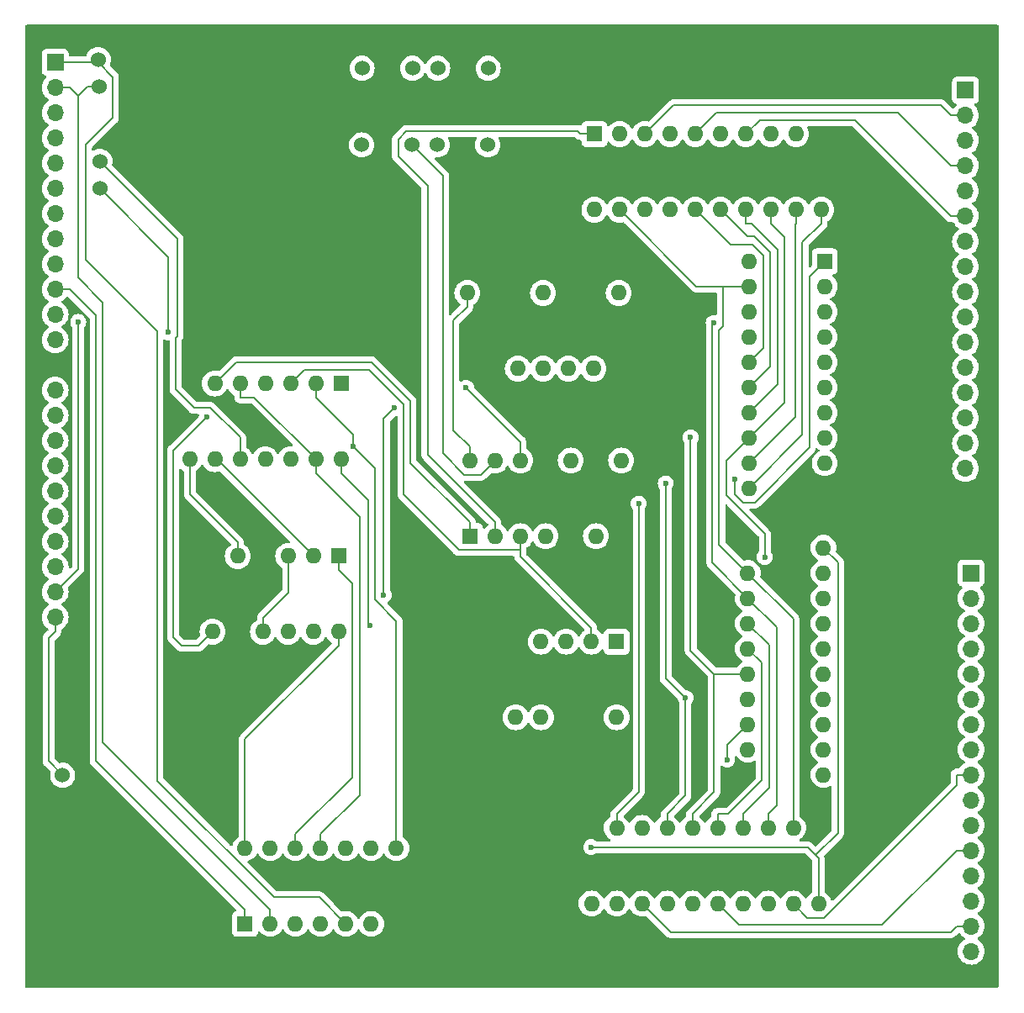
<source format=gbr>
%TF.GenerationSoftware,KiCad,Pcbnew,8.0.2-1*%
%TF.CreationDate,2024-08-05T09:17:51-04:00*%
%TF.ProjectId,io_controller,696f5f63-6f6e-4747-926f-6c6c65722e6b,rev?*%
%TF.SameCoordinates,Original*%
%TF.FileFunction,Copper,L2,Bot*%
%TF.FilePolarity,Positive*%
%FSLAX46Y46*%
G04 Gerber Fmt 4.6, Leading zero omitted, Abs format (unit mm)*
G04 Created by KiCad (PCBNEW 8.0.2-1) date 2024-08-05 09:17:51*
%MOMM*%
%LPD*%
G01*
G04 APERTURE LIST*
%TA.AperFunction,ComponentPad*%
%ADD10R,1.600000X1.600000*%
%TD*%
%TA.AperFunction,ComponentPad*%
%ADD11O,1.600000X1.600000*%
%TD*%
%TA.AperFunction,ComponentPad*%
%ADD12C,1.524000*%
%TD*%
%TA.AperFunction,ComponentPad*%
%ADD13R,1.700000X1.700000*%
%TD*%
%TA.AperFunction,ComponentPad*%
%ADD14O,1.700000X1.700000*%
%TD*%
%TA.AperFunction,ViaPad*%
%ADD15C,0.600000*%
%TD*%
%TA.AperFunction,Conductor*%
%ADD16C,0.200000*%
%TD*%
G04 APERTURE END LIST*
D10*
%TO.P,U16,1,0A*%
%TO.N,Net-(U10-I0)*%
X120040000Y-82130000D03*
D11*
%TO.P,U16,2,0B*%
%TO.N,Net-(U10-I1)*%
X117500000Y-82130000D03*
%TO.P,U16,3,Q0*%
%TO.N,Net-(U14-IN)*%
X114960000Y-82130000D03*
%TO.P,U16,4,Q1*%
%TO.N,unconnected-(U16-Q1-Pad4)*%
X112420000Y-82130000D03*
%TO.P,U16,5,1A*%
%TO.N,Net-(U1-GND)*%
X109880000Y-82130000D03*
%TO.P,U16,6,1B*%
X107340000Y-82130000D03*
%TO.P,U16,7,GND*%
X104800000Y-82130000D03*
%TO.P,U16,8,2A*%
X104800000Y-89750000D03*
%TO.P,U16,9,2B*%
X107340000Y-89750000D03*
%TO.P,U16,10,Q2*%
%TO.N,unconnected-(U16-Q2-Pad10)*%
X109880000Y-89750000D03*
%TO.P,U16,11,Q3*%
%TO.N,unconnected-(U16-Q3-Pad11)*%
X112420000Y-89750000D03*
%TO.P,U16,12,3A*%
%TO.N,Net-(U1-GND)*%
X114960000Y-89750000D03*
%TO.P,U16,13,3B*%
X117500000Y-89750000D03*
%TO.P,U16,14,V+*%
%TO.N,Net-(U1-V+)*%
X120040000Y-89750000D03*
%TD*%
D12*
%TO.P,U15,1,IN*%
%TO.N,Net-(U10-I5)*%
X94363000Y-32105000D03*
X99443000Y-32105000D03*
%TO.P,U15,2,GND*%
%TO.N,Net-(U1-GND)*%
X94363000Y-34645000D03*
X96903000Y-34645000D03*
%TO.P,U15,3,OUT*%
%TO.N,Net-(U1-FAULT)*%
X101983000Y-32105000D03*
X107063000Y-32105000D03*
%TD*%
%TO.P,U14,1,IN*%
%TO.N,Net-(U14-IN)*%
X94400000Y-24380000D03*
X99480000Y-24380000D03*
%TO.P,U14,2,GND*%
%TO.N,Net-(U1-GND)*%
X94400000Y-26920000D03*
X96940000Y-26920000D03*
%TO.P,U14,3,OUT*%
%TO.N,Net-(U1-READ_READY)*%
X102020000Y-24380000D03*
X107100000Y-24380000D03*
%TD*%
D10*
%TO.P,U13,1,1A*%
%TO.N,Net-(U1-GND)*%
X105010000Y-54620000D03*
D11*
%TO.P,U13,2,1B*%
X107550000Y-54620000D03*
%TO.P,U13,3,1Q*%
%TO.N,unconnected-(U13-1Q-Pad3)*%
X110090000Y-54620000D03*
%TO.P,U13,4,2A*%
%TO.N,Net-(U1-WRITE_1)*%
X112630000Y-54620000D03*
%TO.P,U13,5,2B*%
%TO.N,Net-(U11-1Q3)*%
X115170000Y-54620000D03*
%TO.P,U13,6,2Q*%
%TO.N,Net-(U11-1D)*%
X117710000Y-54620000D03*
%TO.P,U13,7,GND*%
%TO.N,Net-(U1-GND)*%
X120250000Y-54620000D03*
%TO.P,U13,8,4Q*%
%TO.N,unconnected-(U13-4Q-Pad8)*%
X120250000Y-47000000D03*
%TO.P,U13,9,4B*%
%TO.N,Net-(U1-GND)*%
X117710000Y-47000000D03*
%TO.P,U13,10,4A*%
X115170000Y-47000000D03*
%TO.P,U13,11,3Q*%
%TO.N,unconnected-(U13-3Q-Pad11)*%
X112630000Y-47000000D03*
%TO.P,U13,12,3B*%
%TO.N,Net-(U1-GND)*%
X110090000Y-47000000D03*
%TO.P,U13,13,3A*%
X107550000Y-47000000D03*
%TO.P,U13,14,V+*%
%TO.N,Net-(U1-V+)*%
X105010000Y-47000000D03*
%TD*%
D10*
%TO.P,U12,1,1A*%
%TO.N,Net-(U10-O5)*%
X92290000Y-56130000D03*
D11*
%TO.P,U12,2,1B*%
%TO.N,Net-(U12-1B)*%
X89750000Y-56130000D03*
%TO.P,U12,3,1Q*%
%TO.N,Net-(U10-I1)*%
X87210000Y-56130000D03*
%TO.P,U12,4,2A*%
%TO.N,Net-(U10-O5)*%
X84670000Y-56130000D03*
%TO.P,U12,5,2B*%
%TO.N,Net-(U12-2B)*%
X82130000Y-56130000D03*
%TO.P,U12,6,2Q*%
%TO.N,Net-(U10-I0)*%
X79590000Y-56130000D03*
%TO.P,U12,7,GND*%
%TO.N,Net-(U1-GND)*%
X77050000Y-56130000D03*
%TO.P,U12,8,4Q*%
%TO.N,Net-(U11-0D)*%
X77050000Y-63750000D03*
%TO.P,U12,9,4B*%
%TO.N,Net-(U11-0Q#)*%
X79590000Y-63750000D03*
%TO.P,U12,10,4A*%
%TO.N,Net-(U1-WRITE_0)*%
X82130000Y-63750000D03*
%TO.P,U12,11,3Q*%
%TO.N,Net-(U10-I5)*%
X84670000Y-63750000D03*
%TO.P,U12,12,3B*%
%TO.N,Net-(U12-1B)*%
X87210000Y-63750000D03*
%TO.P,U12,13,3A*%
%TO.N,Net-(U12-2B)*%
X89750000Y-63750000D03*
%TO.P,U12,14,V+*%
%TO.N,Net-(U1-V+)*%
X92290000Y-63750000D03*
%TD*%
D10*
%TO.P,U11,1,0Q*%
%TO.N,Net-(U11-0Q)*%
X92040000Y-73500000D03*
D11*
%TO.P,U11,2,0Q#*%
%TO.N,Net-(U11-0Q#)*%
X89500000Y-73500000D03*
%TO.P,U11,3,0CLK*%
%TO.N,Net-(U1-CLK_B)*%
X86960000Y-73500000D03*
%TO.P,U11,4,0RESET*%
%TO.N,Net-(U1-GND)*%
X84420000Y-73500000D03*
%TO.P,U11,5,0D*%
%TO.N,Net-(U11-0D)*%
X81880000Y-73500000D03*
%TO.P,U11,6,0SET*%
%TO.N,Net-(U1-GND)*%
X79340000Y-73500000D03*
%TO.P,U11,7,GND*%
X76800000Y-73500000D03*
%TO.P,U11,8,1SET*%
X76800000Y-81120000D03*
%TO.P,U11,9,1D*%
%TO.N,Net-(U11-1D)*%
X79340000Y-81120000D03*
%TO.P,U11,10,1RESET*%
%TO.N,Net-(U1-GND)*%
X81880000Y-81120000D03*
%TO.P,U11,11,1CLK*%
%TO.N,Net-(U1-CLK_B)*%
X84420000Y-81120000D03*
%TO.P,U11,12,1Q3*%
%TO.N,Net-(U11-1Q3)*%
X86960000Y-81120000D03*
%TO.P,U11,13,1Q*%
%TO.N,Net-(U11-1Q)*%
X89500000Y-81120000D03*
%TO.P,U11,14,V+*%
%TO.N,Net-(U1-V+)*%
X92040000Y-81120000D03*
%TD*%
D10*
%TO.P,U10,1,I0*%
%TO.N,Net-(U10-I0)*%
X105260000Y-71500000D03*
D11*
%TO.P,U10,2,O0*%
%TO.N,Net-(U10-O0)*%
X107800000Y-71500000D03*
%TO.P,U10,3,I1*%
%TO.N,Net-(U10-I1)*%
X110340000Y-71500000D03*
%TO.P,U10,4,O1*%
%TO.N,Net-(U10-O1)*%
X112880000Y-71500000D03*
%TO.P,U10,5,I2*%
%TO.N,Net-(U1-GND)*%
X115420000Y-71500000D03*
%TO.P,U10,6,O2*%
%TO.N,unconnected-(U10-O2-Pad6)*%
X117960000Y-71500000D03*
%TO.P,U10,7,GND*%
%TO.N,Net-(U1-GND)*%
X120500000Y-71500000D03*
%TO.P,U10,8,03*%
%TO.N,unconnected-(U10-03-Pad8)*%
X120500000Y-63880000D03*
%TO.P,U10,9,I3*%
%TO.N,Net-(U1-GND)*%
X117960000Y-63880000D03*
%TO.P,U10,10,O4*%
%TO.N,unconnected-(U10-O4-Pad10)*%
X115420000Y-63880000D03*
%TO.P,U10,11,I4*%
%TO.N,Net-(U1-GND)*%
X112880000Y-63880000D03*
%TO.P,U10,12,O5*%
%TO.N,Net-(U10-O5)*%
X110340000Y-63880000D03*
%TO.P,U10,13,I5*%
%TO.N,Net-(U10-I5)*%
X107800000Y-63880000D03*
%TO.P,U10,14,V+*%
%TO.N,Net-(U1-V+)*%
X105260000Y-63880000D03*
%TD*%
D10*
%TO.P,U9,1,1A*%
%TO.N,Net-(U1-CLK_A)*%
X82625000Y-110550000D03*
D11*
%TO.P,U9,2,1B*%
%TO.N,Net-(U1-READ_1)*%
X85165000Y-110550000D03*
%TO.P,U9,3,1Q*%
%TO.N,Net-(U3-CLK)*%
X87705000Y-110550000D03*
%TO.P,U9,4,2A*%
%TO.N,Net-(U1-CLK_A)*%
X90245000Y-110550000D03*
%TO.P,U9,5,2B*%
%TO.N,Net-(U1-READ_0)*%
X92785000Y-110550000D03*
%TO.P,U9,6,2Q*%
%TO.N,Net-(U5-CLK)*%
X95325000Y-110550000D03*
%TO.P,U9,7,GND*%
%TO.N,Net-(U1-GND)*%
X97865000Y-110550000D03*
%TO.P,U9,8,4Q*%
%TO.N,Net-(U12-1B)*%
X97865000Y-102930000D03*
%TO.P,U9,9,4B*%
%TO.N,Net-(U11-1Q)*%
X95325000Y-102930000D03*
%TO.P,U9,10,4A*%
%TO.N,Net-(U1-ENABLE)*%
X92785000Y-102930000D03*
%TO.P,U9,11,3Q*%
%TO.N,Net-(U12-2B)*%
X90245000Y-102930000D03*
%TO.P,U9,12,3B*%
%TO.N,Net-(U11-0Q)*%
X87705000Y-102930000D03*
%TO.P,U9,13,3A*%
%TO.N,Net-(U1-ENABLE)*%
X85165000Y-102930000D03*
%TO.P,U9,14,V+*%
%TO.N,Net-(U1-V+)*%
X82625000Y-102930000D03*
%TD*%
D13*
%TO.P,U7,1,0*%
%TO.N,Net-(U2-D0)*%
X155180000Y-26590000D03*
D14*
%TO.P,U7,2,1*%
%TO.N,Net-(U2-D1)*%
X155180000Y-29130000D03*
%TO.P,U7,3,2*%
%TO.N,Net-(U2-D2)*%
X155180000Y-31670000D03*
%TO.P,U7,4,3*%
%TO.N,Net-(U2-D3)*%
X155180000Y-34210000D03*
%TO.P,U7,5,4*%
%TO.N,Net-(U2-D4)*%
X155180000Y-36750000D03*
%TO.P,U7,6,5*%
%TO.N,Net-(U2-D5)*%
X155180000Y-39290000D03*
%TO.P,U7,7,6*%
%TO.N,Net-(U2-D6)*%
X155180000Y-41830000D03*
%TO.P,U7,8,7*%
%TO.N,Net-(U2-D7)*%
X155180000Y-44370000D03*
%TO.P,U7,9,8*%
%TO.N,Net-(U6-D0)*%
X155180000Y-46910000D03*
%TO.P,U7,10,9*%
%TO.N,Net-(U6-D1)*%
X155180000Y-49450000D03*
%TO.P,U7,11,10*%
%TO.N,Net-(U6-D2)*%
X155180000Y-51990000D03*
%TO.P,U7,12,11*%
%TO.N,Net-(U6-D3)*%
X155180000Y-54530000D03*
%TO.P,U7,13,12*%
%TO.N,Net-(U6-D4)*%
X155180000Y-57070000D03*
%TO.P,U7,14,13*%
%TO.N,Net-(U6-D5)*%
X155180000Y-59610000D03*
%TO.P,U7,15,14*%
%TO.N,Net-(U6-D6)*%
X155180000Y-62150000D03*
%TO.P,U7,16,15*%
%TO.N,Net-(U6-D7)*%
X155180000Y-64690000D03*
%TD*%
D10*
%TO.P,U6,1,OE#*%
%TO.N,Net-(U10-O1)*%
X141000000Y-43825000D03*
D11*
%TO.P,U6,2,D0*%
%TO.N,Net-(U6-D0)*%
X141000000Y-46365000D03*
%TO.P,U6,3,D1*%
%TO.N,Net-(U6-D1)*%
X141000000Y-48905000D03*
%TO.P,U6,4,D2*%
%TO.N,Net-(U6-D2)*%
X141000000Y-51445000D03*
%TO.P,U6,5,D3*%
%TO.N,Net-(U6-D3)*%
X141000000Y-53985000D03*
%TO.P,U6,6,D4*%
%TO.N,Net-(U6-D4)*%
X141000000Y-56525000D03*
%TO.P,U6,7,D5*%
%TO.N,Net-(U6-D5)*%
X141000000Y-59065000D03*
%TO.P,U6,8,D6*%
%TO.N,Net-(U6-D6)*%
X141000000Y-61605000D03*
%TO.P,U6,9,D7*%
%TO.N,Net-(U6-D7)*%
X141000000Y-64145000D03*
%TO.P,U6,10,GND*%
%TO.N,Net-(U1-GND)*%
X141000000Y-66685000D03*
%TO.P,U6,11,CLK*%
%TO.N,Net-(U14-IN)*%
X133380000Y-66685000D03*
%TO.P,U6,12,Q7*%
%TO.N,Net-(U1-D7)*%
X133380000Y-64145000D03*
%TO.P,U6,13,Q6*%
%TO.N,Net-(U1-D6)*%
X133380000Y-61605000D03*
%TO.P,U6,14,Q5*%
%TO.N,Net-(U1-D5)*%
X133380000Y-59065000D03*
%TO.P,U6,15,Q4*%
%TO.N,Net-(U1-D4)*%
X133380000Y-56525000D03*
%TO.P,U6,16,Q3*%
%TO.N,Net-(U1-D3)*%
X133380000Y-53985000D03*
%TO.P,U6,17,Q2*%
%TO.N,Net-(U1-D2)*%
X133380000Y-51445000D03*
%TO.P,U6,18,Q1*%
%TO.N,Net-(U1-D1)*%
X133380000Y-48905000D03*
%TO.P,U6,19,Q0*%
%TO.N,Net-(U1-D0)*%
X133380000Y-46365000D03*
%TO.P,U6,20,V+*%
%TO.N,Net-(U1-V+)*%
X133380000Y-43825000D03*
%TD*%
D10*
%TO.P,U5,1,OE#*%
%TO.N,Net-(U1-GND)*%
X133250000Y-72670000D03*
D11*
%TO.P,U5,2,D0*%
%TO.N,Net-(U1-D0)*%
X133250000Y-75210000D03*
%TO.P,U5,3,D1*%
%TO.N,Net-(U1-D1)*%
X133250000Y-77750000D03*
%TO.P,U5,4,D2*%
%TO.N,Net-(U1-D2)*%
X133250000Y-80290000D03*
%TO.P,U5,5,D3*%
%TO.N,Net-(U1-D3)*%
X133250000Y-82830000D03*
%TO.P,U5,6,D4*%
%TO.N,Net-(U1-D4)*%
X133250000Y-85370000D03*
%TO.P,U5,7,D5*%
%TO.N,Net-(U1-D5)*%
X133250000Y-87910000D03*
%TO.P,U5,8,D6*%
%TO.N,Net-(U1-D6)*%
X133250000Y-90450000D03*
%TO.P,U5,9,D7*%
%TO.N,Net-(U1-D7)*%
X133250000Y-92990000D03*
%TO.P,U5,10,GND*%
%TO.N,Net-(U1-GND)*%
X133250000Y-95530000D03*
%TO.P,U5,11,CLK*%
%TO.N,Net-(U5-CLK)*%
X140870000Y-95530000D03*
%TO.P,U5,12,Q7*%
%TO.N,Net-(U4-7)*%
X140870000Y-92990000D03*
%TO.P,U5,13,Q6*%
%TO.N,Net-(U4-6)*%
X140870000Y-90450000D03*
%TO.P,U5,14,Q5*%
%TO.N,Net-(U4-5)*%
X140870000Y-87910000D03*
%TO.P,U5,15,Q4*%
%TO.N,Net-(U4-4)*%
X140870000Y-85370000D03*
%TO.P,U5,16,Q3*%
%TO.N,Net-(U4-3)*%
X140870000Y-82830000D03*
%TO.P,U5,17,Q2*%
%TO.N,Net-(U4-2)*%
X140870000Y-80290000D03*
%TO.P,U5,18,Q1*%
%TO.N,Net-(U4-1)*%
X140870000Y-77750000D03*
%TO.P,U5,19,Q0*%
%TO.N,Net-(U4-0)*%
X140870000Y-75210000D03*
%TO.P,U5,20,V+*%
%TO.N,Net-(U1-V+)*%
X140870000Y-72670000D03*
%TD*%
D13*
%TO.P,U4,1,0*%
%TO.N,Net-(U4-0)*%
X155750000Y-75210000D03*
D14*
%TO.P,U4,2,1*%
%TO.N,Net-(U4-1)*%
X155750000Y-77750000D03*
%TO.P,U4,3,2*%
%TO.N,Net-(U4-2)*%
X155750000Y-80290000D03*
%TO.P,U4,4,3*%
%TO.N,Net-(U4-3)*%
X155750000Y-82830000D03*
%TO.P,U4,5,4*%
%TO.N,Net-(U4-4)*%
X155750000Y-85370000D03*
%TO.P,U4,6,5*%
%TO.N,Net-(U4-5)*%
X155750000Y-87910000D03*
%TO.P,U4,7,6*%
%TO.N,Net-(U4-6)*%
X155750000Y-90450000D03*
%TO.P,U4,8,7*%
%TO.N,Net-(U4-7)*%
X155750000Y-92990000D03*
%TO.P,U4,9,8*%
%TO.N,Net-(U3-Q0)*%
X155750000Y-95530000D03*
%TO.P,U4,10,9*%
%TO.N,Net-(U3-Q1)*%
X155750000Y-98070000D03*
%TO.P,U4,11,10*%
%TO.N,Net-(U3-Q2)*%
X155750000Y-100610000D03*
%TO.P,U4,12,11*%
%TO.N,Net-(U3-Q3)*%
X155750000Y-103150000D03*
%TO.P,U4,13,12*%
%TO.N,Net-(U3-Q4)*%
X155750000Y-105690000D03*
%TO.P,U4,14,13*%
%TO.N,Net-(U3-Q5)*%
X155750000Y-108230000D03*
%TO.P,U4,15,14*%
%TO.N,Net-(U3-Q6)*%
X155750000Y-110770000D03*
%TO.P,U4,16,15*%
%TO.N,Net-(U3-Q7)*%
X155750000Y-113310000D03*
%TD*%
D10*
%TO.P,U3,1,OE#*%
%TO.N,Net-(U1-GND)*%
X140370000Y-100880000D03*
D11*
%TO.P,U3,2,D0*%
%TO.N,Net-(U1-D0)*%
X137830000Y-100880000D03*
%TO.P,U3,3,D1*%
%TO.N,Net-(U1-D1)*%
X135290000Y-100880000D03*
%TO.P,U3,4,D2*%
%TO.N,Net-(U1-D2)*%
X132750000Y-100880000D03*
%TO.P,U3,5,D3*%
%TO.N,Net-(U1-D3)*%
X130210000Y-100880000D03*
%TO.P,U3,6,D4*%
%TO.N,Net-(U1-D4)*%
X127670000Y-100880000D03*
%TO.P,U3,7,D5*%
%TO.N,Net-(U1-D5)*%
X125130000Y-100880000D03*
%TO.P,U3,8,D6*%
%TO.N,Net-(U1-D6)*%
X122590000Y-100880000D03*
%TO.P,U3,9,D7*%
%TO.N,Net-(U1-D7)*%
X120050000Y-100880000D03*
%TO.P,U3,10,GND*%
%TO.N,Net-(U1-GND)*%
X117510000Y-100880000D03*
%TO.P,U3,11,CLK*%
%TO.N,Net-(U3-CLK)*%
X117510000Y-108500000D03*
%TO.P,U3,12,Q7*%
%TO.N,Net-(U3-Q7)*%
X120050000Y-108500000D03*
%TO.P,U3,13,Q6*%
%TO.N,Net-(U3-Q6)*%
X122590000Y-108500000D03*
%TO.P,U3,14,Q5*%
%TO.N,Net-(U3-Q5)*%
X125130000Y-108500000D03*
%TO.P,U3,15,Q4*%
%TO.N,Net-(U3-Q4)*%
X127670000Y-108500000D03*
%TO.P,U3,16,Q3*%
%TO.N,Net-(U3-Q3)*%
X130210000Y-108500000D03*
%TO.P,U3,17,Q2*%
%TO.N,Net-(U3-Q2)*%
X132750000Y-108500000D03*
%TO.P,U3,18,Q1*%
%TO.N,Net-(U3-Q1)*%
X135290000Y-108500000D03*
%TO.P,U3,19,Q0*%
%TO.N,Net-(U3-Q0)*%
X137830000Y-108500000D03*
%TO.P,U3,20,V+*%
%TO.N,Net-(U1-V+)*%
X140370000Y-108500000D03*
%TD*%
D10*
%TO.P,U2,1,OE#*%
%TO.N,Net-(U10-O0)*%
X117800000Y-31000000D03*
D11*
%TO.P,U2,2,D0*%
%TO.N,Net-(U2-D0)*%
X120340000Y-31000000D03*
%TO.P,U2,3,D1*%
%TO.N,Net-(U2-D1)*%
X122880000Y-31000000D03*
%TO.P,U2,4,D2*%
%TO.N,Net-(U2-D2)*%
X125420000Y-31000000D03*
%TO.P,U2,5,D3*%
%TO.N,Net-(U2-D3)*%
X127960000Y-31000000D03*
%TO.P,U2,6,D4*%
%TO.N,Net-(U2-D4)*%
X130500000Y-31000000D03*
%TO.P,U2,7,D5*%
%TO.N,Net-(U2-D5)*%
X133040000Y-31000000D03*
%TO.P,U2,8,D6*%
%TO.N,Net-(U2-D6)*%
X135580000Y-31000000D03*
%TO.P,U2,9,D7*%
%TO.N,Net-(U2-D7)*%
X138120000Y-31000000D03*
%TO.P,U2,10,GND*%
%TO.N,Net-(U1-GND)*%
X140660000Y-31000000D03*
%TO.P,U2,11,CLK*%
%TO.N,Net-(U14-IN)*%
X140660000Y-38620000D03*
%TO.P,U2,12,Q7*%
%TO.N,Net-(U1-D7)*%
X138120000Y-38620000D03*
%TO.P,U2,13,Q6*%
%TO.N,Net-(U1-D6)*%
X135580000Y-38620000D03*
%TO.P,U2,14,Q5*%
%TO.N,Net-(U1-D5)*%
X133040000Y-38620000D03*
%TO.P,U2,15,Q4*%
%TO.N,Net-(U1-D4)*%
X130500000Y-38620000D03*
%TO.P,U2,16,Q3*%
%TO.N,Net-(U1-D3)*%
X127960000Y-38620000D03*
%TO.P,U2,17,Q2*%
%TO.N,Net-(U1-D2)*%
X125420000Y-38620000D03*
%TO.P,U2,18,Q1*%
%TO.N,Net-(U1-D1)*%
X122880000Y-38620000D03*
%TO.P,U2,19,Q0*%
%TO.N,Net-(U1-D0)*%
X120340000Y-38620000D03*
%TO.P,U2,20,V+*%
%TO.N,Net-(U1-V+)*%
X117800000Y-38620000D03*
%TD*%
D13*
%TO.P,U1,1,READ_0*%
%TO.N,Net-(U1-READ_0)*%
X63500000Y-23780000D03*
D14*
%TO.P,U1,2,READ_1*%
%TO.N,Net-(U1-READ_1)*%
X63500000Y-26320000D03*
%TO.P,U1,3,READ_2*%
%TO.N,unconnected-(U1-READ_2-Pad3)*%
X63500000Y-28860000D03*
%TO.P,U1,4,READ_3*%
%TO.N,unconnected-(U1-READ_3-Pad4)*%
X63500000Y-31400000D03*
%TO.P,U1,5,WRITE_0*%
%TO.N,Net-(U1-WRITE_0)*%
X63500000Y-33940000D03*
%TO.P,U1,6,WRITE_1*%
%TO.N,Net-(U1-WRITE_1)*%
X63500000Y-36480000D03*
%TO.P,U1,7,WRITE_2*%
%TO.N,unconnected-(U1-WRITE_2-Pad7)*%
X63500000Y-39020000D03*
%TO.P,U1,8,WRITE_2*%
%TO.N,unconnected-(U1-WRITE_2-Pad8)*%
X63500000Y-41560000D03*
%TO.P,U1,9,READ_READY*%
%TO.N,Net-(U1-READ_READY)*%
X63500000Y-44100000D03*
%TO.P,U1,10,CLK_A*%
%TO.N,Net-(U1-CLK_A)*%
X63500000Y-46640000D03*
%TO.P,U1,11,CLK_B*%
%TO.N,Net-(U1-CLK_B)*%
X63500000Y-49180000D03*
%TO.P,U1,12,V+*%
%TO.N,Net-(U1-V+)*%
X63500000Y-51720000D03*
%TO.P,U1,13,GND*%
%TO.N,Net-(U1-GND)*%
X63500000Y-54260000D03*
%TO.P,U1,14,D0*%
%TO.N,Net-(U1-D0)*%
X63500000Y-56800000D03*
%TO.P,U1,15,D1*%
%TO.N,Net-(U1-D1)*%
X63500000Y-59340000D03*
%TO.P,U1,16,D2*%
%TO.N,Net-(U1-D2)*%
X63500000Y-61880000D03*
%TO.P,U1,17,D3*%
%TO.N,Net-(U1-D3)*%
X63500000Y-64420000D03*
%TO.P,U1,18,D4*%
%TO.N,Net-(U1-D4)*%
X63500000Y-66960000D03*
%TO.P,U1,19,D5*%
%TO.N,Net-(U1-D5)*%
X63500000Y-69500000D03*
%TO.P,U1,20,D6*%
%TO.N,Net-(U1-D6)*%
X63500000Y-72040000D03*
%TO.P,U1,21,D7*%
%TO.N,Net-(U1-D7)*%
X63500000Y-74580000D03*
%TO.P,U1,22,FAULT*%
%TO.N,Net-(U1-FAULT)*%
X63500000Y-77120000D03*
%TO.P,U1,23,ENABLE*%
%TO.N,Net-(U1-ENABLE)*%
X63500000Y-79660000D03*
%TD*%
D12*
%TO.P,R5,1*%
%TO.N,Net-(U1-WRITE_1)*%
X68000000Y-36500000D03*
%TO.P,R5,2*%
%TO.N,Net-(U1-GND)*%
X78160000Y-36500000D03*
%TD*%
%TO.P,R4,1*%
%TO.N,Net-(U1-WRITE_0)*%
X68000000Y-33750000D03*
%TO.P,R4,2*%
%TO.N,Net-(U1-GND)*%
X78160000Y-33750000D03*
%TD*%
%TO.P,R3,1*%
%TO.N,Net-(U1-READ_1)*%
X67920000Y-26250000D03*
%TO.P,R3,2*%
%TO.N,Net-(U1-GND)*%
X78080000Y-26250000D03*
%TD*%
%TO.P,R2,1*%
%TO.N,Net-(U1-READ_0)*%
X67840000Y-23500000D03*
%TO.P,R2,2*%
%TO.N,Net-(U1-GND)*%
X78000000Y-23500000D03*
%TD*%
%TO.P,R1,1*%
%TO.N,Net-(U1-GND)*%
X64250000Y-85420000D03*
%TO.P,R1,2*%
%TO.N,Net-(U1-ENABLE)*%
X64250000Y-95580000D03*
%TD*%
D15*
%TO.N,Net-(U11-1Q3)*%
X97689300Y-58588600D03*
X96590400Y-77435000D03*
%TO.N,Net-(U11-1D)*%
X78766800Y-59486800D03*
%TO.N,Net-(U10-O5)*%
X104881000Y-56565400D03*
%TO.N,Net-(U12-1B)*%
X93501900Y-62469600D03*
%TO.N,Net-(U10-O1)*%
X131978300Y-65785300D03*
%TO.N,Net-(U1-D6)*%
X131161100Y-94023400D03*
X134971600Y-73603900D03*
%TO.N,Net-(U1-D7)*%
X122262700Y-68226100D03*
%TO.N,Net-(U1-V+)*%
X95196700Y-80466500D03*
X117473800Y-102827200D03*
%TO.N,Net-(U1-D5)*%
X126976700Y-87806800D03*
X124984100Y-66192500D03*
%TO.N,Net-(U1-D4)*%
X127493500Y-61567800D03*
%TO.N,Net-(U1-FAULT)*%
X65822200Y-49921500D03*
%TO.N,Net-(U1-D1)*%
X129820600Y-50025800D03*
%TO.N,Net-(U1-WRITE_1)*%
X74900500Y-50971200D03*
%TO.N,Net-(U1-GND)*%
X78160000Y-47984800D03*
%TD*%
D16*
%TO.N,Net-(U11-0Q#)*%
X79750000Y-63750000D02*
X79590000Y-63750000D01*
X89500000Y-73500000D02*
X79750000Y-63750000D01*
%TO.N,Net-(U11-1Q3)*%
X96590400Y-59687500D02*
X96590400Y-77435000D01*
X97689300Y-58588600D02*
X96590400Y-59687500D01*
%TO.N,Net-(U11-1D)*%
X77928700Y-82531300D02*
X79340000Y-81120000D01*
X76223900Y-82531300D02*
X77928700Y-82531300D01*
X75386500Y-81693900D02*
X76223900Y-82531300D01*
X75386500Y-62867100D02*
X75386500Y-81693900D01*
X78766800Y-59486800D02*
X75386500Y-62867100D01*
%TO.N,Net-(U11-0D)*%
X81880000Y-73500000D02*
X81880000Y-72098300D01*
X77050000Y-67268300D02*
X77050000Y-63750000D01*
X81880000Y-72098300D02*
X77050000Y-67268300D01*
%TO.N,Net-(U10-O5)*%
X110340000Y-62024400D02*
X104881000Y-56565400D01*
X110340000Y-63880000D02*
X110340000Y-62024400D01*
%TO.N,Net-(U10-I5)*%
X102558100Y-35220100D02*
X99443000Y-32105000D01*
X102558100Y-63164600D02*
X102558100Y-35220100D01*
X104721000Y-65327500D02*
X102558100Y-63164600D01*
X106352500Y-65327500D02*
X104721000Y-65327500D01*
X107800000Y-63880000D02*
X106352500Y-65327500D01*
%TO.N,Net-(U10-I1)*%
X110340000Y-71500000D02*
X110340000Y-72901700D01*
X110340000Y-73568300D02*
X117500000Y-80728300D01*
X110340000Y-72901700D02*
X110340000Y-73568300D01*
X117500000Y-82130000D02*
X117500000Y-80728300D01*
X88611700Y-54728300D02*
X87210000Y-56130000D01*
X95104200Y-54728300D02*
X88611700Y-54728300D01*
X98591000Y-58215100D02*
X95104200Y-54728300D01*
X98591000Y-67330200D02*
X98591000Y-58215100D01*
X104162500Y-72901700D02*
X98591000Y-67330200D01*
X110340000Y-72901700D02*
X104162500Y-72901700D01*
%TO.N,Net-(U10-I0)*%
X105260000Y-71500000D02*
X105260000Y-70098300D01*
X81754500Y-53965500D02*
X79590000Y-56130000D01*
X95333700Y-53965500D02*
X81754500Y-53965500D01*
X99292700Y-57924500D02*
X95333700Y-53965500D01*
X99292700Y-64131000D02*
X99292700Y-57924500D01*
X105260000Y-70098300D02*
X99292700Y-64131000D01*
%TO.N,Net-(U12-1B)*%
X97865000Y-102930000D02*
X97865000Y-101528300D01*
X89750000Y-56130000D02*
X89750000Y-57531700D01*
X93501900Y-61283600D02*
X93501900Y-62469600D01*
X89750000Y-57531700D02*
X93501900Y-61283600D01*
X95688700Y-64656400D02*
X93501900Y-62469600D01*
X95688700Y-77863500D02*
X95688700Y-64656400D01*
X97865000Y-80039800D02*
X95688700Y-77863500D01*
X97865000Y-101528300D02*
X97865000Y-80039800D01*
%TO.N,Net-(U11-0Q)*%
X87705000Y-102930000D02*
X87705000Y-101528300D01*
X92040000Y-73500000D02*
X92040000Y-74901700D01*
X93441700Y-95791600D02*
X87705000Y-101528300D01*
X93441700Y-76303400D02*
X93441700Y-95791600D01*
X92040000Y-74901700D02*
X93441700Y-76303400D01*
%TO.N,Net-(U12-2B)*%
X82130000Y-56130000D02*
X82130000Y-57531700D01*
X83531700Y-57531700D02*
X89750000Y-63750000D01*
X82130000Y-57531700D02*
X83531700Y-57531700D01*
X94157100Y-97616200D02*
X90245000Y-101528300D01*
X94157100Y-69558800D02*
X94157100Y-97616200D01*
X89750000Y-65151700D02*
X94157100Y-69558800D01*
X89750000Y-63750000D02*
X89750000Y-65151700D01*
X90245000Y-102930000D02*
X90245000Y-101528300D01*
%TO.N,Net-(U10-O1)*%
X131978300Y-67283000D02*
X131978300Y-65785300D01*
X132790900Y-68095600D02*
X131978300Y-67283000D01*
X133964100Y-68095600D02*
X132790900Y-68095600D01*
X139469800Y-62589900D02*
X133964100Y-68095600D01*
X139469800Y-45355200D02*
X139469800Y-62589900D01*
X141000000Y-43825000D02*
X139469800Y-45355200D01*
%TO.N,Net-(U3-Q0)*%
X154298300Y-96556600D02*
X154298300Y-95530000D01*
X140924400Y-109930500D02*
X154298300Y-96556600D01*
X139260500Y-109930500D02*
X140924400Y-109930500D01*
X137830000Y-108500000D02*
X139260500Y-109930500D01*
X155750000Y-95530000D02*
X154298300Y-95530000D01*
%TO.N,Net-(U3-Q3)*%
X155750000Y-103150000D02*
X154298300Y-103150000D01*
X146785700Y-110662600D02*
X154298300Y-103150000D01*
X132372600Y-110662600D02*
X146785700Y-110662600D01*
X130210000Y-108500000D02*
X132372600Y-110662600D01*
%TO.N,Net-(U3-Q6)*%
X155750000Y-110770000D02*
X154298300Y-110770000D01*
X153683800Y-111384500D02*
X154298300Y-110770000D01*
X125474500Y-111384500D02*
X153683800Y-111384500D01*
X122590000Y-108500000D02*
X125474500Y-111384500D01*
%TO.N,Net-(U14-IN)*%
X140660000Y-38620000D02*
X140660000Y-40021700D01*
X138754600Y-61310400D02*
X133380000Y-66685000D01*
X138754600Y-41927100D02*
X138754600Y-61310400D01*
X140660000Y-40021700D02*
X138754600Y-41927100D01*
%TO.N,Net-(U10-O0)*%
X101002100Y-63300400D02*
X107800000Y-70098300D01*
X101002100Y-36204000D02*
X101002100Y-63300400D01*
X98035400Y-33237300D02*
X101002100Y-36204000D01*
X98035400Y-31528300D02*
X98035400Y-33237300D01*
X98873600Y-30690100D02*
X98035400Y-31528300D01*
X116088400Y-30690100D02*
X98873600Y-30690100D01*
X116398300Y-31000000D02*
X116088400Y-30690100D01*
X117800000Y-31000000D02*
X116398300Y-31000000D01*
X107800000Y-71500000D02*
X107800000Y-70098300D01*
%TO.N,Net-(U2-D1)*%
X152708000Y-28109700D02*
X153728300Y-29130000D01*
X125770300Y-28109700D02*
X152708000Y-28109700D01*
X122880000Y-31000000D02*
X125770300Y-28109700D01*
X155180000Y-29130000D02*
X153728300Y-29130000D01*
%TO.N,Net-(U2-D3)*%
X155180000Y-34210000D02*
X153728300Y-34210000D01*
X148362300Y-28844000D02*
X153728300Y-34210000D01*
X130116000Y-28844000D02*
X148362300Y-28844000D01*
X127960000Y-31000000D02*
X130116000Y-28844000D01*
%TO.N,Net-(U2-D5)*%
X155180000Y-39290000D02*
X153728300Y-39290000D01*
X144012200Y-29573900D02*
X153728300Y-39290000D01*
X134466100Y-29573900D02*
X144012200Y-29573900D01*
X133040000Y-31000000D02*
X134466100Y-29573900D01*
%TO.N,Net-(U1-D3)*%
X130210000Y-100880000D02*
X130210000Y-99478300D01*
X131303900Y-99478300D02*
X130210000Y-99478300D01*
X134672900Y-96109300D02*
X131303900Y-99478300D01*
X134672900Y-84252900D02*
X134672900Y-96109300D01*
X133250000Y-82830000D02*
X134672900Y-84252900D01*
X134806600Y-52558400D02*
X133380000Y-53985000D01*
X134806600Y-43256000D02*
X134806600Y-52558400D01*
X133722600Y-42172000D02*
X134806600Y-43256000D01*
X131512000Y-42172000D02*
X133722600Y-42172000D01*
X127960000Y-38620000D02*
X131512000Y-42172000D01*
%TO.N,Net-(U1-D6)*%
X131161100Y-92538900D02*
X133250000Y-90450000D01*
X131161100Y-94023400D02*
X131161100Y-92538900D01*
X131074700Y-63910300D02*
X133380000Y-61605000D01*
X131074700Y-67391000D02*
X131074700Y-63910300D01*
X134971600Y-71287900D02*
X131074700Y-67391000D01*
X134971600Y-73603900D02*
X134971600Y-71287900D01*
X136949700Y-41391400D02*
X135580000Y-40021700D01*
X136949700Y-58035300D02*
X136949700Y-41391400D01*
X133380000Y-61605000D02*
X136949700Y-58035300D01*
X135580000Y-38620000D02*
X135580000Y-40021700D01*
%TO.N,Net-(U1-D7)*%
X138120000Y-38620000D02*
X138120000Y-40021700D01*
X120050000Y-100880000D02*
X120050000Y-99478300D01*
X122262700Y-97265600D02*
X120050000Y-99478300D01*
X122262700Y-68226100D02*
X122262700Y-97265600D01*
X138051400Y-40090300D02*
X138120000Y-40021700D01*
X138051400Y-59473600D02*
X138051400Y-40090300D01*
X133380000Y-64145000D02*
X138051400Y-59473600D01*
%TO.N,Net-(U1-V+)*%
X105260000Y-63880000D02*
X105260000Y-62478300D01*
X103608300Y-60826600D02*
X105260000Y-62478300D01*
X103608300Y-49803400D02*
X103608300Y-60826600D01*
X105010000Y-48401700D02*
X103608300Y-49803400D01*
X105010000Y-47000000D02*
X105010000Y-48401700D01*
X92290000Y-63750000D02*
X92290000Y-65151700D01*
X82625000Y-91936700D02*
X82625000Y-102930000D01*
X92040000Y-82521700D02*
X82625000Y-91936700D01*
X92040000Y-81120000D02*
X92040000Y-82521700D01*
X94987000Y-80256800D02*
X95196700Y-80466500D01*
X94987000Y-67848700D02*
X94987000Y-80256800D01*
X92290000Y-65151700D02*
X94987000Y-67848700D01*
X142315500Y-101432000D02*
X140094900Y-103652600D01*
X142315500Y-74115500D02*
X142315500Y-101432000D01*
X140870000Y-72670000D02*
X142315500Y-74115500D01*
X139269400Y-102827200D02*
X140094900Y-103652600D01*
X117473800Y-102827200D02*
X139269400Y-102827200D01*
X140370000Y-103927800D02*
X140370000Y-108500000D01*
X140094900Y-103652600D02*
X140370000Y-103927800D01*
%TO.N,Net-(U1-D5)*%
X125130000Y-100880000D02*
X125130000Y-99478300D01*
X126976700Y-97631600D02*
X125130000Y-99478300D01*
X126976700Y-87806800D02*
X126976700Y-97631600D01*
X124984100Y-85814200D02*
X124984100Y-66192500D01*
X126976700Y-87806800D02*
X124984100Y-85814200D01*
X133040000Y-38620000D02*
X133040000Y-40021700D01*
X136238000Y-56207000D02*
X133380000Y-59065000D01*
X136238000Y-42636900D02*
X136238000Y-56207000D01*
X133622800Y-40021700D02*
X136238000Y-42636900D01*
X133040000Y-40021700D02*
X133622800Y-40021700D01*
%TO.N,Net-(U1-D2)*%
X132750000Y-100880000D02*
X132750000Y-99478300D01*
X135406100Y-96822200D02*
X132750000Y-99478300D01*
X135406100Y-82446100D02*
X135406100Y-96822200D01*
X133250000Y-80290000D02*
X135406100Y-82446100D01*
%TO.N,Net-(U1-CLK_B)*%
X86960000Y-77178300D02*
X86960000Y-73500000D01*
X84420000Y-79718300D02*
X86960000Y-77178300D01*
X84420000Y-81120000D02*
X84420000Y-79718300D01*
%TO.N,Net-(U1-D0)*%
X133380000Y-46365000D02*
X130733300Y-46365000D01*
X128085000Y-46365000D02*
X120340000Y-38620000D01*
X130733300Y-46365000D02*
X128085000Y-46365000D01*
X130371500Y-72331500D02*
X133250000Y-75210000D01*
X130371500Y-50750100D02*
X130371500Y-72331500D01*
X130733300Y-50388300D02*
X130371500Y-50750100D01*
X130733300Y-46365000D02*
X130733300Y-50388300D01*
X137830000Y-79790000D02*
X133250000Y-75210000D01*
X137830000Y-100880000D02*
X137830000Y-79790000D01*
%TO.N,Net-(U1-D4)*%
X127670000Y-100880000D02*
X127670000Y-99478300D01*
X133250000Y-85370000D02*
X131848300Y-85370000D01*
X129863400Y-85370000D02*
X131848300Y-85370000D01*
X129863400Y-97284900D02*
X127670000Y-99478300D01*
X129863400Y-85370000D02*
X129863400Y-97284900D01*
X127493500Y-83000100D02*
X127493500Y-61567800D01*
X129863400Y-85370000D02*
X127493500Y-83000100D01*
X133189500Y-41309500D02*
X130500000Y-38620000D01*
X133885400Y-41309500D02*
X133189500Y-41309500D01*
X135523100Y-42947200D02*
X133885400Y-41309500D01*
X135523100Y-54381900D02*
X135523100Y-42947200D01*
X133380000Y-56525000D02*
X135523100Y-54381900D01*
%TO.N,Net-(U1-CLK_A)*%
X63500000Y-46640000D02*
X64951700Y-46640000D01*
X82625000Y-110550000D02*
X82625000Y-109148300D01*
X67596900Y-94120200D02*
X82625000Y-109148300D01*
X67596900Y-49285200D02*
X67596900Y-94120200D01*
X64951700Y-46640000D02*
X67596900Y-49285200D01*
%TO.N,Net-(U1-FAULT)*%
X65822200Y-74797800D02*
X65822200Y-49921500D01*
X63500000Y-77120000D02*
X65822200Y-74797800D01*
%TO.N,Net-(U1-D1)*%
X129669800Y-74169800D02*
X133250000Y-77750000D01*
X129669800Y-50176600D02*
X129669800Y-74169800D01*
X129820600Y-50025800D02*
X129669800Y-50176600D01*
X136137700Y-80637700D02*
X133250000Y-77750000D01*
X136137700Y-98630600D02*
X136137700Y-80637700D01*
X135290000Y-99478300D02*
X136137700Y-98630600D01*
X135290000Y-100880000D02*
X135290000Y-99478300D01*
%TO.N,Net-(U1-WRITE_1)*%
X74900500Y-43400500D02*
X74900500Y-50971200D01*
X68000000Y-36500000D02*
X74900500Y-43400500D01*
%TO.N,Net-(U1-WRITE_0)*%
X82130000Y-63750000D02*
X82130000Y-62348300D01*
X75802200Y-41552200D02*
X68000000Y-33750000D01*
X75802200Y-51344700D02*
X75802200Y-41552200D01*
X75645700Y-51501200D02*
X75802200Y-51344700D01*
X75645700Y-56747000D02*
X75645700Y-51501200D01*
X77483800Y-58585100D02*
X75645700Y-56747000D01*
X79140300Y-58585100D02*
X77483800Y-58585100D01*
X82130000Y-61574800D02*
X79140300Y-58585100D01*
X82130000Y-62348300D02*
X82130000Y-61574800D01*
%TO.N,Net-(U1-READ_1)*%
X85165000Y-110550000D02*
X85165000Y-109148300D01*
X63500000Y-26320000D02*
X64951700Y-26320000D01*
X64951700Y-26320000D02*
X65806500Y-27174700D01*
X66731200Y-26250000D02*
X65806500Y-27174700D01*
X67920000Y-26250000D02*
X66731200Y-26250000D01*
X68298600Y-92281900D02*
X85165000Y-109148300D01*
X68298600Y-47962400D02*
X68298600Y-92281900D01*
X65806400Y-45470200D02*
X68298600Y-47962400D01*
X65806400Y-27174800D02*
X65806400Y-45470200D01*
X65806500Y-27174700D02*
X65806400Y-27174800D01*
%TO.N,Net-(U1-READ_0)*%
X63500000Y-23780000D02*
X64951700Y-23780000D01*
X67840000Y-23780000D02*
X64951700Y-23780000D01*
X67840000Y-23780000D02*
X67840000Y-23500000D01*
X90114800Y-107879800D02*
X92785000Y-110550000D01*
X85543300Y-107879800D02*
X90114800Y-107879800D01*
X73790200Y-96126700D02*
X85543300Y-107879800D01*
X73790200Y-50853200D02*
X73790200Y-96126700D01*
X66602600Y-43665600D02*
X73790200Y-50853200D01*
X66602600Y-32100200D02*
X66602600Y-43665600D01*
X69315600Y-29387200D02*
X66602600Y-32100200D01*
X69315600Y-25255600D02*
X69315600Y-29387200D01*
X67840000Y-23780000D02*
X69315600Y-25255600D01*
%TO.N,Net-(U1-GND)*%
X78160000Y-26330000D02*
X78160000Y-33750000D01*
X78080000Y-26250000D02*
X78160000Y-26330000D01*
X97865000Y-110550000D02*
X97865000Y-109148300D01*
X115420000Y-71500000D02*
X115420000Y-70098300D01*
X107550000Y-47000000D02*
X107550000Y-54620000D01*
X117710000Y-47000000D02*
X117710000Y-48401700D01*
X120250000Y-50941700D02*
X120250000Y-54620000D01*
X117710000Y-48401700D02*
X120250000Y-50941700D01*
X117960000Y-58311700D02*
X117960000Y-63880000D01*
X120250000Y-56021700D02*
X117960000Y-58311700D01*
X120250000Y-54620000D02*
X120250000Y-56021700D01*
X79340000Y-73500000D02*
X79340000Y-74901700D01*
X104800000Y-102213300D02*
X104800000Y-89750000D01*
X97865000Y-109148300D02*
X104800000Y-102213300D01*
X104800000Y-89750000D02*
X104800000Y-82130000D01*
X76800000Y-81120000D02*
X76800000Y-79718300D01*
X77050000Y-56130000D02*
X77050000Y-54728300D01*
X78160000Y-53618300D02*
X78160000Y-47984800D01*
X77050000Y-54728300D02*
X78160000Y-53618300D01*
X78160000Y-47984800D02*
X78160000Y-36500000D01*
X81880000Y-81120000D02*
X81880000Y-79718300D01*
X76800000Y-79718300D02*
X79340000Y-77178300D01*
X79340000Y-77178300D02*
X79340000Y-74901700D01*
X117510000Y-100880000D02*
X117510000Y-99478300D01*
X117259100Y-68259200D02*
X117259200Y-68259200D01*
X115420000Y-70098300D02*
X117259100Y-68259200D01*
X119098300Y-70098300D02*
X117259200Y-68259200D01*
X120500000Y-70098300D02*
X119098300Y-70098300D01*
X120500000Y-71500000D02*
X120500000Y-70098300D01*
X117960000Y-63880000D02*
X117960000Y-65281700D01*
X78160000Y-34645000D02*
X94363000Y-34645000D01*
X78160000Y-33750000D02*
X78160000Y-34645000D01*
X78160000Y-34645000D02*
X78160000Y-36500000D01*
X94437000Y-26957000D02*
X94400000Y-26920000D01*
X96903000Y-26957000D02*
X94437000Y-26957000D01*
X96903000Y-26957000D02*
X96940000Y-26920000D01*
X96903000Y-26957000D02*
X96903000Y-34645000D01*
X114982500Y-65982500D02*
X112880000Y-63880000D01*
X117259200Y-65982500D02*
X114982500Y-65982500D01*
X117259200Y-68259200D02*
X117259200Y-65982500D01*
X117259200Y-65982500D02*
X117960000Y-65281700D01*
X117500000Y-99468300D02*
X117500000Y-89750000D01*
X117510000Y-99478300D02*
X117500000Y-99468300D01*
X121441700Y-73843400D02*
X120500000Y-72901700D01*
X121441700Y-84406600D02*
X121441700Y-73843400D01*
X117500000Y-88348300D02*
X121441700Y-84406600D01*
X117500000Y-89750000D02*
X117500000Y-88348300D01*
X120500000Y-71500000D02*
X120500000Y-72901700D01*
X84420000Y-73500000D02*
X84420000Y-74901700D01*
X80741700Y-78580000D02*
X84420000Y-74901700D01*
X79340000Y-77178300D02*
X80741700Y-78580000D01*
X80741700Y-78580000D02*
X81880000Y-79718300D01*
X142439300Y-34181000D02*
X140660000Y-32401700D01*
X142439300Y-65245700D02*
X142439300Y-34181000D01*
X141000000Y-66685000D02*
X142439300Y-65245700D01*
X140660000Y-31000000D02*
X140660000Y-32401700D01*
%TO.N,Net-(U1-ENABLE)*%
X62828100Y-81783600D02*
X63500000Y-81111700D01*
X62828100Y-94158100D02*
X62828100Y-81783600D01*
X64250000Y-95580000D02*
X62828100Y-94158100D01*
X63500000Y-79660000D02*
X63500000Y-81111700D01*
%TD*%
%TA.AperFunction,Conductor*%
%TO.N,Net-(U1-GND)*%
G36*
X132092323Y-93639674D02*
G01*
X132147391Y-93682677D01*
X132148204Y-93683825D01*
X132249954Y-93829141D01*
X132410858Y-93990045D01*
X132410861Y-93990047D01*
X132597266Y-94120568D01*
X132803504Y-94216739D01*
X133023308Y-94275635D01*
X133185230Y-94289801D01*
X133249998Y-94295468D01*
X133250000Y-94295468D01*
X133250002Y-94295468D01*
X133306673Y-94290509D01*
X133476692Y-94275635D01*
X133696496Y-94216739D01*
X133895996Y-94123709D01*
X133965072Y-94113218D01*
X134028856Y-94141738D01*
X134067096Y-94200214D01*
X134072400Y-94236092D01*
X134072400Y-95809203D01*
X134052715Y-95876242D01*
X134036081Y-95896884D01*
X131091484Y-98841481D01*
X131030161Y-98874966D01*
X131003803Y-98877800D01*
X130130943Y-98877800D01*
X129978216Y-98918723D01*
X129978209Y-98918726D01*
X129841290Y-98997775D01*
X129841282Y-98997781D01*
X129729481Y-99109582D01*
X129729475Y-99109590D01*
X129650426Y-99246509D01*
X129650423Y-99246516D01*
X129609500Y-99399243D01*
X129609500Y-99648306D01*
X129589815Y-99715345D01*
X129556623Y-99749881D01*
X129370859Y-99879953D01*
X129209954Y-100040858D01*
X129079432Y-100227265D01*
X129079431Y-100227267D01*
X129052382Y-100285275D01*
X129006209Y-100337714D01*
X128939016Y-100356866D01*
X128872135Y-100336650D01*
X128827618Y-100285275D01*
X128800568Y-100227267D01*
X128800567Y-100227265D01*
X128670045Y-100040858D01*
X128509141Y-99879954D01*
X128399890Y-99803457D01*
X128356265Y-99748881D01*
X128349071Y-99679383D01*
X128380593Y-99617028D01*
X128383300Y-99614233D01*
X130221906Y-97775628D01*
X130221911Y-97775624D01*
X130232114Y-97765420D01*
X130232116Y-97765420D01*
X130343920Y-97653616D01*
X130411165Y-97537143D01*
X130422977Y-97516685D01*
X130463901Y-97363957D01*
X130463901Y-97205843D01*
X130463901Y-97198248D01*
X130463900Y-97198230D01*
X130463900Y-94755089D01*
X130483585Y-94688050D01*
X130536389Y-94642295D01*
X130605547Y-94632351D01*
X130653872Y-94650096D01*
X130811573Y-94749187D01*
X130811577Y-94749188D01*
X130811578Y-94749189D01*
X130981845Y-94808768D01*
X130981850Y-94808769D01*
X131161096Y-94828965D01*
X131161100Y-94828965D01*
X131161104Y-94828965D01*
X131340349Y-94808769D01*
X131340352Y-94808768D01*
X131340355Y-94808768D01*
X131510622Y-94749189D01*
X131663362Y-94653216D01*
X131790916Y-94525662D01*
X131886889Y-94372922D01*
X131946468Y-94202655D01*
X131946851Y-94199257D01*
X131966665Y-94023403D01*
X131966665Y-94023396D01*
X131946469Y-93844150D01*
X131946466Y-93844137D01*
X131929588Y-93795903D01*
X131926025Y-93726125D01*
X131960754Y-93665497D01*
X132022747Y-93633269D01*
X132092323Y-93639674D01*
G37*
%TD.AperFunction*%
%TA.AperFunction,Conductor*%
G36*
X74555655Y-51698626D02*
G01*
X74721237Y-51756566D01*
X74721243Y-51756567D01*
X74721245Y-51756568D01*
X74721246Y-51756568D01*
X74721250Y-51756569D01*
X74900496Y-51776765D01*
X74900499Y-51776765D01*
X74900499Y-51776764D01*
X74900500Y-51776765D01*
X74907314Y-51775997D01*
X74976136Y-51788050D01*
X75027516Y-51835398D01*
X75045200Y-51899217D01*
X75045200Y-56660330D01*
X75045199Y-56660348D01*
X75045199Y-56826054D01*
X75045198Y-56826054D01*
X75045199Y-56826057D01*
X75086123Y-56978785D01*
X75100878Y-57004342D01*
X75101557Y-57005517D01*
X75101558Y-57005519D01*
X75165177Y-57115712D01*
X75165181Y-57115717D01*
X75284049Y-57234585D01*
X75284055Y-57234590D01*
X76998939Y-58949474D01*
X76998949Y-58949485D01*
X77003279Y-58953815D01*
X77003280Y-58953816D01*
X77115084Y-59065620D01*
X77182586Y-59104592D01*
X77252015Y-59144677D01*
X77404743Y-59185601D01*
X77404746Y-59185601D01*
X77570453Y-59185601D01*
X77570469Y-59185600D01*
X77856416Y-59185600D01*
X77923455Y-59205285D01*
X77969210Y-59258089D01*
X77979636Y-59323485D01*
X77971637Y-59394469D01*
X77944569Y-59458883D01*
X77936098Y-59468265D01*
X75017786Y-62386578D01*
X74905981Y-62498382D01*
X74905975Y-62498390D01*
X74871932Y-62557356D01*
X74871932Y-62557358D01*
X74826923Y-62635314D01*
X74816786Y-62673145D01*
X74785999Y-62788043D01*
X74785999Y-62788045D01*
X74785999Y-62956146D01*
X74786000Y-62956159D01*
X74786000Y-81607230D01*
X74785999Y-81607248D01*
X74785999Y-81772954D01*
X74785998Y-81772954D01*
X74826924Y-81925689D01*
X74826925Y-81925690D01*
X74845925Y-81958598D01*
X74845926Y-81958599D01*
X74905977Y-82062612D01*
X74905981Y-82062617D01*
X75024849Y-82181485D01*
X75024855Y-82181490D01*
X75739039Y-82895674D01*
X75739049Y-82895685D01*
X75743379Y-82900015D01*
X75743380Y-82900016D01*
X75855184Y-83011820D01*
X75855186Y-83011821D01*
X75855190Y-83011824D01*
X75971811Y-83079154D01*
X75992116Y-83090877D01*
X76103919Y-83120834D01*
X76144842Y-83131800D01*
X76144843Y-83131800D01*
X77842031Y-83131800D01*
X77842047Y-83131801D01*
X77849643Y-83131801D01*
X78007754Y-83131801D01*
X78007757Y-83131801D01*
X78160485Y-83090877D01*
X78219695Y-83056692D01*
X78219696Y-83056692D01*
X78297409Y-83011824D01*
X78297408Y-83011824D01*
X78297416Y-83011820D01*
X78409220Y-82900016D01*
X78409220Y-82900014D01*
X78419424Y-82889811D01*
X78419428Y-82889806D01*
X78897294Y-82411939D01*
X78958615Y-82378456D01*
X79017066Y-82379847D01*
X79030741Y-82383511D01*
X79113308Y-82405635D01*
X79275230Y-82419801D01*
X79339998Y-82425468D01*
X79340000Y-82425468D01*
X79340002Y-82425468D01*
X79396673Y-82420509D01*
X79566692Y-82405635D01*
X79786496Y-82346739D01*
X79992734Y-82250568D01*
X80179139Y-82120047D01*
X80340047Y-81959139D01*
X80470568Y-81772734D01*
X80566739Y-81566496D01*
X80625635Y-81346692D01*
X80644668Y-81129141D01*
X80645468Y-81120001D01*
X80645468Y-81119998D01*
X80634920Y-80999432D01*
X80625635Y-80893308D01*
X80566739Y-80673504D01*
X80470568Y-80467266D01*
X80346446Y-80290000D01*
X80340045Y-80280858D01*
X80179141Y-80119954D01*
X79992734Y-79989432D01*
X79992732Y-79989431D01*
X79786497Y-79893261D01*
X79786488Y-79893258D01*
X79566697Y-79834366D01*
X79566693Y-79834365D01*
X79566692Y-79834365D01*
X79566691Y-79834364D01*
X79566686Y-79834364D01*
X79340002Y-79814532D01*
X79339998Y-79814532D01*
X79113313Y-79834364D01*
X79113302Y-79834366D01*
X78893511Y-79893258D01*
X78893502Y-79893261D01*
X78687267Y-79989431D01*
X78687265Y-79989432D01*
X78500858Y-80119954D01*
X78339954Y-80280858D01*
X78209432Y-80467265D01*
X78209431Y-80467267D01*
X78113261Y-80673502D01*
X78113258Y-80673511D01*
X78054366Y-80893302D01*
X78054364Y-80893313D01*
X78034532Y-81119998D01*
X78034532Y-81120001D01*
X78054364Y-81346686D01*
X78054366Y-81346697D01*
X78080152Y-81442931D01*
X78078489Y-81512781D01*
X78048058Y-81562705D01*
X77716282Y-81894482D01*
X77654961Y-81927966D01*
X77628603Y-81930800D01*
X76523997Y-81930800D01*
X76456958Y-81911115D01*
X76436316Y-81894481D01*
X76023319Y-81481484D01*
X75989834Y-81420161D01*
X75987000Y-81393803D01*
X75987000Y-64825549D01*
X76006685Y-64758510D01*
X76059489Y-64712755D01*
X76128647Y-64702811D01*
X76192203Y-64731836D01*
X76198681Y-64737868D01*
X76210858Y-64750045D01*
X76232308Y-64765064D01*
X76396624Y-64880118D01*
X76440248Y-64934693D01*
X76449500Y-64981692D01*
X76449500Y-67181630D01*
X76449499Y-67181648D01*
X76449499Y-67347354D01*
X76449498Y-67347354D01*
X76490423Y-67500086D01*
X76504309Y-67524135D01*
X76504310Y-67524140D01*
X76504312Y-67524140D01*
X76534022Y-67575600D01*
X76569479Y-67637014D01*
X76569481Y-67637017D01*
X76688349Y-67755885D01*
X76688355Y-67755890D01*
X81166665Y-72234201D01*
X81200150Y-72295524D01*
X81195166Y-72365216D01*
X81153294Y-72421149D01*
X81150108Y-72423457D01*
X81040856Y-72499956D01*
X80879954Y-72660858D01*
X80749432Y-72847265D01*
X80749431Y-72847267D01*
X80653261Y-73053502D01*
X80653258Y-73053511D01*
X80594366Y-73273302D01*
X80594364Y-73273313D01*
X80574532Y-73499998D01*
X80574532Y-73500001D01*
X80594364Y-73726686D01*
X80594366Y-73726697D01*
X80653258Y-73946488D01*
X80653261Y-73946497D01*
X80749431Y-74152732D01*
X80749432Y-74152734D01*
X80879954Y-74339141D01*
X81040858Y-74500045D01*
X81040861Y-74500047D01*
X81227266Y-74630568D01*
X81433504Y-74726739D01*
X81433509Y-74726740D01*
X81433511Y-74726741D01*
X81482308Y-74739816D01*
X81653308Y-74785635D01*
X81815230Y-74799801D01*
X81879998Y-74805468D01*
X81880000Y-74805468D01*
X81880002Y-74805468D01*
X81936796Y-74800499D01*
X82106692Y-74785635D01*
X82326496Y-74726739D01*
X82532734Y-74630568D01*
X82719139Y-74500047D01*
X82880047Y-74339139D01*
X83010568Y-74152734D01*
X83106739Y-73946496D01*
X83165635Y-73726692D01*
X83184668Y-73509141D01*
X83185468Y-73500001D01*
X83185468Y-73499998D01*
X83175164Y-73382221D01*
X83165635Y-73273308D01*
X83118875Y-73098796D01*
X83106741Y-73053511D01*
X83106738Y-73053502D01*
X83040475Y-72911402D01*
X83010568Y-72847266D01*
X82880047Y-72660861D01*
X82880045Y-72660858D01*
X82719140Y-72499953D01*
X82533377Y-72369881D01*
X82489752Y-72315304D01*
X82480500Y-72268306D01*
X82480500Y-72187360D01*
X82480501Y-72187347D01*
X82480501Y-72019244D01*
X82480501Y-72019243D01*
X82439577Y-71866516D01*
X82403828Y-71804596D01*
X82360524Y-71729590D01*
X82360518Y-71729582D01*
X77686819Y-67055883D01*
X77653334Y-66994560D01*
X77650500Y-66968202D01*
X77650500Y-64981692D01*
X77670185Y-64914653D01*
X77703374Y-64880119D01*
X77889139Y-64750047D01*
X78050047Y-64589139D01*
X78180568Y-64402734D01*
X78207618Y-64344724D01*
X78253790Y-64292285D01*
X78320983Y-64273133D01*
X78387865Y-64293348D01*
X78432382Y-64344725D01*
X78459429Y-64402728D01*
X78459432Y-64402734D01*
X78589954Y-64589141D01*
X78750858Y-64750045D01*
X78797693Y-64782839D01*
X78937266Y-64880568D01*
X79143504Y-64976739D01*
X79363308Y-65035635D01*
X79525230Y-65049801D01*
X79589998Y-65055468D01*
X79590000Y-65055468D01*
X79590002Y-65055468D01*
X79647745Y-65050416D01*
X79816692Y-65035635D01*
X80036496Y-64976739D01*
X80036501Y-64976736D01*
X80039119Y-64976035D01*
X80108969Y-64977698D01*
X80158894Y-65008129D01*
X87141336Y-71990571D01*
X87174821Y-72051894D01*
X87169837Y-72121586D01*
X87127965Y-72177519D01*
X87062501Y-72201936D01*
X87042848Y-72201780D01*
X86960002Y-72194532D01*
X86959998Y-72194532D01*
X86733313Y-72214364D01*
X86733302Y-72214366D01*
X86513511Y-72273258D01*
X86513502Y-72273261D01*
X86307267Y-72369431D01*
X86307265Y-72369432D01*
X86120858Y-72499954D01*
X85959954Y-72660858D01*
X85829432Y-72847265D01*
X85829431Y-72847267D01*
X85733261Y-73053502D01*
X85733258Y-73053511D01*
X85674366Y-73273302D01*
X85674364Y-73273313D01*
X85654532Y-73499998D01*
X85654532Y-73500001D01*
X85674364Y-73726686D01*
X85674366Y-73726697D01*
X85733258Y-73946488D01*
X85733261Y-73946497D01*
X85829431Y-74152732D01*
X85829432Y-74152734D01*
X85959954Y-74339141D01*
X86120858Y-74500045D01*
X86120861Y-74500047D01*
X86306624Y-74630118D01*
X86350248Y-74684693D01*
X86359500Y-74731692D01*
X86359500Y-76878202D01*
X86339815Y-76945241D01*
X86323181Y-76965883D01*
X83939481Y-79349582D01*
X83939480Y-79349584D01*
X83896455Y-79424106D01*
X83860423Y-79486515D01*
X83819499Y-79639243D01*
X83819499Y-79639245D01*
X83819499Y-79807346D01*
X83819500Y-79807359D01*
X83819500Y-79888306D01*
X83799815Y-79955345D01*
X83766623Y-79989881D01*
X83580859Y-80119953D01*
X83419954Y-80280858D01*
X83289432Y-80467265D01*
X83289431Y-80467267D01*
X83193261Y-80673502D01*
X83193258Y-80673511D01*
X83134366Y-80893302D01*
X83134364Y-80893313D01*
X83114532Y-81119998D01*
X83114532Y-81120001D01*
X83134364Y-81346686D01*
X83134366Y-81346697D01*
X83193258Y-81566488D01*
X83193261Y-81566497D01*
X83289431Y-81772732D01*
X83289432Y-81772734D01*
X83419954Y-81959141D01*
X83580858Y-82120045D01*
X83580861Y-82120047D01*
X83767266Y-82250568D01*
X83973504Y-82346739D01*
X84193308Y-82405635D01*
X84355230Y-82419801D01*
X84419998Y-82425468D01*
X84420000Y-82425468D01*
X84420002Y-82425468D01*
X84476673Y-82420509D01*
X84646692Y-82405635D01*
X84866496Y-82346739D01*
X85072734Y-82250568D01*
X85259139Y-82120047D01*
X85420047Y-81959139D01*
X85550568Y-81772734D01*
X85577618Y-81714724D01*
X85623790Y-81662285D01*
X85690983Y-81643133D01*
X85757865Y-81663348D01*
X85802382Y-81714725D01*
X85829429Y-81772728D01*
X85829432Y-81772734D01*
X85959954Y-81959141D01*
X86120858Y-82120045D01*
X86120861Y-82120047D01*
X86307266Y-82250568D01*
X86513504Y-82346739D01*
X86733308Y-82405635D01*
X86895230Y-82419801D01*
X86959998Y-82425468D01*
X86960000Y-82425468D01*
X86960002Y-82425468D01*
X87016673Y-82420509D01*
X87186692Y-82405635D01*
X87406496Y-82346739D01*
X87612734Y-82250568D01*
X87799139Y-82120047D01*
X87960047Y-81959139D01*
X88090568Y-81772734D01*
X88117618Y-81714724D01*
X88163790Y-81662285D01*
X88230983Y-81643133D01*
X88297865Y-81663348D01*
X88342382Y-81714725D01*
X88369429Y-81772728D01*
X88369432Y-81772734D01*
X88499954Y-81959141D01*
X88660858Y-82120045D01*
X88660861Y-82120047D01*
X88847266Y-82250568D01*
X89053504Y-82346739D01*
X89273308Y-82405635D01*
X89435230Y-82419801D01*
X89499998Y-82425468D01*
X89500000Y-82425468D01*
X89500002Y-82425468D01*
X89556673Y-82420509D01*
X89726692Y-82405635D01*
X89946496Y-82346739D01*
X90152734Y-82250568D01*
X90339139Y-82120047D01*
X90500047Y-81959139D01*
X90630568Y-81772734D01*
X90657618Y-81714724D01*
X90703790Y-81662285D01*
X90770983Y-81643133D01*
X90837865Y-81663348D01*
X90882382Y-81714725D01*
X90909429Y-81772728D01*
X90909432Y-81772734D01*
X91039954Y-81959141D01*
X91200858Y-82120045D01*
X91200861Y-82120047D01*
X91288611Y-82181490D01*
X91310107Y-82196541D01*
X91353732Y-82251117D01*
X91360926Y-82320616D01*
X91329404Y-82382970D01*
X91326665Y-82385797D01*
X82256286Y-91456178D01*
X82144481Y-91567982D01*
X82144479Y-91567985D01*
X82125324Y-91601162D01*
X82106169Y-91634341D01*
X82065423Y-91704915D01*
X82024499Y-91857643D01*
X82024499Y-91857645D01*
X82024499Y-92025746D01*
X82024500Y-92025759D01*
X82024500Y-101698306D01*
X82004815Y-101765345D01*
X81971623Y-101799881D01*
X81785859Y-101929953D01*
X81624954Y-102090858D01*
X81494432Y-102277265D01*
X81494431Y-102277267D01*
X81398261Y-102483502D01*
X81398259Y-102483509D01*
X81368891Y-102593113D01*
X81332526Y-102652773D01*
X81269679Y-102683302D01*
X81200303Y-102675007D01*
X81161435Y-102648700D01*
X74427019Y-95914284D01*
X74393534Y-95852961D01*
X74390700Y-95826603D01*
X74390700Y-51815667D01*
X74410385Y-51748628D01*
X74463189Y-51702873D01*
X74532347Y-51692929D01*
X74555655Y-51698626D01*
G37*
%TD.AperFunction*%
%TA.AperFunction,Conductor*%
G36*
X158442539Y-20020185D02*
G01*
X158488294Y-20072989D01*
X158499500Y-20124500D01*
X158499500Y-116875500D01*
X158479815Y-116942539D01*
X158427011Y-116988294D01*
X158375500Y-116999500D01*
X60624500Y-116999500D01*
X60557461Y-116979815D01*
X60511706Y-116927011D01*
X60500500Y-116875500D01*
X60500500Y-56799999D01*
X62144341Y-56799999D01*
X62144341Y-56800000D01*
X62164936Y-57035403D01*
X62164938Y-57035413D01*
X62226094Y-57263655D01*
X62226096Y-57263659D01*
X62226097Y-57263663D01*
X62314144Y-57452480D01*
X62325965Y-57477830D01*
X62325967Y-57477834D01*
X62434281Y-57632521D01*
X62461505Y-57671401D01*
X62628599Y-57838495D01*
X62628601Y-57838497D01*
X62628603Y-57838498D01*
X62814158Y-57968425D01*
X62857783Y-58023002D01*
X62864977Y-58092500D01*
X62833454Y-58154855D01*
X62814158Y-58171575D01*
X62628597Y-58301505D01*
X62461505Y-58468597D01*
X62325965Y-58662169D01*
X62325964Y-58662171D01*
X62226098Y-58876335D01*
X62226094Y-58876344D01*
X62164938Y-59104586D01*
X62164936Y-59104596D01*
X62144341Y-59339999D01*
X62144341Y-59340000D01*
X62164936Y-59575403D01*
X62164938Y-59575413D01*
X62226094Y-59803655D01*
X62226096Y-59803659D01*
X62226097Y-59803663D01*
X62270980Y-59899915D01*
X62325965Y-60017830D01*
X62325967Y-60017834D01*
X62461501Y-60211395D01*
X62461506Y-60211402D01*
X62628597Y-60378493D01*
X62628603Y-60378498D01*
X62814158Y-60508425D01*
X62857783Y-60563002D01*
X62864977Y-60632500D01*
X62833454Y-60694855D01*
X62814158Y-60711575D01*
X62628597Y-60841505D01*
X62461505Y-61008597D01*
X62325965Y-61202169D01*
X62325964Y-61202171D01*
X62226098Y-61416335D01*
X62226094Y-61416344D01*
X62164938Y-61644586D01*
X62164936Y-61644596D01*
X62144341Y-61879999D01*
X62144341Y-61880000D01*
X62164936Y-62115403D01*
X62164938Y-62115413D01*
X62226094Y-62343655D01*
X62226096Y-62343659D01*
X62226097Y-62343663D01*
X62305450Y-62513835D01*
X62325965Y-62557830D01*
X62325967Y-62557834D01*
X62461501Y-62751395D01*
X62461506Y-62751402D01*
X62628597Y-62918493D01*
X62628603Y-62918498D01*
X62814158Y-63048425D01*
X62857783Y-63103002D01*
X62864977Y-63172500D01*
X62833454Y-63234855D01*
X62814158Y-63251575D01*
X62628597Y-63381505D01*
X62461505Y-63548597D01*
X62325965Y-63742169D01*
X62325964Y-63742171D01*
X62226098Y-63956335D01*
X62226094Y-63956344D01*
X62164938Y-64184586D01*
X62164936Y-64184596D01*
X62144341Y-64419999D01*
X62144341Y-64420000D01*
X62164936Y-64655403D01*
X62164938Y-64655413D01*
X62226094Y-64883655D01*
X62226096Y-64883659D01*
X62226097Y-64883663D01*
X62310937Y-65065603D01*
X62325965Y-65097830D01*
X62325967Y-65097834D01*
X62461501Y-65291395D01*
X62461506Y-65291402D01*
X62628597Y-65458493D01*
X62628603Y-65458498D01*
X62814158Y-65588425D01*
X62857783Y-65643002D01*
X62864977Y-65712500D01*
X62833454Y-65774855D01*
X62814158Y-65791575D01*
X62628597Y-65921505D01*
X62461505Y-66088597D01*
X62325965Y-66282169D01*
X62325964Y-66282171D01*
X62226098Y-66496335D01*
X62226094Y-66496344D01*
X62164938Y-66724586D01*
X62164936Y-66724596D01*
X62144341Y-66959999D01*
X62144341Y-66960000D01*
X62164936Y-67195403D01*
X62164938Y-67195413D01*
X62226094Y-67423655D01*
X62226096Y-67423659D01*
X62226097Y-67423663D01*
X62290598Y-67561985D01*
X62325965Y-67637830D01*
X62325967Y-67637834D01*
X62434281Y-67792521D01*
X62451974Y-67817790D01*
X62461501Y-67831395D01*
X62461506Y-67831402D01*
X62628597Y-67998493D01*
X62628603Y-67998498D01*
X62814158Y-68128425D01*
X62857783Y-68183002D01*
X62864977Y-68252500D01*
X62833454Y-68314855D01*
X62814158Y-68331575D01*
X62628597Y-68461505D01*
X62461505Y-68628597D01*
X62325965Y-68822169D01*
X62325964Y-68822171D01*
X62226098Y-69036335D01*
X62226094Y-69036344D01*
X62164938Y-69264586D01*
X62164936Y-69264596D01*
X62144341Y-69499999D01*
X62144341Y-69500000D01*
X62164936Y-69735403D01*
X62164938Y-69735413D01*
X62226094Y-69963655D01*
X62226096Y-69963659D01*
X62226097Y-69963663D01*
X62278248Y-70075500D01*
X62325965Y-70177830D01*
X62325967Y-70177834D01*
X62461501Y-70371395D01*
X62461506Y-70371402D01*
X62628597Y-70538493D01*
X62628603Y-70538498D01*
X62814158Y-70668425D01*
X62857783Y-70723002D01*
X62864977Y-70792500D01*
X62833454Y-70854855D01*
X62814158Y-70871575D01*
X62628597Y-71001505D01*
X62461505Y-71168597D01*
X62325965Y-71362169D01*
X62325964Y-71362171D01*
X62226098Y-71576335D01*
X62226094Y-71576344D01*
X62164938Y-71804586D01*
X62164936Y-71804596D01*
X62144341Y-72039999D01*
X62144341Y-72040000D01*
X62164936Y-72275403D01*
X62164938Y-72275413D01*
X62226094Y-72503655D01*
X62226096Y-72503659D01*
X62226097Y-72503663D01*
X62303662Y-72670001D01*
X62325965Y-72717830D01*
X62325967Y-72717834D01*
X62399356Y-72822643D01*
X62451201Y-72896686D01*
X62461501Y-72911395D01*
X62461506Y-72911402D01*
X62628597Y-73078493D01*
X62628603Y-73078498D01*
X62814158Y-73208425D01*
X62857783Y-73263002D01*
X62864977Y-73332500D01*
X62833454Y-73394855D01*
X62814158Y-73411575D01*
X62628597Y-73541505D01*
X62461505Y-73708597D01*
X62325965Y-73902169D01*
X62325964Y-73902171D01*
X62226098Y-74116335D01*
X62226094Y-74116344D01*
X62164938Y-74344586D01*
X62164936Y-74344596D01*
X62144341Y-74579999D01*
X62144341Y-74580000D01*
X62164936Y-74815403D01*
X62164938Y-74815413D01*
X62226094Y-75043655D01*
X62226096Y-75043659D01*
X62226097Y-75043663D01*
X62303662Y-75210001D01*
X62325965Y-75257830D01*
X62325967Y-75257834D01*
X62413258Y-75382497D01*
X62451201Y-75436686D01*
X62461501Y-75451395D01*
X62461506Y-75451402D01*
X62628597Y-75618493D01*
X62628603Y-75618498D01*
X62814158Y-75748425D01*
X62857783Y-75803002D01*
X62864977Y-75872500D01*
X62833454Y-75934855D01*
X62814158Y-75951575D01*
X62628597Y-76081505D01*
X62461505Y-76248597D01*
X62325965Y-76442169D01*
X62325964Y-76442171D01*
X62226098Y-76656335D01*
X62226094Y-76656344D01*
X62164938Y-76884586D01*
X62164936Y-76884596D01*
X62144341Y-77119999D01*
X62144341Y-77120000D01*
X62164936Y-77355403D01*
X62164938Y-77355413D01*
X62226094Y-77583655D01*
X62226096Y-77583659D01*
X62226097Y-77583663D01*
X62303662Y-77750001D01*
X62325965Y-77797830D01*
X62325967Y-77797834D01*
X62423596Y-77937262D01*
X62451201Y-77976686D01*
X62461501Y-77991395D01*
X62461506Y-77991402D01*
X62628597Y-78158493D01*
X62628603Y-78158498D01*
X62814158Y-78288425D01*
X62857783Y-78343002D01*
X62864977Y-78412500D01*
X62833454Y-78474855D01*
X62814158Y-78491575D01*
X62628597Y-78621505D01*
X62461505Y-78788597D01*
X62325965Y-78982169D01*
X62325964Y-78982171D01*
X62226098Y-79196335D01*
X62226094Y-79196344D01*
X62164938Y-79424586D01*
X62164936Y-79424596D01*
X62144341Y-79659999D01*
X62144341Y-79660000D01*
X62164936Y-79895403D01*
X62164938Y-79895413D01*
X62226094Y-80123655D01*
X62226096Y-80123659D01*
X62226097Y-80123663D01*
X62303662Y-80290001D01*
X62325965Y-80337830D01*
X62325967Y-80337834D01*
X62373634Y-80405909D01*
X62451201Y-80516686D01*
X62461501Y-80531395D01*
X62461506Y-80531402D01*
X62628597Y-80698493D01*
X62628603Y-80698498D01*
X62677457Y-80732706D01*
X62707388Y-80753664D01*
X62763615Y-80793034D01*
X62807240Y-80847611D01*
X62814434Y-80917109D01*
X62782911Y-80979464D01*
X62780173Y-80982290D01*
X62459386Y-81303078D01*
X62347581Y-81414882D01*
X62347577Y-81414887D01*
X62301362Y-81494936D01*
X62301362Y-81494937D01*
X62268523Y-81551814D01*
X62268523Y-81551815D01*
X62227599Y-81704543D01*
X62227599Y-81704545D01*
X62227599Y-81872646D01*
X62227600Y-81872659D01*
X62227600Y-94071430D01*
X62227599Y-94071448D01*
X62227599Y-94237154D01*
X62227598Y-94237154D01*
X62237909Y-94275633D01*
X62257705Y-94349514D01*
X62268524Y-94389888D01*
X62274033Y-94399429D01*
X62274035Y-94399432D01*
X62347577Y-94526812D01*
X62347581Y-94526817D01*
X62466449Y-94645685D01*
X62466455Y-94645690D01*
X62989084Y-95168319D01*
X63022569Y-95229642D01*
X63021178Y-95288092D01*
X63001932Y-95359923D01*
X63001929Y-95359937D01*
X62982677Y-95579997D01*
X62982677Y-95580002D01*
X63001929Y-95800062D01*
X63001930Y-95800070D01*
X63059104Y-96013445D01*
X63059105Y-96013447D01*
X63059106Y-96013450D01*
X63138043Y-96182732D01*
X63152466Y-96213662D01*
X63152468Y-96213666D01*
X63279170Y-96394615D01*
X63279175Y-96394621D01*
X63435378Y-96550824D01*
X63435384Y-96550829D01*
X63616333Y-96677531D01*
X63616335Y-96677532D01*
X63616338Y-96677534D01*
X63816550Y-96770894D01*
X64029932Y-96828070D01*
X64187123Y-96841822D01*
X64249998Y-96847323D01*
X64250000Y-96847323D01*
X64250002Y-96847323D01*
X64305017Y-96842509D01*
X64470068Y-96828070D01*
X64683450Y-96770894D01*
X64883662Y-96677534D01*
X65064620Y-96550826D01*
X65220826Y-96394620D01*
X65347534Y-96213662D01*
X65440894Y-96013450D01*
X65498070Y-95800068D01*
X65517323Y-95580000D01*
X65512948Y-95529998D01*
X65498070Y-95359937D01*
X65498070Y-95359932D01*
X65440894Y-95146550D01*
X65347534Y-94946339D01*
X65251207Y-94808769D01*
X65220827Y-94765381D01*
X65143496Y-94688050D01*
X65064620Y-94609174D01*
X65064616Y-94609171D01*
X65064615Y-94609170D01*
X64883666Y-94482468D01*
X64883662Y-94482466D01*
X64746316Y-94418421D01*
X64683450Y-94389106D01*
X64683447Y-94389105D01*
X64683445Y-94389104D01*
X64470070Y-94331930D01*
X64470062Y-94331929D01*
X64250002Y-94312677D01*
X64249998Y-94312677D01*
X64029937Y-94331929D01*
X64029923Y-94331932D01*
X63958092Y-94351178D01*
X63888242Y-94349514D01*
X63838319Y-94319084D01*
X63464919Y-93945684D01*
X63431434Y-93884361D01*
X63428600Y-93858003D01*
X63428600Y-82083696D01*
X63448285Y-82016657D01*
X63464915Y-81996019D01*
X63868713Y-81592221D01*
X63868716Y-81592220D01*
X63980520Y-81480416D01*
X64030639Y-81393604D01*
X64059577Y-81343485D01*
X64100500Y-81190757D01*
X64100500Y-81032643D01*
X64100500Y-80949090D01*
X64120185Y-80882051D01*
X64172101Y-80836706D01*
X64177830Y-80834035D01*
X64371401Y-80698495D01*
X64538495Y-80531401D01*
X64674035Y-80337830D01*
X64773903Y-80123663D01*
X64835063Y-79895408D01*
X64855659Y-79660000D01*
X64835063Y-79424592D01*
X64788626Y-79251285D01*
X64773905Y-79196344D01*
X64773904Y-79196343D01*
X64773903Y-79196337D01*
X64674035Y-78982171D01*
X64670232Y-78976739D01*
X64538494Y-78788597D01*
X64371402Y-78621506D01*
X64371396Y-78621501D01*
X64185842Y-78491575D01*
X64142217Y-78436998D01*
X64135023Y-78367500D01*
X64166546Y-78305145D01*
X64185842Y-78288425D01*
X64240983Y-78249815D01*
X64371401Y-78158495D01*
X64538495Y-77991401D01*
X64674035Y-77797830D01*
X64773903Y-77583663D01*
X64835063Y-77355408D01*
X64855659Y-77120000D01*
X64835063Y-76884592D01*
X64800671Y-76756239D01*
X64802334Y-76686393D01*
X64832763Y-76636470D01*
X66302720Y-75166516D01*
X66381777Y-75029584D01*
X66422701Y-74876857D01*
X66422701Y-74718742D01*
X66422701Y-74711147D01*
X66422700Y-74711129D01*
X66422700Y-50503912D01*
X66442385Y-50436873D01*
X66449755Y-50426597D01*
X66452010Y-50423767D01*
X66452016Y-50423762D01*
X66547989Y-50271022D01*
X66607568Y-50100755D01*
X66613129Y-50051401D01*
X66627765Y-49921503D01*
X66627765Y-49921496D01*
X66607569Y-49742250D01*
X66607568Y-49742245D01*
X66573073Y-49643664D01*
X66547989Y-49571978D01*
X66517551Y-49523537D01*
X66452015Y-49419237D01*
X66324462Y-49291684D01*
X66171723Y-49195711D01*
X66001454Y-49136131D01*
X66001449Y-49136130D01*
X65822204Y-49115935D01*
X65822196Y-49115935D01*
X65642950Y-49136130D01*
X65642945Y-49136131D01*
X65472676Y-49195711D01*
X65319937Y-49291684D01*
X65192384Y-49419237D01*
X65096411Y-49571976D01*
X65036831Y-49742245D01*
X65036830Y-49742250D01*
X65016635Y-49921496D01*
X65016635Y-49921503D01*
X65036830Y-50100749D01*
X65036831Y-50100754D01*
X65096411Y-50271023D01*
X65192385Y-50423763D01*
X65194645Y-50426597D01*
X65195534Y-50428775D01*
X65196089Y-50429658D01*
X65195934Y-50429755D01*
X65221055Y-50491283D01*
X65221700Y-50503912D01*
X65221700Y-74497701D01*
X65202015Y-74564740D01*
X65185381Y-74585382D01*
X65064432Y-74706331D01*
X65003109Y-74739816D01*
X64933417Y-74734832D01*
X64877484Y-74692960D01*
X64853067Y-74627496D01*
X64853223Y-74607842D01*
X64855659Y-74580000D01*
X64855659Y-74579999D01*
X64838972Y-74389269D01*
X64835063Y-74344592D01*
X64783654Y-74152728D01*
X64773905Y-74116344D01*
X64773904Y-74116343D01*
X64773903Y-74116337D01*
X64674035Y-73902171D01*
X64671723Y-73898868D01*
X64538494Y-73708597D01*
X64371402Y-73541506D01*
X64371396Y-73541501D01*
X64185842Y-73411575D01*
X64142217Y-73356998D01*
X64135023Y-73287500D01*
X64166546Y-73225145D01*
X64185842Y-73208425D01*
X64208026Y-73192891D01*
X64371401Y-73078495D01*
X64538495Y-72911401D01*
X64674035Y-72717830D01*
X64773903Y-72503663D01*
X64835063Y-72275408D01*
X64855659Y-72040000D01*
X64835063Y-71804592D01*
X64773903Y-71576337D01*
X64674035Y-71362171D01*
X64611817Y-71273313D01*
X64538494Y-71168597D01*
X64371401Y-71001505D01*
X64371396Y-71001501D01*
X64185842Y-70871575D01*
X64142217Y-70816998D01*
X64135023Y-70747500D01*
X64166546Y-70685145D01*
X64185842Y-70668425D01*
X64244159Y-70627591D01*
X64371401Y-70538495D01*
X64538495Y-70371401D01*
X64674035Y-70177830D01*
X64773903Y-69963663D01*
X64835063Y-69735408D01*
X64855659Y-69500000D01*
X64835063Y-69264592D01*
X64773903Y-69036337D01*
X64674035Y-68822171D01*
X64642243Y-68776766D01*
X64538494Y-68628597D01*
X64371402Y-68461506D01*
X64371396Y-68461501D01*
X64185842Y-68331575D01*
X64142217Y-68276998D01*
X64135023Y-68207500D01*
X64166546Y-68145145D01*
X64185842Y-68128425D01*
X64302350Y-68046845D01*
X64371401Y-67998495D01*
X64538495Y-67831401D01*
X64674035Y-67637830D01*
X64773903Y-67423663D01*
X64835063Y-67195408D01*
X64855659Y-66960000D01*
X64835063Y-66724592D01*
X64773903Y-66496337D01*
X64674035Y-66282171D01*
X64611245Y-66192496D01*
X64538494Y-66088597D01*
X64371402Y-65921506D01*
X64371396Y-65921501D01*
X64185842Y-65791575D01*
X64142217Y-65736998D01*
X64135023Y-65667500D01*
X64166546Y-65605145D01*
X64185842Y-65588425D01*
X64282967Y-65520417D01*
X64371401Y-65458495D01*
X64538495Y-65291401D01*
X64674035Y-65097830D01*
X64773903Y-64883663D01*
X64835063Y-64655408D01*
X64855659Y-64420000D01*
X64835063Y-64184592D01*
X64779357Y-63976692D01*
X64773905Y-63956344D01*
X64773904Y-63956343D01*
X64773903Y-63956337D01*
X64674035Y-63742171D01*
X64662242Y-63725328D01*
X64538494Y-63548597D01*
X64371402Y-63381506D01*
X64371396Y-63381501D01*
X64185842Y-63251575D01*
X64142217Y-63196998D01*
X64135023Y-63127500D01*
X64166546Y-63065145D01*
X64185842Y-63048425D01*
X64275611Y-62985568D01*
X64371401Y-62918495D01*
X64538495Y-62751401D01*
X64674035Y-62557830D01*
X64773903Y-62343663D01*
X64835063Y-62115408D01*
X64855659Y-61880000D01*
X64835063Y-61644592D01*
X64773903Y-61416337D01*
X64674035Y-61202171D01*
X64643460Y-61158504D01*
X64538494Y-61008597D01*
X64371402Y-60841506D01*
X64371396Y-60841501D01*
X64185842Y-60711575D01*
X64142217Y-60656998D01*
X64135023Y-60587500D01*
X64166546Y-60525145D01*
X64185842Y-60508425D01*
X64295252Y-60431815D01*
X64371401Y-60378495D01*
X64538495Y-60211401D01*
X64674035Y-60017830D01*
X64773903Y-59803663D01*
X64835063Y-59575408D01*
X64855659Y-59340000D01*
X64852819Y-59307545D01*
X64851433Y-59291697D01*
X64835063Y-59104592D01*
X64773903Y-58876337D01*
X64674035Y-58662171D01*
X64643460Y-58618504D01*
X64538494Y-58468597D01*
X64371402Y-58301506D01*
X64371396Y-58301501D01*
X64185842Y-58171575D01*
X64142217Y-58116998D01*
X64135023Y-58047500D01*
X64166546Y-57985145D01*
X64185842Y-57968425D01*
X64282967Y-57900417D01*
X64371401Y-57838495D01*
X64538495Y-57671401D01*
X64674035Y-57477830D01*
X64773903Y-57263663D01*
X64835063Y-57035408D01*
X64855659Y-56800000D01*
X64835063Y-56564592D01*
X64779357Y-56356692D01*
X64773905Y-56336344D01*
X64773904Y-56336343D01*
X64773903Y-56336337D01*
X64674035Y-56122171D01*
X64643460Y-56078504D01*
X64538494Y-55928597D01*
X64371402Y-55761506D01*
X64371395Y-55761501D01*
X64177834Y-55625967D01*
X64177830Y-55625965D01*
X64165139Y-55620047D01*
X63963663Y-55526097D01*
X63963659Y-55526096D01*
X63963655Y-55526094D01*
X63735413Y-55464938D01*
X63735403Y-55464936D01*
X63500001Y-55444341D01*
X63499999Y-55444341D01*
X63264596Y-55464936D01*
X63264586Y-55464938D01*
X63036344Y-55526094D01*
X63036335Y-55526098D01*
X62822171Y-55625964D01*
X62822169Y-55625965D01*
X62628597Y-55761505D01*
X62461505Y-55928597D01*
X62325965Y-56122169D01*
X62325964Y-56122171D01*
X62226098Y-56336335D01*
X62226094Y-56336344D01*
X62164938Y-56564586D01*
X62164936Y-56564596D01*
X62144341Y-56799999D01*
X60500500Y-56799999D01*
X60500500Y-26319999D01*
X62144341Y-26319999D01*
X62144341Y-26320000D01*
X62164936Y-26555403D01*
X62164938Y-26555413D01*
X62226094Y-26783655D01*
X62226096Y-26783659D01*
X62226097Y-26783663D01*
X62292166Y-26925348D01*
X62325965Y-26997830D01*
X62325967Y-26997834D01*
X62434281Y-27152521D01*
X62461501Y-27191396D01*
X62461506Y-27191402D01*
X62628597Y-27358493D01*
X62628603Y-27358498D01*
X62814158Y-27488425D01*
X62857783Y-27543002D01*
X62864977Y-27612500D01*
X62833454Y-27674855D01*
X62814158Y-27691575D01*
X62628597Y-27821505D01*
X62461505Y-27988597D01*
X62325965Y-28182169D01*
X62325964Y-28182171D01*
X62226098Y-28396335D01*
X62226094Y-28396344D01*
X62164938Y-28624586D01*
X62164936Y-28624596D01*
X62144341Y-28859999D01*
X62144341Y-28860000D01*
X62164936Y-29095403D01*
X62164938Y-29095413D01*
X62226094Y-29323655D01*
X62226096Y-29323659D01*
X62226097Y-29323663D01*
X62292590Y-29466257D01*
X62325965Y-29537830D01*
X62325967Y-29537834D01*
X62408835Y-29656181D01*
X62460873Y-29730499D01*
X62461501Y-29731395D01*
X62461506Y-29731402D01*
X62628597Y-29898493D01*
X62628603Y-29898498D01*
X62814158Y-30028425D01*
X62857783Y-30083002D01*
X62864977Y-30152500D01*
X62833454Y-30214855D01*
X62814158Y-30231575D01*
X62628597Y-30361505D01*
X62461505Y-30528597D01*
X62325965Y-30722169D01*
X62325964Y-30722171D01*
X62226098Y-30936335D01*
X62226094Y-30936344D01*
X62164938Y-31164586D01*
X62164936Y-31164596D01*
X62144341Y-31399999D01*
X62144341Y-31400000D01*
X62164936Y-31635403D01*
X62164938Y-31635413D01*
X62226094Y-31863655D01*
X62226096Y-31863659D01*
X62226097Y-31863663D01*
X62309413Y-32042335D01*
X62325965Y-32077830D01*
X62325967Y-32077834D01*
X62381783Y-32157547D01*
X62442176Y-32243797D01*
X62461501Y-32271395D01*
X62461506Y-32271402D01*
X62628597Y-32438493D01*
X62628603Y-32438498D01*
X62814158Y-32568425D01*
X62857783Y-32623002D01*
X62864977Y-32692500D01*
X62833454Y-32754855D01*
X62814158Y-32771575D01*
X62628597Y-32901505D01*
X62461505Y-33068597D01*
X62325965Y-33262169D01*
X62325964Y-33262171D01*
X62226098Y-33476335D01*
X62226094Y-33476344D01*
X62164938Y-33704586D01*
X62164936Y-33704596D01*
X62144341Y-33939999D01*
X62144341Y-33940000D01*
X62164936Y-34175403D01*
X62164938Y-34175413D01*
X62226094Y-34403655D01*
X62226096Y-34403659D01*
X62226097Y-34403663D01*
X62305701Y-34574374D01*
X62325965Y-34617830D01*
X62325967Y-34617834D01*
X62461501Y-34811395D01*
X62461506Y-34811402D01*
X62628597Y-34978493D01*
X62628603Y-34978498D01*
X62814158Y-35108425D01*
X62857783Y-35163002D01*
X62864977Y-35232500D01*
X62833454Y-35294855D01*
X62814158Y-35311575D01*
X62628597Y-35441505D01*
X62461505Y-35608597D01*
X62325965Y-35802169D01*
X62325964Y-35802171D01*
X62226098Y-36016335D01*
X62226094Y-36016344D01*
X62164938Y-36244586D01*
X62164936Y-36244596D01*
X62144341Y-36479999D01*
X62144341Y-36480000D01*
X62164936Y-36715403D01*
X62164938Y-36715413D01*
X62226094Y-36943655D01*
X62226096Y-36943659D01*
X62226097Y-36943663D01*
X62325965Y-37157830D01*
X62325967Y-37157834D01*
X62461501Y-37351395D01*
X62461506Y-37351402D01*
X62628597Y-37518493D01*
X62628603Y-37518498D01*
X62814158Y-37648425D01*
X62857783Y-37703002D01*
X62864977Y-37772500D01*
X62833454Y-37834855D01*
X62814158Y-37851575D01*
X62628597Y-37981505D01*
X62461505Y-38148597D01*
X62325965Y-38342169D01*
X62325964Y-38342171D01*
X62226098Y-38556335D01*
X62226094Y-38556344D01*
X62164938Y-38784586D01*
X62164936Y-38784596D01*
X62144341Y-39019999D01*
X62144341Y-39020000D01*
X62164936Y-39255403D01*
X62164938Y-39255413D01*
X62226094Y-39483655D01*
X62226096Y-39483659D01*
X62226097Y-39483663D01*
X62247198Y-39528914D01*
X62325965Y-39697830D01*
X62325967Y-39697834D01*
X62461501Y-39891395D01*
X62461506Y-39891402D01*
X62628597Y-40058493D01*
X62628603Y-40058498D01*
X62814158Y-40188425D01*
X62857783Y-40243002D01*
X62864977Y-40312500D01*
X62833454Y-40374855D01*
X62814158Y-40391575D01*
X62628597Y-40521505D01*
X62461505Y-40688597D01*
X62325965Y-40882169D01*
X62325964Y-40882171D01*
X62226098Y-41096335D01*
X62226094Y-41096344D01*
X62164938Y-41324586D01*
X62164936Y-41324596D01*
X62144341Y-41559999D01*
X62144341Y-41560000D01*
X62164936Y-41795403D01*
X62164938Y-41795413D01*
X62226094Y-42023655D01*
X62226096Y-42023659D01*
X62226097Y-42023663D01*
X62289746Y-42160158D01*
X62325965Y-42237830D01*
X62325967Y-42237834D01*
X62461501Y-42431395D01*
X62461506Y-42431402D01*
X62628597Y-42598493D01*
X62628603Y-42598498D01*
X62814158Y-42728425D01*
X62857783Y-42783002D01*
X62864977Y-42852500D01*
X62833454Y-42914855D01*
X62814158Y-42931575D01*
X62628597Y-43061505D01*
X62461505Y-43228597D01*
X62325965Y-43422169D01*
X62325964Y-43422171D01*
X62226098Y-43636335D01*
X62226094Y-43636344D01*
X62164938Y-43864586D01*
X62164936Y-43864596D01*
X62144341Y-44099999D01*
X62144341Y-44100000D01*
X62164936Y-44335403D01*
X62164938Y-44335413D01*
X62226094Y-44563655D01*
X62226096Y-44563659D01*
X62226097Y-44563663D01*
X62304819Y-44732482D01*
X62325965Y-44777830D01*
X62325967Y-44777834D01*
X62461501Y-44971395D01*
X62461506Y-44971402D01*
X62628597Y-45138493D01*
X62628603Y-45138498D01*
X62814158Y-45268425D01*
X62857783Y-45323002D01*
X62864977Y-45392500D01*
X62833454Y-45454855D01*
X62814158Y-45471575D01*
X62628597Y-45601505D01*
X62461505Y-45768597D01*
X62325965Y-45962169D01*
X62325964Y-45962171D01*
X62226098Y-46176335D01*
X62226094Y-46176344D01*
X62164938Y-46404586D01*
X62164936Y-46404596D01*
X62144341Y-46639999D01*
X62144341Y-46640000D01*
X62164936Y-46875403D01*
X62164938Y-46875413D01*
X62226094Y-47103655D01*
X62226096Y-47103659D01*
X62226097Y-47103663D01*
X62272950Y-47204139D01*
X62325965Y-47317830D01*
X62325967Y-47317834D01*
X62416052Y-47446488D01*
X62461501Y-47511396D01*
X62461506Y-47511402D01*
X62628597Y-47678493D01*
X62628603Y-47678498D01*
X62814158Y-47808425D01*
X62857783Y-47863002D01*
X62864977Y-47932500D01*
X62833454Y-47994855D01*
X62814158Y-48011575D01*
X62628597Y-48141505D01*
X62461505Y-48308597D01*
X62325965Y-48502169D01*
X62325964Y-48502171D01*
X62226098Y-48716335D01*
X62226094Y-48716344D01*
X62164938Y-48944586D01*
X62164936Y-48944596D01*
X62144341Y-49179999D01*
X62144341Y-49180000D01*
X62164936Y-49415403D01*
X62164938Y-49415413D01*
X62226094Y-49643655D01*
X62226096Y-49643659D01*
X62226097Y-49643663D01*
X62272067Y-49742245D01*
X62325965Y-49857830D01*
X62325967Y-49857834D01*
X62461501Y-50051395D01*
X62461506Y-50051402D01*
X62628597Y-50218493D01*
X62628603Y-50218498D01*
X62814158Y-50348425D01*
X62857783Y-50403002D01*
X62864977Y-50472500D01*
X62833454Y-50534855D01*
X62814158Y-50551575D01*
X62628597Y-50681505D01*
X62461505Y-50848597D01*
X62325965Y-51042169D01*
X62325964Y-51042171D01*
X62226098Y-51256335D01*
X62226094Y-51256344D01*
X62164938Y-51484586D01*
X62164936Y-51484596D01*
X62144341Y-51719999D01*
X62144341Y-51720000D01*
X62164936Y-51955403D01*
X62164938Y-51955413D01*
X62226094Y-52183655D01*
X62226096Y-52183659D01*
X62226097Y-52183663D01*
X62272950Y-52284139D01*
X62325965Y-52397830D01*
X62325967Y-52397834D01*
X62365060Y-52453664D01*
X62461505Y-52591401D01*
X62628599Y-52758495D01*
X62663403Y-52782865D01*
X62822165Y-52894032D01*
X62822167Y-52894033D01*
X62822170Y-52894035D01*
X63036337Y-52993903D01*
X63264592Y-53055063D01*
X63452918Y-53071539D01*
X63499999Y-53075659D01*
X63500000Y-53075659D01*
X63500001Y-53075659D01*
X63539234Y-53072226D01*
X63735408Y-53055063D01*
X63963663Y-52993903D01*
X64177830Y-52894035D01*
X64371401Y-52758495D01*
X64538495Y-52591401D01*
X64674035Y-52397830D01*
X64773903Y-52183663D01*
X64835063Y-51955408D01*
X64855659Y-51720000D01*
X64835063Y-51484592D01*
X64773903Y-51256337D01*
X64674035Y-51042171D01*
X64643460Y-50998504D01*
X64538494Y-50848597D01*
X64371402Y-50681506D01*
X64371396Y-50681501D01*
X64185842Y-50551575D01*
X64142217Y-50496998D01*
X64135023Y-50427500D01*
X64166546Y-50365145D01*
X64185842Y-50348425D01*
X64234393Y-50314429D01*
X64371401Y-50218495D01*
X64538495Y-50051401D01*
X64674035Y-49857830D01*
X64773903Y-49643663D01*
X64835063Y-49415408D01*
X64855659Y-49180000D01*
X64835063Y-48944592D01*
X64773903Y-48716337D01*
X64674035Y-48502171D01*
X64659041Y-48480756D01*
X64538494Y-48308597D01*
X64371402Y-48141506D01*
X64371396Y-48141501D01*
X64185842Y-48011575D01*
X64142217Y-47956998D01*
X64135023Y-47887500D01*
X64166546Y-47825145D01*
X64185842Y-47808425D01*
X64296966Y-47730615D01*
X64371401Y-47678495D01*
X64538495Y-47511401D01*
X64633035Y-47376383D01*
X64687612Y-47332759D01*
X64757110Y-47325565D01*
X64819465Y-47357088D01*
X64822291Y-47359826D01*
X66960081Y-49497616D01*
X66993566Y-49558939D01*
X66996400Y-49585297D01*
X66996400Y-94033530D01*
X66996399Y-94033548D01*
X66996399Y-94199254D01*
X66996398Y-94199254D01*
X67000082Y-94213002D01*
X67037323Y-94351985D01*
X67039615Y-94355955D01*
X67039618Y-94355966D01*
X67039621Y-94355965D01*
X67116377Y-94488912D01*
X67116381Y-94488917D01*
X67235249Y-94607785D01*
X67235255Y-94607790D01*
X81701882Y-109074417D01*
X81735367Y-109135740D01*
X81730383Y-109205432D01*
X81688511Y-109261365D01*
X81657535Y-109278280D01*
X81582670Y-109306203D01*
X81582664Y-109306206D01*
X81467455Y-109392452D01*
X81467452Y-109392455D01*
X81381206Y-109507664D01*
X81381202Y-109507671D01*
X81330908Y-109642517D01*
X81324501Y-109702116D01*
X81324500Y-109702135D01*
X81324500Y-111397870D01*
X81324501Y-111397876D01*
X81330908Y-111457483D01*
X81381202Y-111592328D01*
X81381206Y-111592335D01*
X81467452Y-111707544D01*
X81467455Y-111707547D01*
X81582664Y-111793793D01*
X81582671Y-111793797D01*
X81717517Y-111844091D01*
X81717516Y-111844091D01*
X81724444Y-111844835D01*
X81777127Y-111850500D01*
X83472872Y-111850499D01*
X83532483Y-111844091D01*
X83667331Y-111793796D01*
X83782546Y-111707546D01*
X83868796Y-111592331D01*
X83919091Y-111457483D01*
X83922862Y-111422401D01*
X83949599Y-111357855D01*
X84006990Y-111318006D01*
X84076816Y-111315511D01*
X84136905Y-111351163D01*
X84147726Y-111364536D01*
X84164956Y-111389143D01*
X84325858Y-111550045D01*
X84325861Y-111550047D01*
X84512266Y-111680568D01*
X84718504Y-111776739D01*
X84938308Y-111835635D01*
X85100230Y-111849801D01*
X85164998Y-111855468D01*
X85165000Y-111855468D01*
X85165002Y-111855468D01*
X85221807Y-111850498D01*
X85391692Y-111835635D01*
X85611496Y-111776739D01*
X85817734Y-111680568D01*
X86004139Y-111550047D01*
X86165047Y-111389139D01*
X86295568Y-111202734D01*
X86322618Y-111144724D01*
X86368790Y-111092285D01*
X86435983Y-111073133D01*
X86502865Y-111093348D01*
X86547382Y-111144725D01*
X86574429Y-111202728D01*
X86574432Y-111202734D01*
X86704954Y-111389141D01*
X86865858Y-111550045D01*
X86865861Y-111550047D01*
X87052266Y-111680568D01*
X87258504Y-111776739D01*
X87478308Y-111835635D01*
X87640230Y-111849801D01*
X87704998Y-111855468D01*
X87705000Y-111855468D01*
X87705002Y-111855468D01*
X87761807Y-111850498D01*
X87931692Y-111835635D01*
X88151496Y-111776739D01*
X88357734Y-111680568D01*
X88544139Y-111550047D01*
X88705047Y-111389139D01*
X88835568Y-111202734D01*
X88862618Y-111144724D01*
X88908790Y-111092285D01*
X88975983Y-111073133D01*
X89042865Y-111093348D01*
X89087382Y-111144725D01*
X89114429Y-111202728D01*
X89114432Y-111202734D01*
X89244954Y-111389141D01*
X89405858Y-111550045D01*
X89405861Y-111550047D01*
X89592266Y-111680568D01*
X89798504Y-111776739D01*
X90018308Y-111835635D01*
X90180230Y-111849801D01*
X90244998Y-111855468D01*
X90245000Y-111855468D01*
X90245002Y-111855468D01*
X90301807Y-111850498D01*
X90471692Y-111835635D01*
X90691496Y-111776739D01*
X90897734Y-111680568D01*
X91084139Y-111550047D01*
X91245047Y-111389139D01*
X91375568Y-111202734D01*
X91402618Y-111144724D01*
X91448790Y-111092285D01*
X91515983Y-111073133D01*
X91582865Y-111093348D01*
X91627382Y-111144725D01*
X91654429Y-111202728D01*
X91654432Y-111202734D01*
X91784954Y-111389141D01*
X91945858Y-111550045D01*
X91945861Y-111550047D01*
X92132266Y-111680568D01*
X92338504Y-111776739D01*
X92558308Y-111835635D01*
X92720230Y-111849801D01*
X92784998Y-111855468D01*
X92785000Y-111855468D01*
X92785002Y-111855468D01*
X92841807Y-111850498D01*
X93011692Y-111835635D01*
X93231496Y-111776739D01*
X93437734Y-111680568D01*
X93624139Y-111550047D01*
X93785047Y-111389139D01*
X93915568Y-111202734D01*
X93942618Y-111144724D01*
X93988790Y-111092285D01*
X94055983Y-111073133D01*
X94122865Y-111093348D01*
X94167382Y-111144725D01*
X94194429Y-111202728D01*
X94194432Y-111202734D01*
X94324954Y-111389141D01*
X94485858Y-111550045D01*
X94485861Y-111550047D01*
X94672266Y-111680568D01*
X94878504Y-111776739D01*
X95098308Y-111835635D01*
X95260230Y-111849801D01*
X95324998Y-111855468D01*
X95325000Y-111855468D01*
X95325002Y-111855468D01*
X95381807Y-111850498D01*
X95551692Y-111835635D01*
X95771496Y-111776739D01*
X95977734Y-111680568D01*
X96164139Y-111550047D01*
X96325047Y-111389139D01*
X96455568Y-111202734D01*
X96551739Y-110996496D01*
X96610635Y-110776692D01*
X96630468Y-110550000D01*
X96629119Y-110534586D01*
X96610635Y-110323313D01*
X96610635Y-110323308D01*
X96551739Y-110103504D01*
X96455568Y-109897266D01*
X96325047Y-109710861D01*
X96325045Y-109710858D01*
X96164141Y-109549954D01*
X95977734Y-109419432D01*
X95977732Y-109419431D01*
X95771497Y-109323261D01*
X95771488Y-109323258D01*
X95551697Y-109264366D01*
X95551693Y-109264365D01*
X95551692Y-109264365D01*
X95551691Y-109264364D01*
X95551686Y-109264364D01*
X95325002Y-109244532D01*
X95324998Y-109244532D01*
X95098313Y-109264364D01*
X95098302Y-109264366D01*
X94878511Y-109323258D01*
X94878502Y-109323261D01*
X94672267Y-109419431D01*
X94672265Y-109419432D01*
X94485858Y-109549954D01*
X94324954Y-109710858D01*
X94194432Y-109897265D01*
X94194431Y-109897267D01*
X94167382Y-109955275D01*
X94121209Y-110007714D01*
X94054016Y-110026866D01*
X93987135Y-110006650D01*
X93942618Y-109955275D01*
X93922318Y-109911742D01*
X93915568Y-109897266D01*
X93785047Y-109710861D01*
X93785045Y-109710858D01*
X93624141Y-109549954D01*
X93437734Y-109419432D01*
X93437732Y-109419431D01*
X93231497Y-109323261D01*
X93231488Y-109323258D01*
X93011697Y-109264366D01*
X93011693Y-109264365D01*
X93011692Y-109264365D01*
X93011691Y-109264364D01*
X93011686Y-109264364D01*
X92785002Y-109244532D01*
X92784998Y-109244532D01*
X92558313Y-109264364D01*
X92558302Y-109264366D01*
X92462067Y-109290152D01*
X92392217Y-109288489D01*
X92342293Y-109258058D01*
X91584233Y-108499998D01*
X116204532Y-108499998D01*
X116204532Y-108500001D01*
X116224364Y-108726686D01*
X116224366Y-108726697D01*
X116283258Y-108946488D01*
X116283261Y-108946497D01*
X116379431Y-109152732D01*
X116379432Y-109152734D01*
X116509954Y-109339141D01*
X116670858Y-109500045D01*
X116670861Y-109500047D01*
X116857266Y-109630568D01*
X117063504Y-109726739D01*
X117063509Y-109726740D01*
X117063511Y-109726741D01*
X117096066Y-109735464D01*
X117283308Y-109785635D01*
X117425361Y-109798063D01*
X117509998Y-109805468D01*
X117510000Y-109805468D01*
X117510002Y-109805468D01*
X117566673Y-109800509D01*
X117736692Y-109785635D01*
X117956496Y-109726739D01*
X118162734Y-109630568D01*
X118349139Y-109500047D01*
X118510047Y-109339139D01*
X118640568Y-109152734D01*
X118667618Y-109094724D01*
X118713790Y-109042285D01*
X118780983Y-109023133D01*
X118847865Y-109043348D01*
X118892381Y-109094724D01*
X118895725Y-109101894D01*
X118919429Y-109152728D01*
X118919432Y-109152734D01*
X119049954Y-109339141D01*
X119210858Y-109500045D01*
X119210861Y-109500047D01*
X119397266Y-109630568D01*
X119603504Y-109726739D01*
X119603509Y-109726740D01*
X119603511Y-109726741D01*
X119636066Y-109735464D01*
X119823308Y-109785635D01*
X119965361Y-109798063D01*
X120049998Y-109805468D01*
X120050000Y-109805468D01*
X120050002Y-109805468D01*
X120106673Y-109800509D01*
X120276692Y-109785635D01*
X120496496Y-109726739D01*
X120702734Y-109630568D01*
X120889139Y-109500047D01*
X121050047Y-109339139D01*
X121180568Y-109152734D01*
X121207618Y-109094724D01*
X121253790Y-109042285D01*
X121320983Y-109023133D01*
X121387865Y-109043348D01*
X121432381Y-109094724D01*
X121435725Y-109101894D01*
X121459429Y-109152728D01*
X121459432Y-109152734D01*
X121589954Y-109339141D01*
X121750858Y-109500045D01*
X121750861Y-109500047D01*
X121937266Y-109630568D01*
X122143504Y-109726739D01*
X122143509Y-109726740D01*
X122143511Y-109726741D01*
X122176066Y-109735464D01*
X122363308Y-109785635D01*
X122505361Y-109798063D01*
X122589998Y-109805468D01*
X122590000Y-109805468D01*
X122590002Y-109805468D01*
X122646673Y-109800509D01*
X122816692Y-109785635D01*
X122912932Y-109759847D01*
X122982781Y-109761510D01*
X123032706Y-109791941D01*
X124989639Y-111748874D01*
X124989649Y-111748885D01*
X124993979Y-111753215D01*
X124993980Y-111753216D01*
X125105784Y-111865020D01*
X125192595Y-111915139D01*
X125192597Y-111915141D01*
X125230651Y-111937111D01*
X125242715Y-111944077D01*
X125395443Y-111985001D01*
X125395446Y-111985001D01*
X125561153Y-111985001D01*
X125561169Y-111985000D01*
X153597131Y-111985000D01*
X153597147Y-111985001D01*
X153604743Y-111985001D01*
X153762854Y-111985001D01*
X153762857Y-111985001D01*
X153915585Y-111944077D01*
X153965704Y-111915139D01*
X154052516Y-111865020D01*
X154164320Y-111753216D01*
X154164320Y-111753214D01*
X154174528Y-111743007D01*
X154174530Y-111743004D01*
X154427710Y-111489823D01*
X154489031Y-111456340D01*
X154558723Y-111461324D01*
X154614656Y-111503196D01*
X154616964Y-111506383D01*
X154711501Y-111641395D01*
X154711506Y-111641402D01*
X154878597Y-111808493D01*
X154878603Y-111808498D01*
X155064158Y-111938425D01*
X155107783Y-111993002D01*
X155114977Y-112062500D01*
X155083454Y-112124855D01*
X155064158Y-112141575D01*
X154878597Y-112271505D01*
X154711505Y-112438597D01*
X154575965Y-112632169D01*
X154575964Y-112632171D01*
X154476098Y-112846335D01*
X154476094Y-112846344D01*
X154414938Y-113074586D01*
X154414936Y-113074596D01*
X154394341Y-113309999D01*
X154394341Y-113310000D01*
X154414936Y-113545403D01*
X154414938Y-113545413D01*
X154476094Y-113773655D01*
X154476096Y-113773659D01*
X154476097Y-113773663D01*
X154575965Y-113987830D01*
X154575967Y-113987834D01*
X154684281Y-114142521D01*
X154711505Y-114181401D01*
X154878599Y-114348495D01*
X154975384Y-114416265D01*
X155072165Y-114484032D01*
X155072167Y-114484033D01*
X155072170Y-114484035D01*
X155286337Y-114583903D01*
X155514592Y-114645063D01*
X155702918Y-114661539D01*
X155749999Y-114665659D01*
X155750000Y-114665659D01*
X155750001Y-114665659D01*
X155789234Y-114662226D01*
X155985408Y-114645063D01*
X156213663Y-114583903D01*
X156427830Y-114484035D01*
X156621401Y-114348495D01*
X156788495Y-114181401D01*
X156924035Y-113987830D01*
X157023903Y-113773663D01*
X157085063Y-113545408D01*
X157105659Y-113310000D01*
X157085063Y-113074592D01*
X157023903Y-112846337D01*
X156924035Y-112632171D01*
X156788495Y-112438599D01*
X156788494Y-112438597D01*
X156621402Y-112271506D01*
X156621396Y-112271501D01*
X156435842Y-112141575D01*
X156392217Y-112086998D01*
X156385023Y-112017500D01*
X156416546Y-111955145D01*
X156435842Y-111938425D01*
X156540676Y-111865019D01*
X156621401Y-111808495D01*
X156788495Y-111641401D01*
X156924035Y-111447830D01*
X157023903Y-111233663D01*
X157085063Y-111005408D01*
X157105659Y-110770000D01*
X157085063Y-110534592D01*
X157023903Y-110306337D01*
X156924035Y-110092171D01*
X156924034Y-110092169D01*
X156788494Y-109898597D01*
X156621402Y-109731506D01*
X156621396Y-109731501D01*
X156435842Y-109601575D01*
X156392217Y-109546998D01*
X156385023Y-109477500D01*
X156416546Y-109415145D01*
X156435842Y-109398425D01*
X156458026Y-109382891D01*
X156621401Y-109268495D01*
X156788495Y-109101401D01*
X156924035Y-108907830D01*
X157023903Y-108693663D01*
X157085063Y-108465408D01*
X157105659Y-108230000D01*
X157085063Y-107994592D01*
X157023903Y-107766337D01*
X156924035Y-107552171D01*
X156887473Y-107499954D01*
X156788494Y-107358597D01*
X156621402Y-107191506D01*
X156621396Y-107191501D01*
X156435842Y-107061575D01*
X156392217Y-107006998D01*
X156385023Y-106937500D01*
X156416546Y-106875145D01*
X156435842Y-106858425D01*
X156458026Y-106842891D01*
X156621401Y-106728495D01*
X156788495Y-106561401D01*
X156924035Y-106367830D01*
X157023903Y-106153663D01*
X157085063Y-105925408D01*
X157105659Y-105690000D01*
X157085063Y-105454592D01*
X157023903Y-105226337D01*
X156924035Y-105012171D01*
X156788495Y-104818599D01*
X156788494Y-104818597D01*
X156621402Y-104651506D01*
X156621396Y-104651501D01*
X156435842Y-104521575D01*
X156392217Y-104466998D01*
X156385023Y-104397500D01*
X156416546Y-104335145D01*
X156435842Y-104318425D01*
X156515641Y-104262549D01*
X156621401Y-104188495D01*
X156788495Y-104021401D01*
X156924035Y-103827830D01*
X157023903Y-103613663D01*
X157085063Y-103385408D01*
X157105659Y-103150000D01*
X157085063Y-102914592D01*
X157023903Y-102686337D01*
X156924035Y-102472171D01*
X156924034Y-102472169D01*
X156788494Y-102278597D01*
X156621402Y-102111506D01*
X156621396Y-102111501D01*
X156435842Y-101981575D01*
X156392217Y-101926998D01*
X156385023Y-101857500D01*
X156416546Y-101795145D01*
X156435842Y-101778425D01*
X156458026Y-101762891D01*
X156621401Y-101648495D01*
X156788495Y-101481401D01*
X156924035Y-101287830D01*
X157023903Y-101073663D01*
X157085063Y-100845408D01*
X157105659Y-100610000D01*
X157085063Y-100374592D01*
X157023903Y-100146337D01*
X156924035Y-99932171D01*
X156887473Y-99879954D01*
X156788494Y-99738597D01*
X156621402Y-99571506D01*
X156621396Y-99571501D01*
X156435842Y-99441575D01*
X156392217Y-99386998D01*
X156385023Y-99317500D01*
X156416546Y-99255145D01*
X156435842Y-99238425D01*
X156458026Y-99222891D01*
X156621401Y-99108495D01*
X156788495Y-98941401D01*
X156924035Y-98747830D01*
X157023903Y-98533663D01*
X157085063Y-98305408D01*
X157105659Y-98070000D01*
X157085063Y-97834592D01*
X157038626Y-97661285D01*
X157023905Y-97606344D01*
X157023904Y-97606343D01*
X157023903Y-97606337D01*
X156924035Y-97392171D01*
X156917713Y-97383141D01*
X156788494Y-97198597D01*
X156621402Y-97031506D01*
X156621396Y-97031501D01*
X156435842Y-96901575D01*
X156392217Y-96846998D01*
X156385023Y-96777500D01*
X156416546Y-96715145D01*
X156435842Y-96698425D01*
X156525484Y-96635657D01*
X156621401Y-96568495D01*
X156788495Y-96401401D01*
X156924035Y-96207830D01*
X157023903Y-95993663D01*
X157085063Y-95765408D01*
X157105659Y-95530000D01*
X157085063Y-95294592D01*
X157023903Y-95066337D01*
X156924035Y-94852171D01*
X156924034Y-94852169D01*
X156788494Y-94658597D01*
X156621402Y-94491506D01*
X156621396Y-94491501D01*
X156435842Y-94361575D01*
X156392217Y-94306998D01*
X156385023Y-94237500D01*
X156416546Y-94175145D01*
X156435842Y-94158425D01*
X156549211Y-94079043D01*
X156621401Y-94028495D01*
X156788495Y-93861401D01*
X156924035Y-93667830D01*
X157023903Y-93453663D01*
X157085063Y-93225408D01*
X157105659Y-92990000D01*
X157085063Y-92754592D01*
X157023903Y-92526337D01*
X156924035Y-92312171D01*
X156828116Y-92175183D01*
X156788494Y-92118597D01*
X156621402Y-91951506D01*
X156621396Y-91951501D01*
X156435842Y-91821575D01*
X156392217Y-91766998D01*
X156385023Y-91697500D01*
X156416546Y-91635145D01*
X156435842Y-91618425D01*
X156489909Y-91580567D01*
X156621401Y-91488495D01*
X156788495Y-91321401D01*
X156924035Y-91127830D01*
X157023903Y-90913663D01*
X157085063Y-90685408D01*
X157105659Y-90450000D01*
X157085063Y-90214592D01*
X157023903Y-89986337D01*
X156924035Y-89772171D01*
X156908512Y-89750001D01*
X156788494Y-89578597D01*
X156621402Y-89411506D01*
X156621396Y-89411501D01*
X156435842Y-89281575D01*
X156392217Y-89226998D01*
X156385023Y-89157500D01*
X156416546Y-89095145D01*
X156435842Y-89078425D01*
X156489909Y-89040567D01*
X156621401Y-88948495D01*
X156788495Y-88781401D01*
X156924035Y-88587830D01*
X157023903Y-88373663D01*
X157085063Y-88145408D01*
X157105659Y-87910000D01*
X157085063Y-87674592D01*
X157023903Y-87446337D01*
X156924035Y-87232171D01*
X156818192Y-87081010D01*
X156788494Y-87038597D01*
X156621402Y-86871506D01*
X156621396Y-86871501D01*
X156435842Y-86741575D01*
X156392217Y-86686998D01*
X156385023Y-86617500D01*
X156416546Y-86555145D01*
X156435842Y-86538425D01*
X156489909Y-86500567D01*
X156621401Y-86408495D01*
X156788495Y-86241401D01*
X156924035Y-86047830D01*
X157023903Y-85833663D01*
X157085063Y-85605408D01*
X157105659Y-85370000D01*
X157085063Y-85134592D01*
X157023903Y-84906337D01*
X156924035Y-84692171D01*
X156788495Y-84498599D01*
X156788494Y-84498597D01*
X156621402Y-84331506D01*
X156621396Y-84331501D01*
X156435842Y-84201575D01*
X156392217Y-84146998D01*
X156385023Y-84077500D01*
X156416546Y-84015145D01*
X156435842Y-83998425D01*
X156489909Y-83960567D01*
X156621401Y-83868495D01*
X156788495Y-83701401D01*
X156924035Y-83507830D01*
X157023903Y-83293663D01*
X157085063Y-83065408D01*
X157105659Y-82830000D01*
X157085063Y-82594592D01*
X157023903Y-82366337D01*
X156924035Y-82152171D01*
X156908512Y-82130001D01*
X156788494Y-81958597D01*
X156621402Y-81791506D01*
X156621396Y-81791501D01*
X156435842Y-81661575D01*
X156392217Y-81606998D01*
X156385023Y-81537500D01*
X156416546Y-81475145D01*
X156435842Y-81458425D01*
X156489909Y-81420567D01*
X156621401Y-81328495D01*
X156788495Y-81161401D01*
X156924035Y-80967830D01*
X157023903Y-80753663D01*
X157085063Y-80525408D01*
X157105659Y-80290000D01*
X157085063Y-80054592D01*
X157028502Y-79843502D01*
X157023905Y-79826344D01*
X157023904Y-79826343D01*
X157023903Y-79826337D01*
X156924035Y-79612171D01*
X156887001Y-79559280D01*
X156788494Y-79418597D01*
X156621402Y-79251506D01*
X156621396Y-79251501D01*
X156435842Y-79121575D01*
X156392217Y-79066998D01*
X156385023Y-78997500D01*
X156416546Y-78935145D01*
X156435842Y-78918425D01*
X156489909Y-78880567D01*
X156621401Y-78788495D01*
X156788495Y-78621401D01*
X156924035Y-78427830D01*
X157023903Y-78213663D01*
X157085063Y-77985408D01*
X157105659Y-77750000D01*
X157085063Y-77514592D01*
X157023903Y-77286337D01*
X156924035Y-77072171D01*
X156826403Y-76932738D01*
X156788496Y-76878600D01*
X156762483Y-76852587D01*
X156666567Y-76756671D01*
X156633084Y-76695351D01*
X156638068Y-76625659D01*
X156679939Y-76569725D01*
X156710915Y-76552810D01*
X156842331Y-76503796D01*
X156957546Y-76417546D01*
X157043796Y-76302331D01*
X157094091Y-76167483D01*
X157100500Y-76107873D01*
X157100499Y-74312128D01*
X157094091Y-74252517D01*
X157087078Y-74233715D01*
X157043797Y-74117671D01*
X157043793Y-74117664D01*
X156957547Y-74002455D01*
X156957544Y-74002452D01*
X156842335Y-73916206D01*
X156842328Y-73916202D01*
X156707482Y-73865908D01*
X156707483Y-73865908D01*
X156647883Y-73859501D01*
X156647881Y-73859500D01*
X156647873Y-73859500D01*
X156647864Y-73859500D01*
X154852129Y-73859500D01*
X154852123Y-73859501D01*
X154792516Y-73865908D01*
X154657671Y-73916202D01*
X154657664Y-73916206D01*
X154542455Y-74002452D01*
X154542452Y-74002455D01*
X154456206Y-74117664D01*
X154456202Y-74117671D01*
X154405908Y-74252517D01*
X154399501Y-74312116D01*
X154399501Y-74312123D01*
X154399500Y-74312135D01*
X154399500Y-76107870D01*
X154399501Y-76107876D01*
X154405908Y-76167483D01*
X154456202Y-76302328D01*
X154456206Y-76302335D01*
X154542452Y-76417544D01*
X154542455Y-76417547D01*
X154657664Y-76503793D01*
X154657671Y-76503797D01*
X154789081Y-76552810D01*
X154845015Y-76594681D01*
X154869432Y-76660145D01*
X154854580Y-76728418D01*
X154833430Y-76756673D01*
X154711503Y-76878600D01*
X154575965Y-77072169D01*
X154575964Y-77072171D01*
X154476098Y-77286335D01*
X154476094Y-77286344D01*
X154414938Y-77514586D01*
X154414936Y-77514596D01*
X154394341Y-77749999D01*
X154394341Y-77750000D01*
X154414936Y-77985403D01*
X154414938Y-77985413D01*
X154476094Y-78213655D01*
X154476096Y-78213659D01*
X154476097Y-78213663D01*
X154575965Y-78427830D01*
X154575967Y-78427834D01*
X154711501Y-78621395D01*
X154711506Y-78621402D01*
X154878597Y-78788493D01*
X154878603Y-78788498D01*
X155064158Y-78918425D01*
X155107783Y-78973002D01*
X155114977Y-79042500D01*
X155083454Y-79104855D01*
X155064158Y-79121575D01*
X154878597Y-79251505D01*
X154711505Y-79418597D01*
X154575965Y-79612169D01*
X154575964Y-79612171D01*
X154476098Y-79826335D01*
X154476094Y-79826344D01*
X154414938Y-80054586D01*
X154414936Y-80054596D01*
X154394341Y-80289999D01*
X154394341Y-80290000D01*
X154414936Y-80525403D01*
X154414938Y-80525413D01*
X154476094Y-80753655D01*
X154476096Y-80753659D01*
X154476097Y-80753663D01*
X154552313Y-80917109D01*
X154575965Y-80967830D01*
X154575967Y-80967834D01*
X154711501Y-81161395D01*
X154711506Y-81161402D01*
X154878597Y-81328493D01*
X154878603Y-81328498D01*
X155064158Y-81458425D01*
X155107783Y-81513002D01*
X155114977Y-81582500D01*
X155083454Y-81644855D01*
X155064158Y-81661575D01*
X154878597Y-81791505D01*
X154711505Y-81958597D01*
X154575965Y-82152169D01*
X154575964Y-82152171D01*
X154476098Y-82366335D01*
X154476094Y-82366344D01*
X154414938Y-82594586D01*
X154414936Y-82594596D01*
X154394341Y-82829999D01*
X154394341Y-82830000D01*
X154414936Y-83065403D01*
X154414938Y-83065413D01*
X154476094Y-83293655D01*
X154476096Y-83293659D01*
X154476097Y-83293663D01*
X154542222Y-83435468D01*
X154575965Y-83507830D01*
X154575967Y-83507834D01*
X154711501Y-83701395D01*
X154711506Y-83701402D01*
X154878597Y-83868493D01*
X154878603Y-83868498D01*
X155064158Y-83998425D01*
X155107783Y-84053002D01*
X155114977Y-84122500D01*
X155083454Y-84184855D01*
X155064158Y-84201575D01*
X154878597Y-84331505D01*
X154711505Y-84498597D01*
X154575965Y-84692169D01*
X154575964Y-84692171D01*
X154476098Y-84906335D01*
X154476094Y-84906344D01*
X154414938Y-85134586D01*
X154414936Y-85134596D01*
X154394341Y-85369999D01*
X154394341Y-85370000D01*
X154414936Y-85605403D01*
X154414938Y-85605413D01*
X154476094Y-85833655D01*
X154476096Y-85833659D01*
X154476097Y-85833663D01*
X154545131Y-85981706D01*
X154575965Y-86047830D01*
X154575967Y-86047834D01*
X154711501Y-86241395D01*
X154711506Y-86241402D01*
X154878597Y-86408493D01*
X154878603Y-86408498D01*
X155064158Y-86538425D01*
X155107783Y-86593002D01*
X155114977Y-86662500D01*
X155083454Y-86724855D01*
X155064158Y-86741575D01*
X154878597Y-86871505D01*
X154711505Y-87038597D01*
X154575965Y-87232169D01*
X154575964Y-87232171D01*
X154476098Y-87446335D01*
X154476094Y-87446344D01*
X154414938Y-87674586D01*
X154414936Y-87674596D01*
X154394341Y-87909999D01*
X154394341Y-87910000D01*
X154414936Y-88145403D01*
X154414938Y-88145413D01*
X154476094Y-88373655D01*
X154476096Y-88373659D01*
X154476097Y-88373663D01*
X154545856Y-88523261D01*
X154575965Y-88587830D01*
X154575967Y-88587834D01*
X154711501Y-88781395D01*
X154711506Y-88781402D01*
X154878597Y-88948493D01*
X154878603Y-88948498D01*
X155064158Y-89078425D01*
X155107783Y-89133002D01*
X155114977Y-89202500D01*
X155083454Y-89264855D01*
X155064158Y-89281575D01*
X154878597Y-89411505D01*
X154711505Y-89578597D01*
X154575965Y-89772169D01*
X154575964Y-89772171D01*
X154476098Y-89986335D01*
X154476094Y-89986344D01*
X154414938Y-90214586D01*
X154414936Y-90214596D01*
X154394341Y-90449999D01*
X154394341Y-90450000D01*
X154414936Y-90685403D01*
X154414938Y-90685413D01*
X154476094Y-90913655D01*
X154476096Y-90913659D01*
X154476097Y-90913663D01*
X154505510Y-90976739D01*
X154575965Y-91127830D01*
X154575967Y-91127834D01*
X154711501Y-91321395D01*
X154711506Y-91321402D01*
X154878597Y-91488493D01*
X154878603Y-91488498D01*
X155064158Y-91618425D01*
X155107783Y-91673002D01*
X155114977Y-91742500D01*
X155083454Y-91804855D01*
X155064158Y-91821575D01*
X154878597Y-91951505D01*
X154711505Y-92118597D01*
X154575965Y-92312169D01*
X154575964Y-92312171D01*
X154476098Y-92526335D01*
X154476094Y-92526344D01*
X154414938Y-92754586D01*
X154414936Y-92754596D01*
X154394341Y-92989999D01*
X154394341Y-92990000D01*
X154414936Y-93225403D01*
X154414938Y-93225413D01*
X154476094Y-93453655D01*
X154476096Y-93453659D01*
X154476097Y-93453663D01*
X154557568Y-93628378D01*
X154575965Y-93667830D01*
X154575967Y-93667834D01*
X154711501Y-93861395D01*
X154711506Y-93861402D01*
X154878597Y-94028493D01*
X154878603Y-94028498D01*
X155064158Y-94158425D01*
X155107783Y-94213002D01*
X155114977Y-94282500D01*
X155083454Y-94344855D01*
X155064158Y-94361575D01*
X154878597Y-94491505D01*
X154711506Y-94658596D01*
X154575965Y-94852170D01*
X154575962Y-94852175D01*
X154573289Y-94857909D01*
X154527115Y-94910346D01*
X154460909Y-94929500D01*
X154219243Y-94929500D01*
X154066516Y-94970423D01*
X154066509Y-94970426D01*
X153929590Y-95049475D01*
X153929582Y-95049481D01*
X153817781Y-95161282D01*
X153817775Y-95161290D01*
X153738726Y-95298209D01*
X153738723Y-95298216D01*
X153697800Y-95450943D01*
X153697800Y-96256502D01*
X153678115Y-96323541D01*
X153661481Y-96344183D01*
X141823716Y-108181947D01*
X141762393Y-108215432D01*
X141692701Y-108210448D01*
X141636768Y-108168576D01*
X141616260Y-108126358D01*
X141596742Y-108053513D01*
X141596738Y-108053502D01*
X141500568Y-107847266D01*
X141370047Y-107660861D01*
X141370045Y-107660858D01*
X141209140Y-107499953D01*
X141023377Y-107369881D01*
X140979752Y-107315304D01*
X140970500Y-107268306D01*
X140970500Y-103930048D01*
X140970508Y-103886383D01*
X140970515Y-103848852D01*
X140970513Y-103848846D01*
X140970501Y-103848751D01*
X140970500Y-103848747D01*
X140970500Y-103848743D01*
X140950579Y-103774399D01*
X140942006Y-103742380D01*
X140943680Y-103672534D01*
X140974103Y-103622630D01*
X142796020Y-101800716D01*
X142875077Y-101663784D01*
X142916001Y-101511057D01*
X142916001Y-101352942D01*
X142916001Y-101345347D01*
X142916000Y-101345329D01*
X142916000Y-74204560D01*
X142916001Y-74204547D01*
X142916001Y-74036444D01*
X142916001Y-74036443D01*
X142875077Y-73883716D01*
X142842689Y-73827618D01*
X142796024Y-73746790D01*
X142796018Y-73746782D01*
X142510511Y-73461275D01*
X142161940Y-73112705D01*
X142128456Y-73051383D01*
X142129847Y-72992931D01*
X142151693Y-72911402D01*
X142155635Y-72896692D01*
X142172945Y-72698834D01*
X142175468Y-72670001D01*
X142175468Y-72669998D01*
X142160915Y-72503663D01*
X142155635Y-72443308D01*
X142096739Y-72223504D01*
X142000568Y-72017266D01*
X141870047Y-71830861D01*
X141870045Y-71830858D01*
X141709141Y-71669954D01*
X141522734Y-71539432D01*
X141522732Y-71539431D01*
X141316497Y-71443261D01*
X141316488Y-71443258D01*
X141096697Y-71384366D01*
X141096693Y-71384365D01*
X141096692Y-71384365D01*
X141096691Y-71384364D01*
X141096686Y-71384364D01*
X140870002Y-71364532D01*
X140869998Y-71364532D01*
X140643313Y-71384364D01*
X140643302Y-71384366D01*
X140423511Y-71443258D01*
X140423502Y-71443261D01*
X140217267Y-71539431D01*
X140217265Y-71539432D01*
X140030858Y-71669954D01*
X139869954Y-71830858D01*
X139739432Y-72017265D01*
X139739431Y-72017267D01*
X139643261Y-72223502D01*
X139643258Y-72223511D01*
X139584366Y-72443302D01*
X139584364Y-72443313D01*
X139564532Y-72669998D01*
X139564532Y-72670001D01*
X139584364Y-72896686D01*
X139584366Y-72896697D01*
X139643258Y-73116488D01*
X139643261Y-73116497D01*
X139739431Y-73322732D01*
X139739432Y-73322734D01*
X139869954Y-73509141D01*
X140030858Y-73670045D01*
X140030861Y-73670047D01*
X140217266Y-73800568D01*
X140275275Y-73827618D01*
X140327714Y-73873791D01*
X140346866Y-73940984D01*
X140326650Y-74007865D01*
X140275275Y-74052381D01*
X140267752Y-74055890D01*
X140217267Y-74079431D01*
X140217265Y-74079432D01*
X140030858Y-74209954D01*
X139869954Y-74370858D01*
X139739432Y-74557265D01*
X139739431Y-74557267D01*
X139643261Y-74763502D01*
X139643258Y-74763511D01*
X139584366Y-74983302D01*
X139584364Y-74983313D01*
X139564532Y-75209998D01*
X139564532Y-75210001D01*
X139584364Y-75436686D01*
X139584366Y-75436697D01*
X139643258Y-75656488D01*
X139643261Y-75656497D01*
X139739431Y-75862732D01*
X139739432Y-75862734D01*
X139869954Y-76049141D01*
X140030858Y-76210045D01*
X140030861Y-76210047D01*
X140217266Y-76340568D01*
X140275275Y-76367618D01*
X140327714Y-76413791D01*
X140346866Y-76480984D01*
X140326650Y-76547865D01*
X140275275Y-76592381D01*
X140258272Y-76600310D01*
X140217267Y-76619431D01*
X140217265Y-76619432D01*
X140030858Y-76749954D01*
X139869954Y-76910858D01*
X139739432Y-77097265D01*
X139739431Y-77097267D01*
X139643261Y-77303502D01*
X139643258Y-77303511D01*
X139584366Y-77523302D01*
X139584364Y-77523313D01*
X139564532Y-77749998D01*
X139564532Y-77750001D01*
X139584364Y-77976686D01*
X139584366Y-77976697D01*
X139643258Y-78196488D01*
X139643261Y-78196497D01*
X139739431Y-78402732D01*
X139739432Y-78402734D01*
X139869954Y-78589141D01*
X140030858Y-78750045D01*
X140030861Y-78750047D01*
X140217266Y-78880568D01*
X140275275Y-78907618D01*
X140327714Y-78953791D01*
X140346866Y-79020984D01*
X140326650Y-79087865D01*
X140275275Y-79132382D01*
X140217267Y-79159431D01*
X140217265Y-79159432D01*
X140030858Y-79289954D01*
X139869954Y-79450858D01*
X139739432Y-79637265D01*
X139739431Y-79637267D01*
X139643261Y-79843502D01*
X139643258Y-79843511D01*
X139584366Y-80063302D01*
X139584364Y-80063313D01*
X139564532Y-80289998D01*
X139564532Y-80290001D01*
X139584364Y-80516686D01*
X139584366Y-80516697D01*
X139643258Y-80736488D01*
X139643261Y-80736497D01*
X139739431Y-80942732D01*
X139739432Y-80942734D01*
X139869954Y-81129141D01*
X140030858Y-81290045D01*
X140049471Y-81303078D01*
X140217266Y-81420568D01*
X140275275Y-81447618D01*
X140327714Y-81493791D01*
X140346866Y-81560984D01*
X140326650Y-81627865D01*
X140275275Y-81672382D01*
X140217267Y-81699431D01*
X140217265Y-81699432D01*
X140030858Y-81829954D01*
X139869954Y-81990858D01*
X139739432Y-82177265D01*
X139739431Y-82177267D01*
X139643261Y-82383502D01*
X139643258Y-82383511D01*
X139584366Y-82603302D01*
X139584364Y-82603313D01*
X139564532Y-82829998D01*
X139564532Y-82830001D01*
X139584364Y-83056686D01*
X139584366Y-83056697D01*
X139643258Y-83276488D01*
X139643261Y-83276497D01*
X139739431Y-83482732D01*
X139739432Y-83482734D01*
X139869954Y-83669141D01*
X140030858Y-83830045D01*
X140030861Y-83830047D01*
X140217266Y-83960568D01*
X140275275Y-83987618D01*
X140327714Y-84033791D01*
X140346866Y-84100984D01*
X140326650Y-84167865D01*
X140275275Y-84212382D01*
X140217267Y-84239431D01*
X140217265Y-84239432D01*
X140030858Y-84369954D01*
X139869954Y-84530858D01*
X139739432Y-84717265D01*
X139739431Y-84717267D01*
X139643261Y-84923502D01*
X139643258Y-84923511D01*
X139584366Y-85143302D01*
X139584364Y-85143313D01*
X139564532Y-85369998D01*
X139564532Y-85370001D01*
X139584364Y-85596686D01*
X139584366Y-85596697D01*
X139643258Y-85816488D01*
X139643261Y-85816497D01*
X139739431Y-86022732D01*
X139739432Y-86022734D01*
X139869954Y-86209141D01*
X140030858Y-86370045D01*
X140030861Y-86370047D01*
X140217266Y-86500568D01*
X140275275Y-86527618D01*
X140327714Y-86573791D01*
X140346866Y-86640984D01*
X140326650Y-86707865D01*
X140275275Y-86752382D01*
X140217267Y-86779431D01*
X140217265Y-86779432D01*
X140030858Y-86909954D01*
X139869954Y-87070858D01*
X139739432Y-87257265D01*
X139739431Y-87257267D01*
X139643261Y-87463502D01*
X139643258Y-87463511D01*
X139584366Y-87683302D01*
X139584364Y-87683313D01*
X139564532Y-87909998D01*
X139564532Y-87910001D01*
X139584364Y-88136686D01*
X139584366Y-88136697D01*
X139643258Y-88356488D01*
X139643261Y-88356497D01*
X139739431Y-88562732D01*
X139739432Y-88562734D01*
X139869954Y-88749141D01*
X140030858Y-88910045D01*
X140047599Y-88921767D01*
X140217266Y-89040568D01*
X140275275Y-89067618D01*
X140327714Y-89113791D01*
X140346866Y-89180984D01*
X140326650Y-89247865D01*
X140275275Y-89292382D01*
X140217267Y-89319431D01*
X140217265Y-89319432D01*
X140030858Y-89449954D01*
X139869954Y-89610858D01*
X139739432Y-89797265D01*
X139739431Y-89797267D01*
X139643261Y-90003502D01*
X139643258Y-90003511D01*
X139584366Y-90223302D01*
X139584364Y-90223313D01*
X139564532Y-90449998D01*
X139564532Y-90450001D01*
X139584364Y-90676686D01*
X139584366Y-90676697D01*
X139643258Y-90896488D01*
X139643261Y-90896497D01*
X139739431Y-91102732D01*
X139739432Y-91102734D01*
X139869954Y-91289141D01*
X140030858Y-91450045D01*
X140030861Y-91450047D01*
X140217266Y-91580568D01*
X140275275Y-91607618D01*
X140327714Y-91653791D01*
X140346866Y-91720984D01*
X140326650Y-91787865D01*
X140275275Y-91832382D01*
X140217267Y-91859431D01*
X140217265Y-91859432D01*
X140030858Y-91989954D01*
X139869954Y-92150858D01*
X139739432Y-92337265D01*
X139739431Y-92337267D01*
X139643261Y-92543502D01*
X139643258Y-92543511D01*
X139584366Y-92763302D01*
X139584364Y-92763313D01*
X139564532Y-92989998D01*
X139564532Y-92990001D01*
X139584364Y-93216686D01*
X139584366Y-93216697D01*
X139643258Y-93436488D01*
X139643261Y-93436497D01*
X139739431Y-93642732D01*
X139739432Y-93642734D01*
X139869954Y-93829141D01*
X140030858Y-93990045D01*
X140030861Y-93990047D01*
X140217266Y-94120568D01*
X140262665Y-94141738D01*
X140275275Y-94147618D01*
X140327714Y-94193791D01*
X140346866Y-94260984D01*
X140326650Y-94327865D01*
X140275275Y-94372381D01*
X140258272Y-94380310D01*
X140217267Y-94399431D01*
X140217265Y-94399432D01*
X140030858Y-94529954D01*
X139869954Y-94690858D01*
X139739432Y-94877265D01*
X139739431Y-94877267D01*
X139643261Y-95083502D01*
X139643258Y-95083511D01*
X139584366Y-95303302D01*
X139584364Y-95303313D01*
X139564532Y-95529998D01*
X139564532Y-95530001D01*
X139584364Y-95756686D01*
X139584366Y-95756697D01*
X139643258Y-95976488D01*
X139643261Y-95976497D01*
X139739431Y-96182732D01*
X139739432Y-96182734D01*
X139869954Y-96369141D01*
X140030858Y-96530045D01*
X140030861Y-96530047D01*
X140217266Y-96660568D01*
X140423504Y-96756739D01*
X140643308Y-96815635D01*
X140785441Y-96828070D01*
X140869998Y-96835468D01*
X140870000Y-96835468D01*
X140870002Y-96835468D01*
X140926673Y-96830509D01*
X141096692Y-96815635D01*
X141316496Y-96756739D01*
X141522734Y-96660568D01*
X141522743Y-96660561D01*
X141527420Y-96657862D01*
X141528465Y-96659672D01*
X141586079Y-96640241D01*
X141653847Y-96657249D01*
X141701661Y-96708196D01*
X141715000Y-96764143D01*
X141715000Y-101131902D01*
X141695315Y-101198941D01*
X141678681Y-101219583D01*
X140182550Y-102715713D01*
X140121227Y-102749198D01*
X140051535Y-102744214D01*
X140007193Y-102715719D01*
X139696150Y-102404714D01*
X139696150Y-102404713D01*
X139696144Y-102404708D01*
X139638111Y-102346675D01*
X139638091Y-102346659D01*
X139568260Y-102306349D01*
X139568253Y-102306345D01*
X139501169Y-102267613D01*
X139420800Y-102246083D01*
X139420800Y-102246082D01*
X139420795Y-102246082D01*
X139348451Y-102226698D01*
X139348425Y-102226695D01*
X139348421Y-102226695D01*
X139278147Y-102226699D01*
X139260578Y-102226700D01*
X138567343Y-102226700D01*
X138500304Y-102207015D01*
X138454549Y-102154211D01*
X138444605Y-102085053D01*
X138473630Y-102021497D01*
X138496220Y-102001125D01*
X138669139Y-101880047D01*
X138830047Y-101719139D01*
X138960568Y-101532734D01*
X139056739Y-101326496D01*
X139115635Y-101106692D01*
X139135468Y-100880000D01*
X139115635Y-100653308D01*
X139056739Y-100433504D01*
X138960568Y-100227266D01*
X138830047Y-100040861D01*
X138830045Y-100040858D01*
X138669140Y-99879953D01*
X138483377Y-99749881D01*
X138439752Y-99695304D01*
X138430500Y-99648306D01*
X138430500Y-79710945D01*
X138430499Y-79710941D01*
X138427062Y-79698114D01*
X138419820Y-79671084D01*
X138389577Y-79558215D01*
X138344548Y-79480223D01*
X138327534Y-79450753D01*
X138310521Y-79421285D01*
X138194385Y-79305149D01*
X138194374Y-79305139D01*
X134541941Y-75652706D01*
X134508456Y-75591383D01*
X134509847Y-75532931D01*
X134531693Y-75451402D01*
X134535635Y-75436692D01*
X134555468Y-75210000D01*
X134535635Y-74983308D01*
X134476739Y-74763504D01*
X134380568Y-74557266D01*
X134250047Y-74370861D01*
X134250045Y-74370858D01*
X134089141Y-74209954D01*
X133902734Y-74079432D01*
X133902732Y-74079431D01*
X133696497Y-73983261D01*
X133696488Y-73983258D01*
X133476697Y-73924366D01*
X133476693Y-73924365D01*
X133476692Y-73924365D01*
X133476691Y-73924364D01*
X133476686Y-73924364D01*
X133250002Y-73904532D01*
X133249998Y-73904532D01*
X133023313Y-73924364D01*
X133023302Y-73924366D01*
X132927067Y-73950152D01*
X132857217Y-73948489D01*
X132807293Y-73918058D01*
X131910722Y-73021487D01*
X131008319Y-72119083D01*
X130974834Y-72057760D01*
X130972000Y-72031402D01*
X130972000Y-68436897D01*
X130991685Y-68369858D01*
X131044489Y-68324103D01*
X131113647Y-68314159D01*
X131177203Y-68343184D01*
X131183681Y-68349216D01*
X134334781Y-71500316D01*
X134368266Y-71561639D01*
X134371100Y-71587997D01*
X134371100Y-73021487D01*
X134351415Y-73088526D01*
X134344050Y-73098796D01*
X134341786Y-73101634D01*
X134245811Y-73254376D01*
X134186231Y-73424645D01*
X134186230Y-73424650D01*
X134166035Y-73603896D01*
X134166035Y-73603903D01*
X134186230Y-73783149D01*
X134186231Y-73783154D01*
X134245811Y-73953423D01*
X134305754Y-74048821D01*
X134341784Y-74106162D01*
X134469338Y-74233716D01*
X134622078Y-74329689D01*
X134739741Y-74370861D01*
X134792345Y-74389268D01*
X134792350Y-74389269D01*
X134971596Y-74409465D01*
X134971600Y-74409465D01*
X134971604Y-74409465D01*
X135150849Y-74389269D01*
X135150852Y-74389268D01*
X135150855Y-74389268D01*
X135321122Y-74329689D01*
X135473862Y-74233716D01*
X135601416Y-74106162D01*
X135697389Y-73953422D01*
X135756968Y-73783155D01*
X135756969Y-73783149D01*
X135777165Y-73603903D01*
X135777165Y-73603896D01*
X135756969Y-73424650D01*
X135756968Y-73424645D01*
X135716852Y-73310000D01*
X135697389Y-73254378D01*
X135601416Y-73101638D01*
X135601414Y-73101636D01*
X135601413Y-73101634D01*
X135599150Y-73098796D01*
X135598259Y-73096615D01*
X135597711Y-73095742D01*
X135597864Y-73095645D01*
X135572744Y-73034109D01*
X135572100Y-73021487D01*
X135572100Y-71376959D01*
X135572101Y-71376946D01*
X135572101Y-71208845D01*
X135572101Y-71208843D01*
X135531177Y-71056115D01*
X135499648Y-71001505D01*
X135452120Y-70919184D01*
X135340316Y-70807380D01*
X135340315Y-70807379D01*
X135335985Y-70803049D01*
X135335974Y-70803039D01*
X133440716Y-68907781D01*
X133407231Y-68846458D01*
X133412215Y-68776766D01*
X133454087Y-68720833D01*
X133519551Y-68696416D01*
X133528397Y-68696100D01*
X133877431Y-68696100D01*
X133877447Y-68696101D01*
X133885043Y-68696101D01*
X134043154Y-68696101D01*
X134043157Y-68696101D01*
X134195885Y-68655177D01*
X134268300Y-68613368D01*
X134332816Y-68576120D01*
X134444620Y-68464316D01*
X134444620Y-68464314D01*
X134454824Y-68454111D01*
X134454827Y-68454106D01*
X139950320Y-62958616D01*
X140029377Y-62821684D01*
X140053193Y-62732803D01*
X140089558Y-62673145D01*
X140152405Y-62642616D01*
X140221780Y-62650911D01*
X140244089Y-62663323D01*
X140347266Y-62735568D01*
X140405275Y-62762618D01*
X140457714Y-62808791D01*
X140476866Y-62875984D01*
X140456650Y-62942865D01*
X140405275Y-62987382D01*
X140347267Y-63014431D01*
X140347265Y-63014432D01*
X140160858Y-63144954D01*
X139999954Y-63305858D01*
X139869432Y-63492265D01*
X139869431Y-63492267D01*
X139773261Y-63698502D01*
X139773258Y-63698511D01*
X139714366Y-63918302D01*
X139714364Y-63918313D01*
X139694532Y-64144998D01*
X139694532Y-64145001D01*
X139714364Y-64371686D01*
X139714366Y-64371697D01*
X139773258Y-64591488D01*
X139773261Y-64591497D01*
X139869431Y-64797732D01*
X139869432Y-64797734D01*
X139999954Y-64984141D01*
X140160858Y-65145045D01*
X140160861Y-65145047D01*
X140347266Y-65275568D01*
X140553504Y-65371739D01*
X140773308Y-65430635D01*
X140935230Y-65444801D01*
X140999998Y-65450468D01*
X141000000Y-65450468D01*
X141000002Y-65450468D01*
X141056673Y-65445509D01*
X141226692Y-65430635D01*
X141446496Y-65371739D01*
X141652734Y-65275568D01*
X141839139Y-65145047D01*
X142000047Y-64984139D01*
X142130568Y-64797734D01*
X142226739Y-64591496D01*
X142285635Y-64371692D01*
X142305468Y-64145000D01*
X142302116Y-64106692D01*
X142289603Y-63963663D01*
X142285635Y-63918308D01*
X142226739Y-63698504D01*
X142130568Y-63492266D01*
X142022351Y-63337714D01*
X142000045Y-63305858D01*
X141839141Y-63144954D01*
X141652734Y-63014432D01*
X141652728Y-63014429D01*
X141594725Y-62987382D01*
X141542285Y-62941210D01*
X141523133Y-62874017D01*
X141543348Y-62807135D01*
X141594725Y-62762618D01*
X141652734Y-62735568D01*
X141839139Y-62605047D01*
X142000047Y-62444139D01*
X142130568Y-62257734D01*
X142226739Y-62051496D01*
X142285635Y-61831692D01*
X142305468Y-61605000D01*
X142285635Y-61378308D01*
X142239489Y-61206087D01*
X142226741Y-61158511D01*
X142226738Y-61158502D01*
X142198517Y-61097983D01*
X142130568Y-60952266D01*
X142020552Y-60795145D01*
X142000045Y-60765858D01*
X141839141Y-60604954D01*
X141652734Y-60474432D01*
X141652728Y-60474429D01*
X141594725Y-60447382D01*
X141542285Y-60401210D01*
X141523133Y-60334017D01*
X141543348Y-60267135D01*
X141594725Y-60222618D01*
X141600050Y-60220135D01*
X141652734Y-60195568D01*
X141839139Y-60065047D01*
X142000047Y-59904139D01*
X142130568Y-59717734D01*
X142226739Y-59511496D01*
X142285635Y-59291692D01*
X142305468Y-59065000D01*
X142285635Y-58838308D01*
X142226739Y-58618504D01*
X142130568Y-58412266D01*
X142020552Y-58255145D01*
X142000045Y-58225858D01*
X141839141Y-58064954D01*
X141652734Y-57934432D01*
X141652728Y-57934429D01*
X141594725Y-57907382D01*
X141542285Y-57861210D01*
X141523133Y-57794017D01*
X141543348Y-57727135D01*
X141594725Y-57682618D01*
X141652734Y-57655568D01*
X141839139Y-57525047D01*
X142000047Y-57364139D01*
X142130568Y-57177734D01*
X142226739Y-56971496D01*
X142285635Y-56751692D01*
X142305468Y-56525000D01*
X142285635Y-56298308D01*
X142226739Y-56078504D01*
X142130568Y-55872266D01*
X142020552Y-55715145D01*
X142000045Y-55685858D01*
X141839141Y-55524954D01*
X141652734Y-55394432D01*
X141652728Y-55394429D01*
X141594725Y-55367382D01*
X141542285Y-55321210D01*
X141523133Y-55254017D01*
X141543348Y-55187135D01*
X141594725Y-55142618D01*
X141652734Y-55115568D01*
X141839139Y-54985047D01*
X142000047Y-54824139D01*
X142130568Y-54637734D01*
X142226739Y-54431496D01*
X142285635Y-54211692D01*
X142305468Y-53985000D01*
X142303916Y-53967266D01*
X142287608Y-53780861D01*
X142285635Y-53758308D01*
X142226739Y-53538504D01*
X142130568Y-53332266D01*
X142020552Y-53175145D01*
X142000045Y-53145858D01*
X141839141Y-52984954D01*
X141652734Y-52854432D01*
X141652728Y-52854429D01*
X141594725Y-52827382D01*
X141542285Y-52781210D01*
X141523133Y-52714017D01*
X141543348Y-52647135D01*
X141594725Y-52602618D01*
X141652734Y-52575568D01*
X141839139Y-52445047D01*
X142000047Y-52284139D01*
X142130568Y-52097734D01*
X142226739Y-51891496D01*
X142285635Y-51671692D01*
X142305468Y-51445000D01*
X142303609Y-51423757D01*
X142293847Y-51312169D01*
X142285635Y-51218308D01*
X142226739Y-50998504D01*
X142130568Y-50792266D01*
X142020552Y-50635145D01*
X142000045Y-50605858D01*
X141839141Y-50444954D01*
X141652734Y-50314432D01*
X141652728Y-50314429D01*
X141594725Y-50287382D01*
X141542285Y-50241210D01*
X141523133Y-50174017D01*
X141543348Y-50107135D01*
X141594725Y-50062618D01*
X141652734Y-50035568D01*
X141839139Y-49905047D01*
X142000047Y-49744139D01*
X142130568Y-49557734D01*
X142226739Y-49351496D01*
X142285635Y-49131692D01*
X142305468Y-48905000D01*
X142304368Y-48892432D01*
X142293693Y-48770415D01*
X142285635Y-48678308D01*
X142226739Y-48458504D01*
X142130568Y-48252266D01*
X142020552Y-48095145D01*
X142000045Y-48065858D01*
X141839141Y-47904954D01*
X141652734Y-47774432D01*
X141652728Y-47774429D01*
X141594725Y-47747382D01*
X141542285Y-47701210D01*
X141523133Y-47634017D01*
X141543348Y-47567135D01*
X141594725Y-47522618D01*
X141652734Y-47495568D01*
X141839139Y-47365047D01*
X142000047Y-47204139D01*
X142130568Y-47017734D01*
X142226739Y-46811496D01*
X142285635Y-46591692D01*
X142305468Y-46365000D01*
X142303916Y-46347266D01*
X142293847Y-46232169D01*
X142285635Y-46138308D01*
X142238439Y-45962169D01*
X142226741Y-45918511D01*
X142226738Y-45918502D01*
X142189623Y-45838909D01*
X142130568Y-45712266D01*
X142016427Y-45549254D01*
X142000045Y-45525858D01*
X141839143Y-45364956D01*
X141814536Y-45347726D01*
X141770912Y-45293149D01*
X141763719Y-45223650D01*
X141795241Y-45161296D01*
X141855471Y-45125882D01*
X141872404Y-45122861D01*
X141907483Y-45119091D01*
X142042331Y-45068796D01*
X142157546Y-44982546D01*
X142243796Y-44867331D01*
X142294091Y-44732483D01*
X142300500Y-44672873D01*
X142300499Y-42977128D01*
X142294091Y-42917517D01*
X142293098Y-42914855D01*
X142243797Y-42782671D01*
X142243793Y-42782664D01*
X142157547Y-42667455D01*
X142157544Y-42667452D01*
X142042335Y-42581206D01*
X142042328Y-42581202D01*
X141907482Y-42530908D01*
X141907483Y-42530908D01*
X141847883Y-42524501D01*
X141847881Y-42524500D01*
X141847873Y-42524500D01*
X141847864Y-42524500D01*
X140152129Y-42524500D01*
X140152123Y-42524501D01*
X140092516Y-42530908D01*
X139957671Y-42581202D01*
X139957664Y-42581206D01*
X139842455Y-42667452D01*
X139842452Y-42667455D01*
X139756206Y-42782664D01*
X139756202Y-42782671D01*
X139705908Y-42917517D01*
X139699501Y-42977116D01*
X139699501Y-42977123D01*
X139699500Y-42977135D01*
X139699500Y-44224901D01*
X139679815Y-44291940D01*
X139663181Y-44312582D01*
X139566781Y-44408982D01*
X139505458Y-44442467D01*
X139435766Y-44437483D01*
X139379833Y-44395611D01*
X139355416Y-44330147D01*
X139355100Y-44321301D01*
X139355100Y-42227197D01*
X139374785Y-42160158D01*
X139391419Y-42139516D01*
X140210522Y-41320413D01*
X141140520Y-40390416D01*
X141219577Y-40253484D01*
X141260501Y-40100757D01*
X141260501Y-39942642D01*
X141260501Y-39935039D01*
X141260500Y-39935029D01*
X141260500Y-39851692D01*
X141280185Y-39784653D01*
X141313374Y-39750119D01*
X141499139Y-39620047D01*
X141660047Y-39459139D01*
X141790568Y-39272734D01*
X141886739Y-39066496D01*
X141945635Y-38846692D01*
X141965468Y-38620000D01*
X141945635Y-38393308D01*
X141886739Y-38173504D01*
X141790568Y-37967266D01*
X141671346Y-37796998D01*
X141660045Y-37780858D01*
X141499141Y-37619954D01*
X141312734Y-37489432D01*
X141312732Y-37489431D01*
X141106497Y-37393261D01*
X141106488Y-37393258D01*
X140886697Y-37334366D01*
X140886693Y-37334365D01*
X140886692Y-37334365D01*
X140886691Y-37334364D01*
X140886686Y-37334364D01*
X140660002Y-37314532D01*
X140659998Y-37314532D01*
X140433313Y-37334364D01*
X140433302Y-37334366D01*
X140213511Y-37393258D01*
X140213502Y-37393261D01*
X140007267Y-37489431D01*
X140007265Y-37489432D01*
X139820858Y-37619954D01*
X139659954Y-37780858D01*
X139529432Y-37967265D01*
X139529431Y-37967267D01*
X139502382Y-38025275D01*
X139456209Y-38077714D01*
X139389016Y-38096866D01*
X139322135Y-38076650D01*
X139277618Y-38025275D01*
X139257208Y-37981506D01*
X139250568Y-37967266D01*
X139131346Y-37796998D01*
X139120045Y-37780858D01*
X138959141Y-37619954D01*
X138772734Y-37489432D01*
X138772732Y-37489431D01*
X138566497Y-37393261D01*
X138566488Y-37393258D01*
X138346697Y-37334366D01*
X138346693Y-37334365D01*
X138346692Y-37334365D01*
X138346691Y-37334364D01*
X138346686Y-37334364D01*
X138120002Y-37314532D01*
X138119998Y-37314532D01*
X137893313Y-37334364D01*
X137893302Y-37334366D01*
X137673511Y-37393258D01*
X137673502Y-37393261D01*
X137467267Y-37489431D01*
X137467265Y-37489432D01*
X137280858Y-37619954D01*
X137119954Y-37780858D01*
X136989432Y-37967265D01*
X136989431Y-37967267D01*
X136962382Y-38025275D01*
X136916209Y-38077714D01*
X136849016Y-38096866D01*
X136782135Y-38076650D01*
X136737618Y-38025275D01*
X136717208Y-37981506D01*
X136710568Y-37967266D01*
X136591346Y-37796998D01*
X136580045Y-37780858D01*
X136419141Y-37619954D01*
X136232734Y-37489432D01*
X136232732Y-37489431D01*
X136026497Y-37393261D01*
X136026488Y-37393258D01*
X135806697Y-37334366D01*
X135806693Y-37334365D01*
X135806692Y-37334365D01*
X135806691Y-37334364D01*
X135806686Y-37334364D01*
X135580002Y-37314532D01*
X135579998Y-37314532D01*
X135353313Y-37334364D01*
X135353302Y-37334366D01*
X135133511Y-37393258D01*
X135133502Y-37393261D01*
X134927267Y-37489431D01*
X134927265Y-37489432D01*
X134740858Y-37619954D01*
X134579954Y-37780858D01*
X134449432Y-37967265D01*
X134449431Y-37967267D01*
X134422382Y-38025275D01*
X134376209Y-38077714D01*
X134309016Y-38096866D01*
X134242135Y-38076650D01*
X134197618Y-38025275D01*
X134177208Y-37981506D01*
X134170568Y-37967266D01*
X134051346Y-37796998D01*
X134040045Y-37780858D01*
X133879141Y-37619954D01*
X133692734Y-37489432D01*
X133692732Y-37489431D01*
X133486497Y-37393261D01*
X133486488Y-37393258D01*
X133266697Y-37334366D01*
X133266693Y-37334365D01*
X133266692Y-37334365D01*
X133266691Y-37334364D01*
X133266686Y-37334364D01*
X133040002Y-37314532D01*
X133039998Y-37314532D01*
X132813313Y-37334364D01*
X132813302Y-37334366D01*
X132593511Y-37393258D01*
X132593502Y-37393261D01*
X132387267Y-37489431D01*
X132387265Y-37489432D01*
X132200858Y-37619954D01*
X132039954Y-37780858D01*
X131909432Y-37967265D01*
X131909431Y-37967267D01*
X131882382Y-38025275D01*
X131836209Y-38077714D01*
X131769016Y-38096866D01*
X131702135Y-38076650D01*
X131657618Y-38025275D01*
X131637208Y-37981506D01*
X131630568Y-37967266D01*
X131511346Y-37796998D01*
X131500045Y-37780858D01*
X131339141Y-37619954D01*
X131152734Y-37489432D01*
X131152732Y-37489431D01*
X130946497Y-37393261D01*
X130946488Y-37393258D01*
X130726697Y-37334366D01*
X130726693Y-37334365D01*
X130726692Y-37334365D01*
X130726691Y-37334364D01*
X130726686Y-37334364D01*
X130500002Y-37314532D01*
X130499998Y-37314532D01*
X130273313Y-37334364D01*
X130273302Y-37334366D01*
X130053511Y-37393258D01*
X130053502Y-37393261D01*
X129847267Y-37489431D01*
X129847265Y-37489432D01*
X129660858Y-37619954D01*
X129499954Y-37780858D01*
X129369432Y-37967265D01*
X129369431Y-37967267D01*
X129342382Y-38025275D01*
X129296209Y-38077714D01*
X129229016Y-38096866D01*
X129162135Y-38076650D01*
X129117618Y-38025275D01*
X129097208Y-37981506D01*
X129090568Y-37967266D01*
X128971346Y-37796998D01*
X128960045Y-37780858D01*
X128799141Y-37619954D01*
X128612734Y-37489432D01*
X128612732Y-37489431D01*
X128406497Y-37393261D01*
X128406488Y-37393258D01*
X128186697Y-37334366D01*
X128186693Y-37334365D01*
X128186692Y-37334365D01*
X128186691Y-37334364D01*
X128186686Y-37334364D01*
X127960002Y-37314532D01*
X127959998Y-37314532D01*
X127733313Y-37334364D01*
X127733302Y-37334366D01*
X127513511Y-37393258D01*
X127513502Y-37393261D01*
X127307267Y-37489431D01*
X127307265Y-37489432D01*
X127120858Y-37619954D01*
X126959954Y-37780858D01*
X126829432Y-37967265D01*
X126829431Y-37967267D01*
X126802382Y-38025275D01*
X126756209Y-38077714D01*
X126689016Y-38096866D01*
X126622135Y-38076650D01*
X126577618Y-38025275D01*
X126557208Y-37981506D01*
X126550568Y-37967266D01*
X126431346Y-37796998D01*
X126420045Y-37780858D01*
X126259141Y-37619954D01*
X126072734Y-37489432D01*
X126072732Y-37489431D01*
X125866497Y-37393261D01*
X125866488Y-37393258D01*
X125646697Y-37334366D01*
X125646693Y-37334365D01*
X125646692Y-37334365D01*
X125646691Y-37334364D01*
X125646686Y-37334364D01*
X125420002Y-37314532D01*
X125419998Y-37314532D01*
X125193313Y-37334364D01*
X125193302Y-37334366D01*
X124973511Y-37393258D01*
X124973502Y-37393261D01*
X124767267Y-37489431D01*
X124767265Y-37489432D01*
X124580858Y-37619954D01*
X124419954Y-37780858D01*
X124289432Y-37967265D01*
X124289431Y-37967267D01*
X124262382Y-38025275D01*
X124216209Y-38077714D01*
X124149016Y-38096866D01*
X124082135Y-38076650D01*
X124037618Y-38025275D01*
X124017208Y-37981506D01*
X124010568Y-37967266D01*
X123891346Y-37796998D01*
X123880045Y-37780858D01*
X123719141Y-37619954D01*
X123532734Y-37489432D01*
X123532732Y-37489431D01*
X123326497Y-37393261D01*
X123326488Y-37393258D01*
X123106697Y-37334366D01*
X123106693Y-37334365D01*
X123106692Y-37334365D01*
X123106691Y-37334364D01*
X123106686Y-37334364D01*
X122880002Y-37314532D01*
X122879998Y-37314532D01*
X122653313Y-37334364D01*
X122653302Y-37334366D01*
X122433511Y-37393258D01*
X122433502Y-37393261D01*
X122227267Y-37489431D01*
X122227265Y-37489432D01*
X122040858Y-37619954D01*
X121879954Y-37780858D01*
X121749432Y-37967265D01*
X121749431Y-37967267D01*
X121722382Y-38025275D01*
X121676209Y-38077714D01*
X121609016Y-38096866D01*
X121542135Y-38076650D01*
X121497618Y-38025275D01*
X121477208Y-37981506D01*
X121470568Y-37967266D01*
X121351346Y-37796998D01*
X121340045Y-37780858D01*
X121179141Y-37619954D01*
X120992734Y-37489432D01*
X120992732Y-37489431D01*
X120786497Y-37393261D01*
X120786488Y-37393258D01*
X120566697Y-37334366D01*
X120566693Y-37334365D01*
X120566692Y-37334365D01*
X120566691Y-37334364D01*
X120566686Y-37334364D01*
X120340002Y-37314532D01*
X120339998Y-37314532D01*
X120113313Y-37334364D01*
X120113302Y-37334366D01*
X119893511Y-37393258D01*
X119893502Y-37393261D01*
X119687267Y-37489431D01*
X119687265Y-37489432D01*
X119500858Y-37619954D01*
X119339954Y-37780858D01*
X119209432Y-37967265D01*
X119209431Y-37967267D01*
X119182382Y-38025275D01*
X119136209Y-38077714D01*
X119069016Y-38096866D01*
X119002135Y-38076650D01*
X118957618Y-38025275D01*
X118937208Y-37981506D01*
X118930568Y-37967266D01*
X118811346Y-37796998D01*
X118800045Y-37780858D01*
X118639141Y-37619954D01*
X118452734Y-37489432D01*
X118452732Y-37489431D01*
X118246497Y-37393261D01*
X118246488Y-37393258D01*
X118026697Y-37334366D01*
X118026693Y-37334365D01*
X118026692Y-37334365D01*
X118026691Y-37334364D01*
X118026686Y-37334364D01*
X117800002Y-37314532D01*
X117799998Y-37314532D01*
X117573313Y-37334364D01*
X117573302Y-37334366D01*
X117353511Y-37393258D01*
X117353502Y-37393261D01*
X117147267Y-37489431D01*
X117147265Y-37489432D01*
X116960858Y-37619954D01*
X116799954Y-37780858D01*
X116669432Y-37967265D01*
X116669431Y-37967267D01*
X116573261Y-38173502D01*
X116573258Y-38173511D01*
X116514366Y-38393302D01*
X116514364Y-38393313D01*
X116494532Y-38619998D01*
X116494532Y-38620001D01*
X116514364Y-38846686D01*
X116514366Y-38846697D01*
X116573258Y-39066488D01*
X116573261Y-39066497D01*
X116669431Y-39272732D01*
X116669432Y-39272734D01*
X116799954Y-39459141D01*
X116960858Y-39620045D01*
X116960861Y-39620047D01*
X117147266Y-39750568D01*
X117353504Y-39846739D01*
X117353509Y-39846740D01*
X117353511Y-39846741D01*
X117371989Y-39851692D01*
X117573308Y-39905635D01*
X117715361Y-39918063D01*
X117799998Y-39925468D01*
X117800000Y-39925468D01*
X117800002Y-39925468D01*
X117856673Y-39920509D01*
X118026692Y-39905635D01*
X118246496Y-39846739D01*
X118452734Y-39750568D01*
X118639139Y-39620047D01*
X118800047Y-39459139D01*
X118930568Y-39272734D01*
X118957618Y-39214724D01*
X119003790Y-39162285D01*
X119070983Y-39143133D01*
X119137865Y-39163348D01*
X119182382Y-39214725D01*
X119209429Y-39272728D01*
X119209432Y-39272734D01*
X119339954Y-39459141D01*
X119500858Y-39620045D01*
X119500861Y-39620047D01*
X119687266Y-39750568D01*
X119893504Y-39846739D01*
X119893509Y-39846740D01*
X119893511Y-39846741D01*
X119911989Y-39851692D01*
X120113308Y-39905635D01*
X120255361Y-39918063D01*
X120339998Y-39925468D01*
X120340000Y-39925468D01*
X120340002Y-39925468D01*
X120396673Y-39920509D01*
X120566692Y-39905635D01*
X120662932Y-39879847D01*
X120732781Y-39881510D01*
X120782706Y-39911941D01*
X127600139Y-46729374D01*
X127600149Y-46729385D01*
X127604479Y-46733715D01*
X127604480Y-46733716D01*
X127716284Y-46845520D01*
X127768053Y-46875408D01*
X127803095Y-46895639D01*
X127803097Y-46895641D01*
X127841151Y-46917611D01*
X127853215Y-46924577D01*
X128005943Y-46965501D01*
X128005946Y-46965501D01*
X128171653Y-46965501D01*
X128171669Y-46965500D01*
X130008800Y-46965500D01*
X130075839Y-46985185D01*
X130121594Y-47037989D01*
X130132800Y-47089500D01*
X130132800Y-49116654D01*
X130113115Y-49183693D01*
X130060311Y-49229448D01*
X129994917Y-49239874D01*
X129820604Y-49220235D01*
X129820596Y-49220235D01*
X129641350Y-49240430D01*
X129641345Y-49240431D01*
X129471076Y-49300011D01*
X129318337Y-49395984D01*
X129190784Y-49523537D01*
X129094811Y-49676276D01*
X129035231Y-49846545D01*
X129035230Y-49846550D01*
X129015035Y-50025796D01*
X129015035Y-50025803D01*
X129035230Y-50205046D01*
X129035232Y-50205056D01*
X129062341Y-50282527D01*
X129069300Y-50323482D01*
X129069300Y-74083130D01*
X129069299Y-74083148D01*
X129069299Y-74248854D01*
X129069298Y-74248854D01*
X129110223Y-74401585D01*
X129139158Y-74451700D01*
X129139159Y-74451704D01*
X129139160Y-74451704D01*
X129189279Y-74538514D01*
X129189281Y-74538517D01*
X129308149Y-74657385D01*
X129308155Y-74657390D01*
X131958058Y-77307293D01*
X131991543Y-77368616D01*
X131990152Y-77427067D01*
X131964366Y-77523302D01*
X131964364Y-77523313D01*
X131944532Y-77749998D01*
X131944532Y-77750001D01*
X131964364Y-77976686D01*
X131964366Y-77976697D01*
X132023258Y-78196488D01*
X132023261Y-78196497D01*
X132119431Y-78402732D01*
X132119432Y-78402734D01*
X132249954Y-78589141D01*
X132410858Y-78750045D01*
X132410861Y-78750047D01*
X132597266Y-78880568D01*
X132655275Y-78907618D01*
X132707714Y-78953791D01*
X132726866Y-79020984D01*
X132706650Y-79087865D01*
X132655275Y-79132382D01*
X132597267Y-79159431D01*
X132597265Y-79159432D01*
X132410858Y-79289954D01*
X132249954Y-79450858D01*
X132119432Y-79637265D01*
X132119431Y-79637267D01*
X132023261Y-79843502D01*
X132023258Y-79843511D01*
X131964366Y-80063302D01*
X131964364Y-80063313D01*
X131944532Y-80289998D01*
X131944532Y-80290001D01*
X131964364Y-80516686D01*
X131964366Y-80516697D01*
X132023258Y-80736488D01*
X132023261Y-80736497D01*
X132119431Y-80942732D01*
X132119432Y-80942734D01*
X132249954Y-81129141D01*
X132410858Y-81290045D01*
X132429471Y-81303078D01*
X132597266Y-81420568D01*
X132655275Y-81447618D01*
X132707714Y-81493791D01*
X132726866Y-81560984D01*
X132706650Y-81627865D01*
X132655275Y-81672382D01*
X132597267Y-81699431D01*
X132597265Y-81699432D01*
X132410858Y-81829954D01*
X132249954Y-81990858D01*
X132119432Y-82177265D01*
X132119431Y-82177267D01*
X132023261Y-82383502D01*
X132023258Y-82383511D01*
X131964366Y-82603302D01*
X131964364Y-82603313D01*
X131944532Y-82829998D01*
X131944532Y-82830001D01*
X131964364Y-83056686D01*
X131964366Y-83056697D01*
X132023258Y-83276488D01*
X132023261Y-83276497D01*
X132119431Y-83482732D01*
X132119432Y-83482734D01*
X132249954Y-83669141D01*
X132410858Y-83830045D01*
X132410861Y-83830047D01*
X132597266Y-83960568D01*
X132655275Y-83987618D01*
X132707714Y-84033791D01*
X132726866Y-84100984D01*
X132706650Y-84167865D01*
X132655275Y-84212382D01*
X132597267Y-84239431D01*
X132597265Y-84239432D01*
X132410858Y-84369954D01*
X132249954Y-84530858D01*
X132173450Y-84640118D01*
X132119881Y-84716624D01*
X132065307Y-84760248D01*
X132018308Y-84769500D01*
X130163498Y-84769500D01*
X130096459Y-84749815D01*
X130075817Y-84733181D01*
X128130319Y-82787683D01*
X128096834Y-82726360D01*
X128094000Y-82700002D01*
X128094000Y-62150212D01*
X128113685Y-62083173D01*
X128121055Y-62072897D01*
X128123310Y-62070067D01*
X128123316Y-62070062D01*
X128219289Y-61917322D01*
X128278868Y-61747055D01*
X128283325Y-61707500D01*
X128299065Y-61567803D01*
X128299065Y-61567796D01*
X128278869Y-61388550D01*
X128278868Y-61388545D01*
X128262935Y-61343011D01*
X128219289Y-61218278D01*
X128123316Y-61065538D01*
X127995762Y-60937984D01*
X127939290Y-60902500D01*
X127843023Y-60842011D01*
X127672754Y-60782431D01*
X127672749Y-60782430D01*
X127493504Y-60762235D01*
X127493496Y-60762235D01*
X127314250Y-60782430D01*
X127314245Y-60782431D01*
X127143976Y-60842011D01*
X126991237Y-60937984D01*
X126863684Y-61065537D01*
X126767711Y-61218276D01*
X126708131Y-61388545D01*
X126708130Y-61388550D01*
X126687935Y-61567796D01*
X126687935Y-61567803D01*
X126708130Y-61747049D01*
X126708131Y-61747054D01*
X126767711Y-61917323D01*
X126863685Y-62070063D01*
X126865945Y-62072897D01*
X126866834Y-62075075D01*
X126867389Y-62075958D01*
X126867234Y-62076055D01*
X126892355Y-62137583D01*
X126893000Y-62150212D01*
X126893000Y-82913430D01*
X126892999Y-82913448D01*
X126892999Y-83079154D01*
X126892998Y-83079154D01*
X126906635Y-83130047D01*
X126933923Y-83231885D01*
X126959680Y-83276497D01*
X126962858Y-83282000D01*
X126962859Y-83282004D01*
X126962860Y-83282004D01*
X127006007Y-83356739D01*
X127012979Y-83368814D01*
X127012981Y-83368817D01*
X127131849Y-83487685D01*
X127131855Y-83487690D01*
X129226581Y-85582416D01*
X129260066Y-85643739D01*
X129262900Y-85670097D01*
X129262900Y-96984802D01*
X129243215Y-97051841D01*
X129226581Y-97072483D01*
X127189481Y-99109582D01*
X127189479Y-99109585D01*
X127182702Y-99121324D01*
X127142950Y-99190177D01*
X127110423Y-99246515D01*
X127069499Y-99399243D01*
X127069499Y-99399245D01*
X127069499Y-99567346D01*
X127069500Y-99567359D01*
X127069500Y-99648306D01*
X127049815Y-99715345D01*
X127016623Y-99749881D01*
X126830859Y-99879953D01*
X126669954Y-100040858D01*
X126539432Y-100227265D01*
X126539431Y-100227267D01*
X126512382Y-100285275D01*
X126466209Y-100337714D01*
X126399016Y-100356866D01*
X126332135Y-100336650D01*
X126287618Y-100285275D01*
X126260568Y-100227267D01*
X126260567Y-100227265D01*
X126130045Y-100040858D01*
X125969141Y-99879954D01*
X125859890Y-99803457D01*
X125816265Y-99748881D01*
X125809071Y-99679383D01*
X125840593Y-99617028D01*
X125843300Y-99614233D01*
X127335206Y-98122328D01*
X127335211Y-98122324D01*
X127345414Y-98112120D01*
X127345416Y-98112120D01*
X127457220Y-98000316D01*
X127534702Y-97866111D01*
X127534712Y-97866102D01*
X127534709Y-97866100D01*
X127534714Y-97866092D01*
X127536277Y-97863385D01*
X127577200Y-97710657D01*
X127577200Y-97552543D01*
X127577200Y-88389212D01*
X127596885Y-88322173D01*
X127604255Y-88311897D01*
X127606510Y-88309067D01*
X127606516Y-88309062D01*
X127702489Y-88156322D01*
X127762068Y-87986055D01*
X127770637Y-87910001D01*
X127782265Y-87806803D01*
X127782265Y-87806796D01*
X127762069Y-87627550D01*
X127762068Y-87627545D01*
X127704670Y-87463511D01*
X127702489Y-87457278D01*
X127695614Y-87446337D01*
X127606515Y-87304537D01*
X127478962Y-87176984D01*
X127326221Y-87081010D01*
X127155949Y-87021430D01*
X127069030Y-87011637D01*
X127004616Y-86984570D01*
X126995233Y-86976098D01*
X125620919Y-85601784D01*
X125587434Y-85540461D01*
X125584600Y-85514103D01*
X125584600Y-66774912D01*
X125604285Y-66707873D01*
X125611655Y-66697597D01*
X125613910Y-66694767D01*
X125613916Y-66694762D01*
X125709889Y-66542022D01*
X125769468Y-66371755D01*
X125789665Y-66192500D01*
X125777958Y-66088599D01*
X125769469Y-66013250D01*
X125769468Y-66013245D01*
X125725320Y-65887077D01*
X125709889Y-65842978D01*
X125687923Y-65808020D01*
X125613915Y-65690237D01*
X125486362Y-65562684D01*
X125333623Y-65466711D01*
X125163354Y-65407131D01*
X125163349Y-65407130D01*
X124984104Y-65386935D01*
X124984096Y-65386935D01*
X124804850Y-65407130D01*
X124804845Y-65407131D01*
X124634576Y-65466711D01*
X124481837Y-65562684D01*
X124354284Y-65690237D01*
X124258311Y-65842976D01*
X124198731Y-66013245D01*
X124198730Y-66013250D01*
X124178535Y-66192496D01*
X124178535Y-66192503D01*
X124198730Y-66371749D01*
X124198731Y-66371754D01*
X124258311Y-66542023D01*
X124354285Y-66694763D01*
X124356545Y-66697597D01*
X124357434Y-66699775D01*
X124357989Y-66700658D01*
X124357834Y-66700755D01*
X124382955Y-66762283D01*
X124383600Y-66774912D01*
X124383600Y-85727530D01*
X124383599Y-85727548D01*
X124383599Y-85893254D01*
X124383598Y-85893254D01*
X124424523Y-86045986D01*
X124438077Y-86069460D01*
X124438078Y-86069465D01*
X124438080Y-86069465D01*
X124503579Y-86182914D01*
X124503581Y-86182917D01*
X124622449Y-86301785D01*
X124622455Y-86301790D01*
X126145998Y-87825333D01*
X126179483Y-87886656D01*
X126181537Y-87899130D01*
X126191330Y-87986049D01*
X126250910Y-88156321D01*
X126346885Y-88309063D01*
X126349145Y-88311897D01*
X126350034Y-88314075D01*
X126350589Y-88314958D01*
X126350434Y-88315055D01*
X126375555Y-88376583D01*
X126376200Y-88389212D01*
X126376200Y-97331502D01*
X126356515Y-97398541D01*
X126339881Y-97419183D01*
X124649481Y-99109582D01*
X124649479Y-99109585D01*
X124642702Y-99121324D01*
X124602950Y-99190177D01*
X124570423Y-99246515D01*
X124529499Y-99399243D01*
X124529499Y-99399245D01*
X124529499Y-99567346D01*
X124529500Y-99567359D01*
X124529500Y-99648306D01*
X124509815Y-99715345D01*
X124476623Y-99749881D01*
X124290859Y-99879953D01*
X124129954Y-100040858D01*
X123999432Y-100227265D01*
X123999431Y-100227267D01*
X123972382Y-100285275D01*
X123926209Y-100337714D01*
X123859016Y-100356866D01*
X123792135Y-100336650D01*
X123747618Y-100285275D01*
X123720568Y-100227267D01*
X123720567Y-100227265D01*
X123590045Y-100040858D01*
X123429141Y-99879954D01*
X123242734Y-99749432D01*
X123242732Y-99749431D01*
X123036497Y-99653261D01*
X123036488Y-99653258D01*
X122816697Y-99594366D01*
X122816693Y-99594365D01*
X122816692Y-99594365D01*
X122816691Y-99594364D01*
X122816686Y-99594364D01*
X122590002Y-99574532D01*
X122589998Y-99574532D01*
X122363313Y-99594364D01*
X122363302Y-99594366D01*
X122143511Y-99653258D01*
X122143502Y-99653261D01*
X121937267Y-99749431D01*
X121937265Y-99749432D01*
X121750858Y-99879954D01*
X121589954Y-100040858D01*
X121459432Y-100227265D01*
X121459431Y-100227267D01*
X121432382Y-100285275D01*
X121386209Y-100337714D01*
X121319016Y-100356866D01*
X121252135Y-100336650D01*
X121207618Y-100285275D01*
X121180568Y-100227267D01*
X121180567Y-100227265D01*
X121050045Y-100040858D01*
X120889141Y-99879954D01*
X120779890Y-99803457D01*
X120736265Y-99748881D01*
X120729071Y-99679383D01*
X120760593Y-99617028D01*
X120763300Y-99614233D01*
X122621206Y-97756328D01*
X122621211Y-97756324D01*
X122631414Y-97746120D01*
X122631416Y-97746120D01*
X122743220Y-97634316D01*
X122822277Y-97497384D01*
X122863200Y-97344657D01*
X122863200Y-68808512D01*
X122882885Y-68741473D01*
X122890255Y-68731197D01*
X122892510Y-68728367D01*
X122892516Y-68728362D01*
X122988489Y-68575622D01*
X123048068Y-68405355D01*
X123052068Y-68369858D01*
X123068265Y-68226103D01*
X123068265Y-68226096D01*
X123048069Y-68046850D01*
X123048068Y-68046845D01*
X122988488Y-67876576D01*
X122947108Y-67810720D01*
X122892516Y-67723838D01*
X122764962Y-67596284D01*
X122650146Y-67524140D01*
X122612223Y-67500311D01*
X122441954Y-67440731D01*
X122441949Y-67440730D01*
X122262704Y-67420535D01*
X122262696Y-67420535D01*
X122083450Y-67440730D01*
X122083445Y-67440731D01*
X121913176Y-67500311D01*
X121760437Y-67596284D01*
X121632884Y-67723837D01*
X121536911Y-67876576D01*
X121477331Y-68046845D01*
X121477330Y-68046850D01*
X121457135Y-68226096D01*
X121457135Y-68226103D01*
X121477330Y-68405349D01*
X121477331Y-68405354D01*
X121536911Y-68575623D01*
X121586899Y-68655177D01*
X121628153Y-68720833D01*
X121632885Y-68728363D01*
X121635145Y-68731197D01*
X121636034Y-68733375D01*
X121636589Y-68734258D01*
X121636434Y-68734355D01*
X121661555Y-68795883D01*
X121662200Y-68808512D01*
X121662200Y-96965502D01*
X121642515Y-97032541D01*
X121625881Y-97053183D01*
X119569481Y-99109582D01*
X119569479Y-99109585D01*
X119562702Y-99121324D01*
X119522950Y-99190177D01*
X119490423Y-99246515D01*
X119449499Y-99399243D01*
X119449499Y-99399245D01*
X119449499Y-99567346D01*
X119449500Y-99567359D01*
X119449500Y-99648306D01*
X119429815Y-99715345D01*
X119396623Y-99749881D01*
X119210859Y-99879953D01*
X119049954Y-100040858D01*
X118919432Y-100227265D01*
X118919431Y-100227267D01*
X118823261Y-100433502D01*
X118823258Y-100433511D01*
X118764366Y-100653302D01*
X118764364Y-100653313D01*
X118744532Y-100879998D01*
X118744532Y-100880001D01*
X118764364Y-101106686D01*
X118764366Y-101106697D01*
X118823258Y-101326488D01*
X118823261Y-101326497D01*
X118919431Y-101532732D01*
X118919432Y-101532734D01*
X119049954Y-101719141D01*
X119210858Y-101880045D01*
X119210861Y-101880047D01*
X119331980Y-101964855D01*
X119383780Y-102001125D01*
X119427405Y-102055701D01*
X119434599Y-102125200D01*
X119403077Y-102187555D01*
X119342847Y-102222969D01*
X119312657Y-102226700D01*
X118056212Y-102226700D01*
X117989173Y-102207015D01*
X117978897Y-102199645D01*
X117976063Y-102197385D01*
X117976062Y-102197384D01*
X117907353Y-102154211D01*
X117823323Y-102101411D01*
X117653054Y-102041831D01*
X117653049Y-102041830D01*
X117473804Y-102021635D01*
X117473796Y-102021635D01*
X117294550Y-102041830D01*
X117294545Y-102041831D01*
X117124276Y-102101411D01*
X116971537Y-102197384D01*
X116843984Y-102324937D01*
X116748011Y-102477676D01*
X116688431Y-102647945D01*
X116688430Y-102647950D01*
X116668235Y-102827196D01*
X116668235Y-102827203D01*
X116688430Y-103006449D01*
X116688431Y-103006454D01*
X116748011Y-103176723D01*
X116772089Y-103215042D01*
X116843984Y-103329462D01*
X116971538Y-103457016D01*
X117124278Y-103552989D01*
X117294545Y-103612568D01*
X117294550Y-103612569D01*
X117473796Y-103632765D01*
X117473800Y-103632765D01*
X117473804Y-103632765D01*
X117653049Y-103612569D01*
X117653052Y-103612568D01*
X117653055Y-103612568D01*
X117823322Y-103552989D01*
X117976062Y-103457016D01*
X117976067Y-103457010D01*
X117978897Y-103454755D01*
X117981075Y-103453865D01*
X117981958Y-103453311D01*
X117982055Y-103453465D01*
X118043583Y-103428345D01*
X118056212Y-103427700D01*
X138969327Y-103427700D01*
X139036366Y-103447385D01*
X139057003Y-103464013D01*
X139479425Y-103886383D01*
X139668659Y-104075594D01*
X139669583Y-104076518D01*
X139733197Y-104140155D01*
X139766671Y-104201482D01*
X139769500Y-104227819D01*
X139769500Y-107268306D01*
X139749815Y-107335345D01*
X139716623Y-107369881D01*
X139530859Y-107499953D01*
X139369954Y-107660858D01*
X139239432Y-107847265D01*
X139239431Y-107847267D01*
X139212382Y-107905275D01*
X139166209Y-107957714D01*
X139099016Y-107976866D01*
X139032135Y-107956650D01*
X138987618Y-107905275D01*
X138960568Y-107847267D01*
X138960567Y-107847265D01*
X138830045Y-107660858D01*
X138669141Y-107499954D01*
X138482734Y-107369432D01*
X138482732Y-107369431D01*
X138276497Y-107273261D01*
X138276488Y-107273258D01*
X138056697Y-107214366D01*
X138056693Y-107214365D01*
X138056692Y-107214365D01*
X138056691Y-107214364D01*
X138056686Y-107214364D01*
X137830002Y-107194532D01*
X137829998Y-107194532D01*
X137603313Y-107214364D01*
X137603302Y-107214366D01*
X137383511Y-107273258D01*
X137383502Y-107273261D01*
X137177267Y-107369431D01*
X137177265Y-107369432D01*
X136990858Y-107499954D01*
X136829954Y-107660858D01*
X136699432Y-107847265D01*
X136699431Y-107847267D01*
X136672382Y-107905275D01*
X136626209Y-107957714D01*
X136559016Y-107976866D01*
X136492135Y-107956650D01*
X136447618Y-107905275D01*
X136420568Y-107847267D01*
X136420567Y-107847265D01*
X136290045Y-107660858D01*
X136129141Y-107499954D01*
X135942734Y-107369432D01*
X135942732Y-107369431D01*
X135736497Y-107273261D01*
X135736488Y-107273258D01*
X135516697Y-107214366D01*
X135516693Y-107214365D01*
X135516692Y-107214365D01*
X135516691Y-107214364D01*
X135516686Y-107214364D01*
X135290002Y-107194532D01*
X135289998Y-107194532D01*
X135063313Y-107214364D01*
X135063302Y-107214366D01*
X134843511Y-107273258D01*
X134843502Y-107273261D01*
X134637267Y-107369431D01*
X134637265Y-107369432D01*
X134450858Y-107499954D01*
X134289954Y-107660858D01*
X134159432Y-107847265D01*
X134159431Y-107847267D01*
X134132382Y-107905275D01*
X134086209Y-107957714D01*
X134019016Y-107976866D01*
X133952135Y-107956650D01*
X133907618Y-107905275D01*
X133880568Y-107847267D01*
X133880567Y-107847265D01*
X133750045Y-107660858D01*
X133589141Y-107499954D01*
X133402734Y-107369432D01*
X133402732Y-107369431D01*
X133196497Y-107273261D01*
X133196488Y-107273258D01*
X132976697Y-107214366D01*
X132976693Y-107214365D01*
X132976692Y-107214365D01*
X132976691Y-107214364D01*
X132976686Y-107214364D01*
X132750002Y-107194532D01*
X132749998Y-107194532D01*
X132523313Y-107214364D01*
X132523302Y-107214366D01*
X132303511Y-107273258D01*
X132303502Y-107273261D01*
X132097267Y-107369431D01*
X132097265Y-107369432D01*
X131910858Y-107499954D01*
X131749954Y-107660858D01*
X131619432Y-107847265D01*
X131619431Y-107847267D01*
X131592382Y-107905275D01*
X131546209Y-107957714D01*
X131479016Y-107976866D01*
X131412135Y-107956650D01*
X131367618Y-107905275D01*
X131340568Y-107847267D01*
X131340567Y-107847265D01*
X131210045Y-107660858D01*
X131049141Y-107499954D01*
X130862734Y-107369432D01*
X130862732Y-107369431D01*
X130656497Y-107273261D01*
X130656488Y-107273258D01*
X130436697Y-107214366D01*
X130436693Y-107214365D01*
X130436692Y-107214365D01*
X130436691Y-107214364D01*
X130436686Y-107214364D01*
X130210002Y-107194532D01*
X130209998Y-107194532D01*
X129983313Y-107214364D01*
X129983302Y-107214366D01*
X129763511Y-107273258D01*
X129763502Y-107273261D01*
X129557267Y-107369431D01*
X129557265Y-107369432D01*
X129370858Y-107499954D01*
X129209954Y-107660858D01*
X129079432Y-107847265D01*
X129079431Y-107847267D01*
X129052382Y-107905275D01*
X129006209Y-107957714D01*
X128939016Y-107976866D01*
X128872135Y-107956650D01*
X128827618Y-107905275D01*
X128800568Y-107847267D01*
X128800567Y-107847265D01*
X128670045Y-107660858D01*
X128509141Y-107499954D01*
X128322734Y-107369432D01*
X128322732Y-107369431D01*
X128116497Y-107273261D01*
X128116488Y-107273258D01*
X127896697Y-107214366D01*
X127896693Y-107214365D01*
X127896692Y-107214365D01*
X127896691Y-107214364D01*
X127896686Y-107214364D01*
X127670002Y-107194532D01*
X127669998Y-107194532D01*
X127443313Y-107214364D01*
X127443302Y-107214366D01*
X127223511Y-107273258D01*
X127223502Y-107273261D01*
X127017267Y-107369431D01*
X127017265Y-107369432D01*
X126830858Y-107499954D01*
X126669954Y-107660858D01*
X126539432Y-107847265D01*
X126539431Y-107847267D01*
X126512382Y-107905275D01*
X126466209Y-107957714D01*
X126399016Y-107976866D01*
X126332135Y-107956650D01*
X126287618Y-107905275D01*
X126260568Y-107847267D01*
X126260567Y-107847265D01*
X126130045Y-107660858D01*
X125969141Y-107499954D01*
X125782734Y-107369432D01*
X125782732Y-107369431D01*
X125576497Y-107273261D01*
X125576488Y-107273258D01*
X125356697Y-107214366D01*
X125356693Y-107214365D01*
X125356692Y-107214365D01*
X125356691Y-107214364D01*
X125356686Y-107214364D01*
X125130002Y-107194532D01*
X125129998Y-107194532D01*
X124903313Y-107214364D01*
X124903302Y-107214366D01*
X124683511Y-107273258D01*
X124683502Y-107273261D01*
X124477267Y-107369431D01*
X124477265Y-107369432D01*
X124290858Y-107499954D01*
X124129954Y-107660858D01*
X123999432Y-107847265D01*
X123999431Y-107847267D01*
X123972382Y-107905275D01*
X123926209Y-107957714D01*
X123859016Y-107976866D01*
X123792135Y-107956650D01*
X123747618Y-107905275D01*
X123720568Y-107847267D01*
X123720567Y-107847265D01*
X123590045Y-107660858D01*
X123429141Y-107499954D01*
X123242734Y-107369432D01*
X123242732Y-107369431D01*
X123036497Y-107273261D01*
X123036488Y-107273258D01*
X122816697Y-107214366D01*
X122816693Y-107214365D01*
X122816692Y-107214365D01*
X122816691Y-107214364D01*
X122816686Y-107214364D01*
X122590002Y-107194532D01*
X122589998Y-107194532D01*
X122363313Y-107214364D01*
X122363302Y-107214366D01*
X122143511Y-107273258D01*
X122143502Y-107273261D01*
X121937267Y-107369431D01*
X121937265Y-107369432D01*
X121750858Y-107499954D01*
X121589954Y-107660858D01*
X121459432Y-107847265D01*
X121459431Y-107847267D01*
X121432382Y-107905275D01*
X121386209Y-107957714D01*
X121319016Y-107976866D01*
X121252135Y-107956650D01*
X121207618Y-107905275D01*
X121180568Y-107847267D01*
X121180567Y-107847265D01*
X121050045Y-107660858D01*
X120889141Y-107499954D01*
X120702734Y-107369432D01*
X120702732Y-107369431D01*
X120496497Y-107273261D01*
X120496488Y-107273258D01*
X120276697Y-107214366D01*
X120276693Y-107214365D01*
X120276692Y-107214365D01*
X120276691Y-107214364D01*
X120276686Y-107214364D01*
X120050002Y-107194532D01*
X120049998Y-107194532D01*
X119823313Y-107214364D01*
X119823302Y-107214366D01*
X119603511Y-107273258D01*
X119603502Y-107273261D01*
X119397267Y-107369431D01*
X119397265Y-107369432D01*
X119210858Y-107499954D01*
X119049954Y-107660858D01*
X118919432Y-107847265D01*
X118919431Y-107847267D01*
X118892382Y-107905275D01*
X118846209Y-107957714D01*
X118779016Y-107976866D01*
X118712135Y-107956650D01*
X118667618Y-107905275D01*
X118640568Y-107847267D01*
X118640567Y-107847265D01*
X118510045Y-107660858D01*
X118349141Y-107499954D01*
X118162734Y-107369432D01*
X118162732Y-107369431D01*
X117956497Y-107273261D01*
X117956488Y-107273258D01*
X117736697Y-107214366D01*
X117736693Y-107214365D01*
X117736692Y-107214365D01*
X117736691Y-107214364D01*
X117736686Y-107214364D01*
X117510002Y-107194532D01*
X117509998Y-107194532D01*
X117283313Y-107214364D01*
X117283302Y-107214366D01*
X117063511Y-107273258D01*
X117063502Y-107273261D01*
X116857267Y-107369431D01*
X116857265Y-107369432D01*
X116670858Y-107499954D01*
X116509954Y-107660858D01*
X116379432Y-107847265D01*
X116379431Y-107847267D01*
X116283261Y-108053502D01*
X116283258Y-108053511D01*
X116224366Y-108273302D01*
X116224364Y-108273313D01*
X116204532Y-108499998D01*
X91584233Y-108499998D01*
X90602390Y-107518155D01*
X90602388Y-107518152D01*
X90483517Y-107399281D01*
X90483509Y-107399275D01*
X90386674Y-107343368D01*
X90386672Y-107343367D01*
X90346590Y-107320225D01*
X90346589Y-107320224D01*
X90328227Y-107315304D01*
X90193857Y-107279299D01*
X90035743Y-107279299D01*
X90028147Y-107279299D01*
X90028131Y-107279300D01*
X85843397Y-107279300D01*
X85776358Y-107259615D01*
X85755716Y-107242981D01*
X82906299Y-104393564D01*
X82872814Y-104332241D01*
X82877798Y-104262549D01*
X82919670Y-104206616D01*
X82961884Y-104186109D01*
X83071496Y-104156739D01*
X83277734Y-104060568D01*
X83464139Y-103930047D01*
X83625047Y-103769139D01*
X83755568Y-103582734D01*
X83782618Y-103524724D01*
X83828790Y-103472285D01*
X83895983Y-103453133D01*
X83962865Y-103473348D01*
X84007382Y-103524725D01*
X84034429Y-103582728D01*
X84034432Y-103582734D01*
X84164954Y-103769141D01*
X84325858Y-103930045D01*
X84325861Y-103930047D01*
X84512266Y-104060568D01*
X84718504Y-104156739D01*
X84938308Y-104215635D01*
X85077572Y-104227819D01*
X85164998Y-104235468D01*
X85165000Y-104235468D01*
X85165002Y-104235468D01*
X85221673Y-104230509D01*
X85391692Y-104215635D01*
X85611496Y-104156739D01*
X85817734Y-104060568D01*
X86004139Y-103930047D01*
X86165047Y-103769139D01*
X86295568Y-103582734D01*
X86322618Y-103524724D01*
X86368790Y-103472285D01*
X86435983Y-103453133D01*
X86502865Y-103473348D01*
X86547382Y-103524725D01*
X86574429Y-103582728D01*
X86574432Y-103582734D01*
X86704954Y-103769141D01*
X86865858Y-103930045D01*
X86865861Y-103930047D01*
X87052266Y-104060568D01*
X87258504Y-104156739D01*
X87478308Y-104215635D01*
X87617572Y-104227819D01*
X87704998Y-104235468D01*
X87705000Y-104235468D01*
X87705002Y-104235468D01*
X87761673Y-104230509D01*
X87931692Y-104215635D01*
X88151496Y-104156739D01*
X88357734Y-104060568D01*
X88544139Y-103930047D01*
X88705047Y-103769139D01*
X88835568Y-103582734D01*
X88862618Y-103524724D01*
X88908790Y-103472285D01*
X88975983Y-103453133D01*
X89042865Y-103473348D01*
X89087382Y-103524725D01*
X89114429Y-103582728D01*
X89114432Y-103582734D01*
X89244954Y-103769141D01*
X89405858Y-103930045D01*
X89405861Y-103930047D01*
X89592266Y-104060568D01*
X89798504Y-104156739D01*
X90018308Y-104215635D01*
X90157572Y-104227819D01*
X90244998Y-104235468D01*
X90245000Y-104235468D01*
X90245002Y-104235468D01*
X90301673Y-104230509D01*
X90471692Y-104215635D01*
X90691496Y-104156739D01*
X90897734Y-104060568D01*
X91084139Y-103930047D01*
X91245047Y-103769139D01*
X91375568Y-103582734D01*
X91402618Y-103524724D01*
X91448790Y-103472285D01*
X91515983Y-103453133D01*
X91582865Y-103473348D01*
X91627382Y-103524725D01*
X91654429Y-103582728D01*
X91654432Y-103582734D01*
X91784954Y-103769141D01*
X91945858Y-103930045D01*
X91945861Y-103930047D01*
X92132266Y-104060568D01*
X92338504Y-104156739D01*
X92558308Y-104215635D01*
X92697572Y-104227819D01*
X92784998Y-104235468D01*
X92785000Y-104235468D01*
X92785002Y-104235468D01*
X92841673Y-104230509D01*
X93011692Y-104215635D01*
X93231496Y-104156739D01*
X93437734Y-104060568D01*
X93624139Y-103930047D01*
X93785047Y-103769139D01*
X93915568Y-103582734D01*
X93942618Y-103524724D01*
X93988790Y-103472285D01*
X94055983Y-103453133D01*
X94122865Y-103473348D01*
X94167382Y-103524725D01*
X94194429Y-103582728D01*
X94194432Y-103582734D01*
X94324954Y-103769141D01*
X94485858Y-103930045D01*
X94485861Y-103930047D01*
X94672266Y-104060568D01*
X94878504Y-104156739D01*
X95098308Y-104215635D01*
X95237572Y-104227819D01*
X95324998Y-104235468D01*
X95325000Y-104235468D01*
X95325002Y-104235468D01*
X95381673Y-104230509D01*
X95551692Y-104215635D01*
X95771496Y-104156739D01*
X95977734Y-104060568D01*
X96164139Y-103930047D01*
X96325047Y-103769139D01*
X96455568Y-103582734D01*
X96482618Y-103524724D01*
X96528790Y-103472285D01*
X96595983Y-103453133D01*
X96662865Y-103473348D01*
X96707382Y-103524725D01*
X96734429Y-103582728D01*
X96734432Y-103582734D01*
X96864954Y-103769141D01*
X97025858Y-103930045D01*
X97025861Y-103930047D01*
X97212266Y-104060568D01*
X97418504Y-104156739D01*
X97638308Y-104215635D01*
X97777572Y-104227819D01*
X97864998Y-104235468D01*
X97865000Y-104235468D01*
X97865002Y-104235468D01*
X97921673Y-104230509D01*
X98091692Y-104215635D01*
X98311496Y-104156739D01*
X98517734Y-104060568D01*
X98704139Y-103930047D01*
X98865047Y-103769139D01*
X98995568Y-103582734D01*
X99091739Y-103376496D01*
X99150635Y-103156692D01*
X99170468Y-102930000D01*
X99169119Y-102914586D01*
X99154650Y-102749198D01*
X99150635Y-102703308D01*
X99091739Y-102483504D01*
X98995568Y-102277266D01*
X98865047Y-102090861D01*
X98865045Y-102090858D01*
X98704140Y-101929953D01*
X98518377Y-101799881D01*
X98474752Y-101745304D01*
X98465500Y-101698306D01*
X98465500Y-89749998D01*
X108574532Y-89749998D01*
X108574532Y-89750001D01*
X108594364Y-89976686D01*
X108594366Y-89976697D01*
X108653258Y-90196488D01*
X108653261Y-90196497D01*
X108749431Y-90402732D01*
X108749432Y-90402734D01*
X108879954Y-90589141D01*
X109040858Y-90750045D01*
X109040861Y-90750047D01*
X109227266Y-90880568D01*
X109433504Y-90976739D01*
X109653308Y-91035635D01*
X109815230Y-91049801D01*
X109879998Y-91055468D01*
X109880000Y-91055468D01*
X109880002Y-91055468D01*
X109936673Y-91050509D01*
X110106692Y-91035635D01*
X110326496Y-90976739D01*
X110532734Y-90880568D01*
X110719139Y-90750047D01*
X110880047Y-90589139D01*
X111010568Y-90402734D01*
X111037618Y-90344724D01*
X111083790Y-90292285D01*
X111150983Y-90273133D01*
X111217865Y-90293348D01*
X111262382Y-90344725D01*
X111289429Y-90402728D01*
X111289432Y-90402734D01*
X111419954Y-90589141D01*
X111580858Y-90750045D01*
X111580861Y-90750047D01*
X111767266Y-90880568D01*
X111973504Y-90976739D01*
X112193308Y-91035635D01*
X112355230Y-91049801D01*
X112419998Y-91055468D01*
X112420000Y-91055468D01*
X112420002Y-91055468D01*
X112476673Y-91050509D01*
X112646692Y-91035635D01*
X112866496Y-90976739D01*
X113072734Y-90880568D01*
X113259139Y-90750047D01*
X113420047Y-90589139D01*
X113550568Y-90402734D01*
X113646739Y-90196496D01*
X113705635Y-89976692D01*
X113725468Y-89750000D01*
X113725468Y-89749998D01*
X118734532Y-89749998D01*
X118734532Y-89750001D01*
X118754364Y-89976686D01*
X118754366Y-89976697D01*
X118813258Y-90196488D01*
X118813261Y-90196497D01*
X118909431Y-90402732D01*
X118909432Y-90402734D01*
X119039954Y-90589141D01*
X119200858Y-90750045D01*
X119200861Y-90750047D01*
X119387266Y-90880568D01*
X119593504Y-90976739D01*
X119813308Y-91035635D01*
X119975230Y-91049801D01*
X120039998Y-91055468D01*
X120040000Y-91055468D01*
X120040002Y-91055468D01*
X120096673Y-91050509D01*
X120266692Y-91035635D01*
X120486496Y-90976739D01*
X120692734Y-90880568D01*
X120879139Y-90750047D01*
X121040047Y-90589139D01*
X121170568Y-90402734D01*
X121266739Y-90196496D01*
X121325635Y-89976692D01*
X121345468Y-89750000D01*
X121325635Y-89523308D01*
X121266739Y-89303504D01*
X121170568Y-89097266D01*
X121040047Y-88910861D01*
X121040045Y-88910858D01*
X120879141Y-88749954D01*
X120692734Y-88619432D01*
X120692732Y-88619431D01*
X120486497Y-88523261D01*
X120486488Y-88523258D01*
X120266697Y-88464366D01*
X120266693Y-88464365D01*
X120266692Y-88464365D01*
X120266691Y-88464364D01*
X120266686Y-88464364D01*
X120040002Y-88444532D01*
X120039998Y-88444532D01*
X119813313Y-88464364D01*
X119813302Y-88464366D01*
X119593511Y-88523258D01*
X119593502Y-88523261D01*
X119387267Y-88619431D01*
X119387265Y-88619432D01*
X119200858Y-88749954D01*
X119039954Y-88910858D01*
X118909432Y-89097265D01*
X118909431Y-89097267D01*
X118813261Y-89303502D01*
X118813258Y-89303511D01*
X118754366Y-89523302D01*
X118754364Y-89523313D01*
X118734532Y-89749998D01*
X113725468Y-89749998D01*
X113705635Y-89523308D01*
X113646739Y-89303504D01*
X113550568Y-89097266D01*
X113420047Y-88910861D01*
X113420045Y-88910858D01*
X113259141Y-88749954D01*
X113072734Y-88619432D01*
X113072732Y-88619431D01*
X112866497Y-88523261D01*
X112866488Y-88523258D01*
X112646697Y-88464366D01*
X112646693Y-88464365D01*
X112646692Y-88464365D01*
X112646691Y-88464364D01*
X112646686Y-88464364D01*
X112420002Y-88444532D01*
X112419998Y-88444532D01*
X112193313Y-88464364D01*
X112193302Y-88464366D01*
X111973511Y-88523258D01*
X111973502Y-88523261D01*
X111767267Y-88619431D01*
X111767265Y-88619432D01*
X111580858Y-88749954D01*
X111419954Y-88910858D01*
X111289432Y-89097265D01*
X111289431Y-89097267D01*
X111262382Y-89155275D01*
X111216209Y-89207714D01*
X111149016Y-89226866D01*
X111082135Y-89206650D01*
X111037618Y-89155275D01*
X111010568Y-89097266D01*
X110880047Y-88910861D01*
X110880045Y-88910858D01*
X110719141Y-88749954D01*
X110532734Y-88619432D01*
X110532732Y-88619431D01*
X110326497Y-88523261D01*
X110326488Y-88523258D01*
X110106697Y-88464366D01*
X110106693Y-88464365D01*
X110106692Y-88464365D01*
X110106691Y-88464364D01*
X110106686Y-88464364D01*
X109880002Y-88444532D01*
X109879998Y-88444532D01*
X109653313Y-88464364D01*
X109653302Y-88464366D01*
X109433511Y-88523258D01*
X109433502Y-88523261D01*
X109227267Y-88619431D01*
X109227265Y-88619432D01*
X109040858Y-88749954D01*
X108879954Y-88910858D01*
X108749432Y-89097265D01*
X108749431Y-89097267D01*
X108653261Y-89303502D01*
X108653258Y-89303511D01*
X108594366Y-89523302D01*
X108594364Y-89523313D01*
X108574532Y-89749998D01*
X98465500Y-89749998D01*
X98465500Y-80128859D01*
X98465501Y-80128846D01*
X98465501Y-79960745D01*
X98465501Y-79960743D01*
X98424577Y-79808015D01*
X98379779Y-79730423D01*
X98345520Y-79671084D01*
X98233716Y-79559280D01*
X98233715Y-79559279D01*
X98229385Y-79554949D01*
X98229374Y-79554939D01*
X96985573Y-78311138D01*
X96952088Y-78249815D01*
X96957072Y-78180123D01*
X96998944Y-78124190D01*
X97007267Y-78118473D01*
X97092662Y-78064816D01*
X97220216Y-77937262D01*
X97316189Y-77784522D01*
X97375768Y-77614255D01*
X97382342Y-77555910D01*
X97395965Y-77435003D01*
X97395965Y-77434996D01*
X97375769Y-77255750D01*
X97375768Y-77255745D01*
X97328268Y-77119999D01*
X97316189Y-77085478D01*
X97307826Y-77072169D01*
X97220213Y-76932734D01*
X97217950Y-76929896D01*
X97217059Y-76927715D01*
X97216511Y-76926842D01*
X97216664Y-76926745D01*
X97191544Y-76865209D01*
X97190900Y-76852587D01*
X97190900Y-59987596D01*
X97210585Y-59920557D01*
X97227215Y-59899919D01*
X97707835Y-59419298D01*
X97769156Y-59385815D01*
X97781608Y-59383763D01*
X97852619Y-59375763D01*
X97921440Y-59387819D01*
X97972819Y-59435169D01*
X97990500Y-59498984D01*
X97990500Y-67243530D01*
X97990499Y-67243548D01*
X97990499Y-67409254D01*
X97990498Y-67409254D01*
X98031423Y-67561985D01*
X98039284Y-67575600D01*
X98039285Y-67575602D01*
X98110477Y-67698912D01*
X98110481Y-67698917D01*
X98229349Y-67817785D01*
X98229355Y-67817790D01*
X103677639Y-73266074D01*
X103677649Y-73266085D01*
X103681979Y-73270415D01*
X103681980Y-73270416D01*
X103793784Y-73382220D01*
X103860853Y-73420942D01*
X103930715Y-73461277D01*
X104083443Y-73502201D01*
X104083446Y-73502201D01*
X104249153Y-73502201D01*
X104249169Y-73502200D01*
X109615499Y-73502200D01*
X109682538Y-73521885D01*
X109728293Y-73574689D01*
X109739499Y-73626200D01*
X109739499Y-73647354D01*
X109739498Y-73647354D01*
X109739499Y-73647357D01*
X109780423Y-73800085D01*
X109780702Y-73800568D01*
X109780704Y-73800571D01*
X109780715Y-73800591D01*
X109859477Y-73937012D01*
X109859481Y-73937017D01*
X109978349Y-74055885D01*
X109978355Y-74055890D01*
X116786666Y-80864201D01*
X116820151Y-80925524D01*
X116815167Y-80995216D01*
X116773295Y-81051149D01*
X116770108Y-81053457D01*
X116660859Y-81129953D01*
X116499954Y-81290858D01*
X116369432Y-81477265D01*
X116369431Y-81477267D01*
X116342382Y-81535275D01*
X116296209Y-81587714D01*
X116229016Y-81606866D01*
X116162135Y-81586650D01*
X116117618Y-81535275D01*
X116111575Y-81522316D01*
X116090568Y-81477266D01*
X115960047Y-81290861D01*
X115960045Y-81290858D01*
X115799141Y-81129954D01*
X115612734Y-80999432D01*
X115612732Y-80999431D01*
X115406497Y-80903261D01*
X115406488Y-80903258D01*
X115186697Y-80844366D01*
X115186693Y-80844365D01*
X115186692Y-80844365D01*
X115186691Y-80844364D01*
X115186686Y-80844364D01*
X114960002Y-80824532D01*
X114959998Y-80824532D01*
X114733313Y-80844364D01*
X114733302Y-80844366D01*
X114513511Y-80903258D01*
X114513502Y-80903261D01*
X114307267Y-80999431D01*
X114307265Y-80999432D01*
X114120858Y-81129954D01*
X113959954Y-81290858D01*
X113829432Y-81477265D01*
X113829431Y-81477267D01*
X113802382Y-81535275D01*
X113756209Y-81587714D01*
X113689016Y-81606866D01*
X113622135Y-81586650D01*
X113577618Y-81535275D01*
X113571575Y-81522316D01*
X113550568Y-81477266D01*
X113420047Y-81290861D01*
X113420045Y-81290858D01*
X113259141Y-81129954D01*
X113072734Y-80999432D01*
X113072732Y-80999431D01*
X112866497Y-80903261D01*
X112866488Y-80903258D01*
X112646697Y-80844366D01*
X112646693Y-80844365D01*
X112646692Y-80844365D01*
X112646691Y-80844364D01*
X112646686Y-80844364D01*
X112420002Y-80824532D01*
X112419998Y-80824532D01*
X112193313Y-80844364D01*
X112193302Y-80844366D01*
X111973511Y-80903258D01*
X111973502Y-80903261D01*
X111767267Y-80999431D01*
X111767265Y-80999432D01*
X111580858Y-81129954D01*
X111419954Y-81290858D01*
X111289432Y-81477265D01*
X111289431Y-81477267D01*
X111193261Y-81683502D01*
X111193258Y-81683511D01*
X111134366Y-81903302D01*
X111134364Y-81903313D01*
X111114532Y-82129998D01*
X111114532Y-82130001D01*
X111134364Y-82356686D01*
X111134366Y-82356697D01*
X111193258Y-82576488D01*
X111193261Y-82576497D01*
X111289431Y-82782732D01*
X111289432Y-82782734D01*
X111419954Y-82969141D01*
X111580858Y-83130045D01*
X111583366Y-83131801D01*
X111767266Y-83260568D01*
X111973504Y-83356739D01*
X111973509Y-83356740D01*
X111973511Y-83356741D01*
X112018569Y-83368814D01*
X112193308Y-83415635D01*
X112355230Y-83429801D01*
X112419998Y-83435468D01*
X112420000Y-83435468D01*
X112420002Y-83435468D01*
X112476807Y-83430498D01*
X112646692Y-83415635D01*
X112866496Y-83356739D01*
X113072734Y-83260568D01*
X113259139Y-83130047D01*
X113420047Y-82969139D01*
X113550568Y-82782734D01*
X113577618Y-82724724D01*
X113623790Y-82672285D01*
X113690983Y-82653133D01*
X113757865Y-82673348D01*
X113802382Y-82724725D01*
X113829429Y-82782728D01*
X113829432Y-82782734D01*
X113959954Y-82969141D01*
X114120858Y-83130045D01*
X114123366Y-83131801D01*
X114307266Y-83260568D01*
X114513504Y-83356739D01*
X114513509Y-83356740D01*
X114513511Y-83356741D01*
X114558569Y-83368814D01*
X114733308Y-83415635D01*
X114895230Y-83429801D01*
X114959998Y-83435468D01*
X114960000Y-83435468D01*
X114960002Y-83435468D01*
X115016807Y-83430498D01*
X115186692Y-83415635D01*
X115406496Y-83356739D01*
X115612734Y-83260568D01*
X115799139Y-83130047D01*
X115960047Y-82969139D01*
X116090568Y-82782734D01*
X116117618Y-82724724D01*
X116163790Y-82672285D01*
X116230983Y-82653133D01*
X116297865Y-82673348D01*
X116342382Y-82724725D01*
X116369429Y-82782728D01*
X116369432Y-82782734D01*
X116499954Y-82969141D01*
X116660858Y-83130045D01*
X116663366Y-83131801D01*
X116847266Y-83260568D01*
X117053504Y-83356739D01*
X117053509Y-83356740D01*
X117053511Y-83356741D01*
X117098569Y-83368814D01*
X117273308Y-83415635D01*
X117435230Y-83429801D01*
X117499998Y-83435468D01*
X117500000Y-83435468D01*
X117500002Y-83435468D01*
X117556807Y-83430498D01*
X117726692Y-83415635D01*
X117946496Y-83356739D01*
X118152734Y-83260568D01*
X118339139Y-83130047D01*
X118500047Y-82969139D01*
X118517272Y-82944539D01*
X118571848Y-82900913D01*
X118641346Y-82893718D01*
X118703701Y-82925239D01*
X118739116Y-82985468D01*
X118742138Y-83002406D01*
X118745908Y-83037483D01*
X118796202Y-83172328D01*
X118796206Y-83172335D01*
X118882452Y-83287544D01*
X118882455Y-83287547D01*
X118997664Y-83373793D01*
X118997671Y-83373797D01*
X119132517Y-83424091D01*
X119132516Y-83424091D01*
X119139444Y-83424835D01*
X119192127Y-83430500D01*
X120887872Y-83430499D01*
X120947483Y-83424091D01*
X121082331Y-83373796D01*
X121197546Y-83287546D01*
X121283796Y-83172331D01*
X121334091Y-83037483D01*
X121340500Y-82977873D01*
X121340499Y-81282128D01*
X121335299Y-81233757D01*
X121334091Y-81222516D01*
X121283797Y-81087671D01*
X121283793Y-81087664D01*
X121197547Y-80972455D01*
X121197544Y-80972452D01*
X121082335Y-80886206D01*
X121082328Y-80886202D01*
X120947482Y-80835908D01*
X120947483Y-80835908D01*
X120887883Y-80829501D01*
X120887881Y-80829500D01*
X120887873Y-80829500D01*
X120887864Y-80829500D01*
X119192129Y-80829500D01*
X119192123Y-80829501D01*
X119132516Y-80835908D01*
X118997671Y-80886202D01*
X118997664Y-80886206D01*
X118882455Y-80972452D01*
X118882452Y-80972455D01*
X118796206Y-81087664D01*
X118796202Y-81087671D01*
X118745908Y-81222516D01*
X118742137Y-81257596D01*
X118715398Y-81322146D01*
X118658006Y-81361994D01*
X118588180Y-81364487D01*
X118528092Y-81328834D01*
X118517273Y-81315462D01*
X118500045Y-81290858D01*
X118339140Y-81129953D01*
X118153377Y-80999881D01*
X118109752Y-80945304D01*
X118100500Y-80898306D01*
X118100500Y-80649245D01*
X118100499Y-80649241D01*
X118099563Y-80645749D01*
X118093214Y-80622051D01*
X118059577Y-80496515D01*
X118015710Y-80420536D01*
X118015710Y-80420534D01*
X117980524Y-80359590D01*
X117980521Y-80359586D01*
X117980520Y-80359584D01*
X117868716Y-80247780D01*
X117868715Y-80247779D01*
X117864385Y-80243449D01*
X117864374Y-80243439D01*
X110976819Y-73355884D01*
X110943334Y-73294561D01*
X110940500Y-73268203D01*
X110940500Y-72731692D01*
X110960185Y-72664653D01*
X110993374Y-72630119D01*
X111179139Y-72500047D01*
X111340047Y-72339139D01*
X111470568Y-72152734D01*
X111497618Y-72094724D01*
X111543790Y-72042285D01*
X111610983Y-72023133D01*
X111677865Y-72043348D01*
X111722382Y-72094725D01*
X111749429Y-72152728D01*
X111749432Y-72152734D01*
X111879954Y-72339141D01*
X112040858Y-72500045D01*
X112040861Y-72500047D01*
X112227266Y-72630568D01*
X112433504Y-72726739D01*
X112653308Y-72785635D01*
X112815230Y-72799801D01*
X112879998Y-72805468D01*
X112880000Y-72805468D01*
X112880002Y-72805468D01*
X112936673Y-72800509D01*
X113106692Y-72785635D01*
X113326496Y-72726739D01*
X113532734Y-72630568D01*
X113719139Y-72500047D01*
X113880047Y-72339139D01*
X114010568Y-72152734D01*
X114106739Y-71946496D01*
X114165635Y-71726692D01*
X114185468Y-71500000D01*
X114185468Y-71499998D01*
X116654532Y-71499998D01*
X116654532Y-71500001D01*
X116674364Y-71726686D01*
X116674366Y-71726697D01*
X116733258Y-71946488D01*
X116733261Y-71946497D01*
X116829431Y-72152732D01*
X116829432Y-72152734D01*
X116959954Y-72339141D01*
X117120858Y-72500045D01*
X117120861Y-72500047D01*
X117307266Y-72630568D01*
X117513504Y-72726739D01*
X117733308Y-72785635D01*
X117895230Y-72799801D01*
X117959998Y-72805468D01*
X117960000Y-72805468D01*
X117960002Y-72805468D01*
X118016673Y-72800509D01*
X118186692Y-72785635D01*
X118406496Y-72726739D01*
X118612734Y-72630568D01*
X118799139Y-72500047D01*
X118960047Y-72339139D01*
X119090568Y-72152734D01*
X119186739Y-71946496D01*
X119245635Y-71726692D01*
X119265468Y-71500000D01*
X119245635Y-71273308D01*
X119186739Y-71053504D01*
X119090568Y-70847266D01*
X118977051Y-70685145D01*
X118960045Y-70660858D01*
X118799141Y-70499954D01*
X118612734Y-70369432D01*
X118612732Y-70369431D01*
X118406497Y-70273261D01*
X118406488Y-70273258D01*
X118186697Y-70214366D01*
X118186693Y-70214365D01*
X118186692Y-70214365D01*
X118186691Y-70214364D01*
X118186686Y-70214364D01*
X117960002Y-70194532D01*
X117959998Y-70194532D01*
X117733313Y-70214364D01*
X117733302Y-70214366D01*
X117513511Y-70273258D01*
X117513502Y-70273261D01*
X117307267Y-70369431D01*
X117307265Y-70369432D01*
X117120858Y-70499954D01*
X116959954Y-70660858D01*
X116829432Y-70847265D01*
X116829431Y-70847267D01*
X116733261Y-71053502D01*
X116733258Y-71053511D01*
X116674366Y-71273302D01*
X116674364Y-71273313D01*
X116654532Y-71499998D01*
X114185468Y-71499998D01*
X114165635Y-71273308D01*
X114106739Y-71053504D01*
X114010568Y-70847266D01*
X113897051Y-70685145D01*
X113880045Y-70660858D01*
X113719141Y-70499954D01*
X113532734Y-70369432D01*
X113532732Y-70369431D01*
X113326497Y-70273261D01*
X113326488Y-70273258D01*
X113106697Y-70214366D01*
X113106693Y-70214365D01*
X113106692Y-70214365D01*
X113106691Y-70214364D01*
X113106686Y-70214364D01*
X112880002Y-70194532D01*
X112879998Y-70194532D01*
X112653313Y-70214364D01*
X112653302Y-70214366D01*
X112433511Y-70273258D01*
X112433502Y-70273261D01*
X112227267Y-70369431D01*
X112227265Y-70369432D01*
X112040858Y-70499954D01*
X111879954Y-70660858D01*
X111749432Y-70847265D01*
X111749431Y-70847267D01*
X111722382Y-70905275D01*
X111676209Y-70957714D01*
X111609016Y-70976866D01*
X111542135Y-70956650D01*
X111497618Y-70905275D01*
X111470568Y-70847266D01*
X111357051Y-70685145D01*
X111340045Y-70660858D01*
X111179141Y-70499954D01*
X110992734Y-70369432D01*
X110992732Y-70369431D01*
X110786497Y-70273261D01*
X110786488Y-70273258D01*
X110566697Y-70214366D01*
X110566693Y-70214365D01*
X110566692Y-70214365D01*
X110566691Y-70214364D01*
X110566686Y-70214364D01*
X110340002Y-70194532D01*
X110339998Y-70194532D01*
X110113313Y-70214364D01*
X110113302Y-70214366D01*
X109893511Y-70273258D01*
X109893502Y-70273261D01*
X109687267Y-70369431D01*
X109687265Y-70369432D01*
X109500858Y-70499954D01*
X109339954Y-70660858D01*
X109209432Y-70847265D01*
X109209431Y-70847267D01*
X109182382Y-70905275D01*
X109136209Y-70957714D01*
X109069016Y-70976866D01*
X109002135Y-70956650D01*
X108957618Y-70905275D01*
X108930568Y-70847266D01*
X108817051Y-70685145D01*
X108800045Y-70660858D01*
X108639140Y-70499953D01*
X108453377Y-70369881D01*
X108409752Y-70315304D01*
X108400500Y-70268306D01*
X108400500Y-70019245D01*
X108400500Y-70019244D01*
X108400500Y-70019243D01*
X108359577Y-69866516D01*
X108304556Y-69771216D01*
X108280524Y-69729590D01*
X108280521Y-69729586D01*
X108280520Y-69729584D01*
X108168716Y-69617780D01*
X108168715Y-69617779D01*
X108164385Y-69613449D01*
X108164374Y-69613439D01*
X104690617Y-66139682D01*
X104657132Y-66078359D01*
X104662116Y-66008667D01*
X104703988Y-65952734D01*
X104769452Y-65928317D01*
X104778298Y-65928001D01*
X104807654Y-65928001D01*
X104807670Y-65928000D01*
X106265831Y-65928000D01*
X106265847Y-65928001D01*
X106273443Y-65928001D01*
X106431554Y-65928001D01*
X106431557Y-65928001D01*
X106584285Y-65887077D01*
X106634404Y-65858139D01*
X106721216Y-65808020D01*
X106833020Y-65696216D01*
X106833020Y-65696214D01*
X106843228Y-65686007D01*
X106843230Y-65686004D01*
X107357294Y-65171939D01*
X107418615Y-65138456D01*
X107477066Y-65139847D01*
X107496466Y-65145045D01*
X107573308Y-65165635D01*
X107735230Y-65179801D01*
X107799998Y-65185468D01*
X107800000Y-65185468D01*
X107800002Y-65185468D01*
X107856673Y-65180509D01*
X108026692Y-65165635D01*
X108246496Y-65106739D01*
X108452734Y-65010568D01*
X108639139Y-64880047D01*
X108800047Y-64719139D01*
X108930568Y-64532734D01*
X108957618Y-64474724D01*
X109003790Y-64422285D01*
X109070983Y-64403133D01*
X109137865Y-64423348D01*
X109182382Y-64474725D01*
X109209429Y-64532728D01*
X109209432Y-64532734D01*
X109339954Y-64719141D01*
X109500858Y-64880045D01*
X109500861Y-64880047D01*
X109687266Y-65010568D01*
X109893504Y-65106739D01*
X110113308Y-65165635D01*
X110275230Y-65179801D01*
X110339998Y-65185468D01*
X110340000Y-65185468D01*
X110340002Y-65185468D01*
X110396673Y-65180509D01*
X110566692Y-65165635D01*
X110786496Y-65106739D01*
X110992734Y-65010568D01*
X111179139Y-64880047D01*
X111340047Y-64719139D01*
X111470568Y-64532734D01*
X111566739Y-64326496D01*
X111625635Y-64106692D01*
X111645468Y-63880000D01*
X111645468Y-63879998D01*
X114114532Y-63879998D01*
X114114532Y-63880001D01*
X114134364Y-64106686D01*
X114134366Y-64106697D01*
X114193258Y-64326488D01*
X114193261Y-64326497D01*
X114289431Y-64532732D01*
X114289432Y-64532734D01*
X114419954Y-64719141D01*
X114580858Y-64880045D01*
X114580861Y-64880047D01*
X114767266Y-65010568D01*
X114973504Y-65106739D01*
X115193308Y-65165635D01*
X115355230Y-65179801D01*
X115419998Y-65185468D01*
X115420000Y-65185468D01*
X115420002Y-65185468D01*
X115476673Y-65180509D01*
X115646692Y-65165635D01*
X115866496Y-65106739D01*
X116072734Y-65010568D01*
X116259139Y-64880047D01*
X116420047Y-64719139D01*
X116550568Y-64532734D01*
X116646739Y-64326496D01*
X116705635Y-64106692D01*
X116725468Y-63880000D01*
X116725468Y-63879998D01*
X119194532Y-63879998D01*
X119194532Y-63880001D01*
X119214364Y-64106686D01*
X119214366Y-64106697D01*
X119273258Y-64326488D01*
X119273261Y-64326497D01*
X119369431Y-64532732D01*
X119369432Y-64532734D01*
X119499954Y-64719141D01*
X119660858Y-64880045D01*
X119660861Y-64880047D01*
X119847266Y-65010568D01*
X120053504Y-65106739D01*
X120273308Y-65165635D01*
X120435230Y-65179801D01*
X120499998Y-65185468D01*
X120500000Y-65185468D01*
X120500002Y-65185468D01*
X120556673Y-65180509D01*
X120726692Y-65165635D01*
X120946496Y-65106739D01*
X121152734Y-65010568D01*
X121339139Y-64880047D01*
X121500047Y-64719139D01*
X121630568Y-64532734D01*
X121726739Y-64326496D01*
X121785635Y-64106692D01*
X121805468Y-63880000D01*
X121801172Y-63830902D01*
X121796800Y-63780920D01*
X121785635Y-63653308D01*
X121735167Y-63464957D01*
X121726741Y-63433511D01*
X121726738Y-63433502D01*
X121698526Y-63373002D01*
X121630568Y-63227266D01*
X121517051Y-63065145D01*
X121500045Y-63040858D01*
X121339141Y-62879954D01*
X121152734Y-62749432D01*
X121152732Y-62749431D01*
X120946497Y-62653261D01*
X120946488Y-62653258D01*
X120726697Y-62594366D01*
X120726693Y-62594365D01*
X120726692Y-62594365D01*
X120726691Y-62594364D01*
X120726686Y-62594364D01*
X120500002Y-62574532D01*
X120499998Y-62574532D01*
X120273313Y-62594364D01*
X120273302Y-62594366D01*
X120053511Y-62653258D01*
X120053502Y-62653261D01*
X119847267Y-62749431D01*
X119847265Y-62749432D01*
X119660858Y-62879954D01*
X119499954Y-63040858D01*
X119369432Y-63227265D01*
X119369431Y-63227267D01*
X119273261Y-63433502D01*
X119273258Y-63433511D01*
X119214366Y-63653302D01*
X119214364Y-63653313D01*
X119194532Y-63879998D01*
X116725468Y-63879998D01*
X116721172Y-63830902D01*
X116716800Y-63780920D01*
X116705635Y-63653308D01*
X116655167Y-63464957D01*
X116646741Y-63433511D01*
X116646738Y-63433502D01*
X116618526Y-63373002D01*
X116550568Y-63227266D01*
X116437051Y-63065145D01*
X116420045Y-63040858D01*
X116259141Y-62879954D01*
X116072734Y-62749432D01*
X116072732Y-62749431D01*
X115866497Y-62653261D01*
X115866488Y-62653258D01*
X115646697Y-62594366D01*
X115646693Y-62594365D01*
X115646692Y-62594365D01*
X115646691Y-62594364D01*
X115646686Y-62594364D01*
X115420002Y-62574532D01*
X115419998Y-62574532D01*
X115193313Y-62594364D01*
X115193302Y-62594366D01*
X114973511Y-62653258D01*
X114973502Y-62653261D01*
X114767267Y-62749431D01*
X114767265Y-62749432D01*
X114580858Y-62879954D01*
X114419954Y-63040858D01*
X114289432Y-63227265D01*
X114289431Y-63227267D01*
X114193261Y-63433502D01*
X114193258Y-63433511D01*
X114134366Y-63653302D01*
X114134364Y-63653313D01*
X114114532Y-63879998D01*
X111645468Y-63879998D01*
X111641172Y-63830902D01*
X111636800Y-63780920D01*
X111625635Y-63653308D01*
X111575167Y-63464957D01*
X111566741Y-63433511D01*
X111566738Y-63433502D01*
X111538526Y-63373002D01*
X111470568Y-63227266D01*
X111357051Y-63065145D01*
X111340045Y-63040858D01*
X111179140Y-62879953D01*
X110993377Y-62749881D01*
X110949752Y-62695304D01*
X110940500Y-62648306D01*
X110940500Y-62113459D01*
X110940501Y-62113446D01*
X110940501Y-61945345D01*
X110940501Y-61945343D01*
X110899577Y-61792615D01*
X110870639Y-61742495D01*
X110820520Y-61655684D01*
X110708716Y-61543880D01*
X110708715Y-61543879D01*
X110704385Y-61539549D01*
X110704374Y-61539539D01*
X105711700Y-56546865D01*
X105678215Y-56485542D01*
X105676163Y-56473086D01*
X105666368Y-56386145D01*
X105606789Y-56215878D01*
X105510816Y-56063138D01*
X105383262Y-55935584D01*
X105230523Y-55839611D01*
X105060254Y-55780031D01*
X105060249Y-55780030D01*
X104881004Y-55759835D01*
X104880996Y-55759835D01*
X104701750Y-55780030D01*
X104701745Y-55780031D01*
X104531476Y-55839611D01*
X104398772Y-55922995D01*
X104331535Y-55941995D01*
X104264700Y-55921627D01*
X104219486Y-55868359D01*
X104208800Y-55818001D01*
X104208800Y-54619998D01*
X108784532Y-54619998D01*
X108784532Y-54620001D01*
X108804364Y-54846686D01*
X108804366Y-54846697D01*
X108863258Y-55066488D01*
X108863261Y-55066497D01*
X108959431Y-55272732D01*
X108959432Y-55272734D01*
X109089954Y-55459141D01*
X109250858Y-55620045D01*
X109250861Y-55620047D01*
X109437266Y-55750568D01*
X109643504Y-55846739D01*
X109643509Y-55846740D01*
X109643511Y-55846741D01*
X109696415Y-55860916D01*
X109863308Y-55905635D01*
X110025230Y-55919801D01*
X110089998Y-55925468D01*
X110090000Y-55925468D01*
X110090002Y-55925468D01*
X110146673Y-55920509D01*
X110316692Y-55905635D01*
X110536496Y-55846739D01*
X110742734Y-55750568D01*
X110929139Y-55620047D01*
X111090047Y-55459139D01*
X111220568Y-55272734D01*
X111247618Y-55214724D01*
X111293790Y-55162285D01*
X111360983Y-55143133D01*
X111427865Y-55163348D01*
X111472382Y-55214725D01*
X111499429Y-55272728D01*
X111499432Y-55272734D01*
X111629954Y-55459141D01*
X111790858Y-55620045D01*
X111790861Y-55620047D01*
X111977266Y-55750568D01*
X112183504Y-55846739D01*
X112183509Y-55846740D01*
X112183511Y-55846741D01*
X112236415Y-55860916D01*
X112403308Y-55905635D01*
X112565230Y-55919801D01*
X112629998Y-55925468D01*
X112630000Y-55925468D01*
X112630002Y-55925468D01*
X112686673Y-55920509D01*
X112856692Y-55905635D01*
X113076496Y-55846739D01*
X113282734Y-55750568D01*
X113469139Y-55620047D01*
X113630047Y-55459139D01*
X113760568Y-55272734D01*
X113787618Y-55214724D01*
X113833790Y-55162285D01*
X113900983Y-55143133D01*
X113967865Y-55163348D01*
X114012382Y-55214725D01*
X114039429Y-55272728D01*
X114039432Y-55272734D01*
X114169954Y-55459141D01*
X114330858Y-55620045D01*
X114330861Y-55620047D01*
X114517266Y-55750568D01*
X114723504Y-55846739D01*
X114723509Y-55846740D01*
X114723511Y-55846741D01*
X114776415Y-55860916D01*
X114943308Y-55905635D01*
X115105230Y-55919801D01*
X115169998Y-55925468D01*
X115170000Y-55925468D01*
X115170002Y-55925468D01*
X115226673Y-55920509D01*
X115396692Y-55905635D01*
X115616496Y-55846739D01*
X115822734Y-55750568D01*
X116009139Y-55620047D01*
X116170047Y-55459139D01*
X116300568Y-55272734D01*
X116327618Y-55214724D01*
X116373790Y-55162285D01*
X116440983Y-55143133D01*
X116507865Y-55163348D01*
X116552382Y-55214725D01*
X116579429Y-55272728D01*
X116579432Y-55272734D01*
X116709954Y-55459141D01*
X116870858Y-55620045D01*
X116870861Y-55620047D01*
X117057266Y-55750568D01*
X117263504Y-55846739D01*
X117263509Y-55846740D01*
X117263511Y-55846741D01*
X117316415Y-55860916D01*
X117483308Y-55905635D01*
X117645230Y-55919801D01*
X117709998Y-55925468D01*
X117710000Y-55925468D01*
X117710002Y-55925468D01*
X117766673Y-55920509D01*
X117936692Y-55905635D01*
X118156496Y-55846739D01*
X118362734Y-55750568D01*
X118549139Y-55620047D01*
X118710047Y-55459139D01*
X118840568Y-55272734D01*
X118936739Y-55066496D01*
X118995635Y-54846692D01*
X119013850Y-54638489D01*
X119015468Y-54620001D01*
X119015468Y-54619998D01*
X119007594Y-54529999D01*
X118995635Y-54393308D01*
X118936739Y-54173504D01*
X118840568Y-53967266D01*
X118710047Y-53780861D01*
X118710045Y-53780858D01*
X118549141Y-53619954D01*
X118362734Y-53489432D01*
X118362732Y-53489431D01*
X118156497Y-53393261D01*
X118156488Y-53393258D01*
X117936697Y-53334366D01*
X117936693Y-53334365D01*
X117936692Y-53334365D01*
X117936691Y-53334364D01*
X117936686Y-53334364D01*
X117710002Y-53314532D01*
X117709998Y-53314532D01*
X117483313Y-53334364D01*
X117483302Y-53334366D01*
X117263511Y-53393258D01*
X117263502Y-53393261D01*
X117057267Y-53489431D01*
X117057265Y-53489432D01*
X116870858Y-53619954D01*
X116709954Y-53780858D01*
X116579432Y-53967265D01*
X116579431Y-53967267D01*
X116552382Y-54025275D01*
X116506209Y-54077714D01*
X116439016Y-54096866D01*
X116372135Y-54076650D01*
X116327618Y-54025275D01*
X116308838Y-53985001D01*
X116300568Y-53967266D01*
X116170047Y-53780861D01*
X116170045Y-53780858D01*
X116009141Y-53619954D01*
X115822734Y-53489432D01*
X115822732Y-53489431D01*
X115616497Y-53393261D01*
X115616488Y-53393258D01*
X115396697Y-53334366D01*
X115396693Y-53334365D01*
X115396692Y-53334365D01*
X115396691Y-53334364D01*
X115396686Y-53334364D01*
X115170002Y-53314532D01*
X115169998Y-53314532D01*
X114943313Y-53334364D01*
X114943302Y-53334366D01*
X114723511Y-53393258D01*
X114723502Y-53393261D01*
X114517267Y-53489431D01*
X114517265Y-53489432D01*
X114330858Y-53619954D01*
X114169954Y-53780858D01*
X114039432Y-53967265D01*
X114039431Y-53967267D01*
X114012382Y-54025275D01*
X113966209Y-54077714D01*
X113899016Y-54096866D01*
X113832135Y-54076650D01*
X113787618Y-54025275D01*
X113768838Y-53985001D01*
X113760568Y-53967266D01*
X113630047Y-53780861D01*
X113630045Y-53780858D01*
X113469141Y-53619954D01*
X113282734Y-53489432D01*
X113282732Y-53489431D01*
X113076497Y-53393261D01*
X113076488Y-53393258D01*
X112856697Y-53334366D01*
X112856693Y-53334365D01*
X112856692Y-53334365D01*
X112856691Y-53334364D01*
X112856686Y-53334364D01*
X112630002Y-53314532D01*
X112629998Y-53314532D01*
X112403313Y-53334364D01*
X112403302Y-53334366D01*
X112183511Y-53393258D01*
X112183502Y-53393261D01*
X111977267Y-53489431D01*
X111977265Y-53489432D01*
X111790858Y-53619954D01*
X111629954Y-53780858D01*
X111499432Y-53967265D01*
X111499431Y-53967267D01*
X111472382Y-54025275D01*
X111426209Y-54077714D01*
X111359016Y-54096866D01*
X111292135Y-54076650D01*
X111247618Y-54025275D01*
X111228838Y-53985001D01*
X111220568Y-53967266D01*
X111090047Y-53780861D01*
X111090045Y-53780858D01*
X110929141Y-53619954D01*
X110742734Y-53489432D01*
X110742732Y-53489431D01*
X110536497Y-53393261D01*
X110536488Y-53393258D01*
X110316697Y-53334366D01*
X110316693Y-53334365D01*
X110316692Y-53334365D01*
X110316691Y-53334364D01*
X110316686Y-53334364D01*
X110090002Y-53314532D01*
X110089998Y-53314532D01*
X109863313Y-53334364D01*
X109863302Y-53334366D01*
X109643511Y-53393258D01*
X109643502Y-53393261D01*
X109437267Y-53489431D01*
X109437265Y-53489432D01*
X109250858Y-53619954D01*
X109089954Y-53780858D01*
X108959432Y-53967265D01*
X108959431Y-53967267D01*
X108863261Y-54173502D01*
X108863258Y-54173511D01*
X108804366Y-54393302D01*
X108804364Y-54393313D01*
X108784532Y-54619998D01*
X104208800Y-54619998D01*
X104208800Y-50103496D01*
X104228485Y-50036457D01*
X104245114Y-50015819D01*
X105368506Y-48892427D01*
X105368511Y-48892424D01*
X105378714Y-48882220D01*
X105378716Y-48882220D01*
X105490520Y-48770416D01*
X105546843Y-48672861D01*
X105569577Y-48633485D01*
X105610500Y-48480757D01*
X105610500Y-48322643D01*
X105610500Y-48231692D01*
X105630185Y-48164653D01*
X105663374Y-48130119D01*
X105849139Y-48000047D01*
X106010047Y-47839139D01*
X106140568Y-47652734D01*
X106236739Y-47446496D01*
X106295635Y-47226692D01*
X106313860Y-47018377D01*
X106315468Y-47000001D01*
X106315468Y-46999998D01*
X111324532Y-46999998D01*
X111324532Y-47000001D01*
X111344364Y-47226686D01*
X111344366Y-47226697D01*
X111403258Y-47446488D01*
X111403261Y-47446497D01*
X111499431Y-47652732D01*
X111499432Y-47652734D01*
X111629954Y-47839141D01*
X111790858Y-48000045D01*
X111790861Y-48000047D01*
X111977266Y-48130568D01*
X112183504Y-48226739D01*
X112183509Y-48226740D01*
X112183511Y-48226741D01*
X112201989Y-48231692D01*
X112403308Y-48285635D01*
X112565230Y-48299801D01*
X112629998Y-48305468D01*
X112630000Y-48305468D01*
X112630002Y-48305468D01*
X112686673Y-48300509D01*
X112856692Y-48285635D01*
X113076496Y-48226739D01*
X113282734Y-48130568D01*
X113469139Y-48000047D01*
X113630047Y-47839139D01*
X113760568Y-47652734D01*
X113856739Y-47446496D01*
X113915635Y-47226692D01*
X113933860Y-47018377D01*
X113935468Y-47000001D01*
X113935468Y-46999998D01*
X118944532Y-46999998D01*
X118944532Y-47000001D01*
X118964364Y-47226686D01*
X118964366Y-47226697D01*
X119023258Y-47446488D01*
X119023261Y-47446497D01*
X119119431Y-47652732D01*
X119119432Y-47652734D01*
X119249954Y-47839141D01*
X119410858Y-48000045D01*
X119410861Y-48000047D01*
X119597266Y-48130568D01*
X119803504Y-48226739D01*
X119803509Y-48226740D01*
X119803511Y-48226741D01*
X119821989Y-48231692D01*
X120023308Y-48285635D01*
X120185230Y-48299801D01*
X120249998Y-48305468D01*
X120250000Y-48305468D01*
X120250002Y-48305468D01*
X120306673Y-48300509D01*
X120476692Y-48285635D01*
X120696496Y-48226739D01*
X120902734Y-48130568D01*
X121089139Y-48000047D01*
X121250047Y-47839139D01*
X121380568Y-47652734D01*
X121476739Y-47446496D01*
X121535635Y-47226692D01*
X121553860Y-47018377D01*
X121555468Y-47000001D01*
X121555468Y-46999998D01*
X121546338Y-46895641D01*
X121535635Y-46773308D01*
X121476739Y-46553504D01*
X121380568Y-46347266D01*
X121250047Y-46160861D01*
X121250045Y-46160858D01*
X121089141Y-45999954D01*
X120902734Y-45869432D01*
X120902732Y-45869431D01*
X120696497Y-45773261D01*
X120696488Y-45773258D01*
X120476697Y-45714366D01*
X120476693Y-45714365D01*
X120476692Y-45714365D01*
X120476691Y-45714364D01*
X120476686Y-45714364D01*
X120250002Y-45694532D01*
X120249998Y-45694532D01*
X120023313Y-45714364D01*
X120023302Y-45714366D01*
X119803511Y-45773258D01*
X119803502Y-45773261D01*
X119597267Y-45869431D01*
X119597265Y-45869432D01*
X119410858Y-45999954D01*
X119249954Y-46160858D01*
X119119432Y-46347265D01*
X119119431Y-46347267D01*
X119023261Y-46553502D01*
X119023258Y-46553511D01*
X118964366Y-46773302D01*
X118964364Y-46773313D01*
X118944532Y-46999998D01*
X113935468Y-46999998D01*
X113926338Y-46895641D01*
X113915635Y-46773308D01*
X113856739Y-46553504D01*
X113760568Y-46347266D01*
X113630047Y-46160861D01*
X113630045Y-46160858D01*
X113469141Y-45999954D01*
X113282734Y-45869432D01*
X113282732Y-45869431D01*
X113076497Y-45773261D01*
X113076488Y-45773258D01*
X112856697Y-45714366D01*
X112856693Y-45714365D01*
X112856692Y-45714365D01*
X112856691Y-45714364D01*
X112856686Y-45714364D01*
X112630002Y-45694532D01*
X112629998Y-45694532D01*
X112403313Y-45714364D01*
X112403302Y-45714366D01*
X112183511Y-45773258D01*
X112183502Y-45773261D01*
X111977267Y-45869431D01*
X111977265Y-45869432D01*
X111790858Y-45999954D01*
X111629954Y-46160858D01*
X111499432Y-46347265D01*
X111499431Y-46347267D01*
X111403261Y-46553502D01*
X111403258Y-46553511D01*
X111344366Y-46773302D01*
X111344364Y-46773313D01*
X111324532Y-46999998D01*
X106315468Y-46999998D01*
X106306338Y-46895641D01*
X106295635Y-46773308D01*
X106236739Y-46553504D01*
X106140568Y-46347266D01*
X106010047Y-46160861D01*
X106010045Y-46160858D01*
X105849141Y-45999954D01*
X105662734Y-45869432D01*
X105662732Y-45869431D01*
X105456497Y-45773261D01*
X105456488Y-45773258D01*
X105236697Y-45714366D01*
X105236693Y-45714365D01*
X105236692Y-45714365D01*
X105236691Y-45714364D01*
X105236686Y-45714364D01*
X105010002Y-45694532D01*
X105009998Y-45694532D01*
X104783313Y-45714364D01*
X104783302Y-45714366D01*
X104563511Y-45773258D01*
X104563502Y-45773261D01*
X104357267Y-45869431D01*
X104357265Y-45869432D01*
X104170858Y-45999954D01*
X104009954Y-46160858D01*
X103879432Y-46347265D01*
X103879431Y-46347267D01*
X103783261Y-46553502D01*
X103783258Y-46553511D01*
X103724366Y-46773302D01*
X103724364Y-46773313D01*
X103704532Y-46999998D01*
X103704532Y-47000001D01*
X103724364Y-47226686D01*
X103724366Y-47226697D01*
X103783258Y-47446488D01*
X103783261Y-47446497D01*
X103879431Y-47652732D01*
X103879432Y-47652734D01*
X104009954Y-47839141D01*
X104170859Y-48000046D01*
X104280107Y-48076542D01*
X104323732Y-48131119D01*
X104330926Y-48200617D01*
X104299403Y-48262972D01*
X104296665Y-48265798D01*
X103370281Y-49192183D01*
X103308958Y-49225668D01*
X103239267Y-49220684D01*
X103183333Y-49178812D01*
X103158916Y-49113348D01*
X103158600Y-49104502D01*
X103158600Y-35309160D01*
X103158601Y-35309147D01*
X103158601Y-35141044D01*
X103142620Y-35081402D01*
X103117677Y-34988316D01*
X103066120Y-34899016D01*
X103038624Y-34851390D01*
X103038618Y-34851382D01*
X101759862Y-33572626D01*
X101726377Y-33511303D01*
X101731361Y-33441611D01*
X101773233Y-33385678D01*
X101838697Y-33361261D01*
X101858339Y-33361416D01*
X101971767Y-33371340D01*
X101982999Y-33372323D01*
X101983000Y-33372323D01*
X101983002Y-33372323D01*
X102038017Y-33367509D01*
X102203068Y-33353070D01*
X102416450Y-33295894D01*
X102616662Y-33202534D01*
X102797620Y-33075826D01*
X102953826Y-32919620D01*
X103080534Y-32738662D01*
X103173894Y-32538450D01*
X103231070Y-32325068D01*
X103250323Y-32105000D01*
X103247946Y-32077834D01*
X103233043Y-31907483D01*
X103231070Y-31884932D01*
X103173894Y-31671550D01*
X103080534Y-31471339D01*
X103080533Y-31471338D01*
X103078513Y-31467005D01*
X103068021Y-31397927D01*
X103096541Y-31334143D01*
X103155017Y-31295904D01*
X103190895Y-31290600D01*
X105855105Y-31290600D01*
X105922144Y-31310285D01*
X105967899Y-31363089D01*
X105977843Y-31432247D01*
X105967487Y-31467005D01*
X105965466Y-31471338D01*
X105965466Y-31471339D01*
X105896058Y-31620186D01*
X105872107Y-31671548D01*
X105872104Y-31671554D01*
X105814930Y-31884929D01*
X105814929Y-31884937D01*
X105795677Y-32104997D01*
X105795677Y-32105002D01*
X105814929Y-32325062D01*
X105814930Y-32325070D01*
X105872104Y-32538445D01*
X105872105Y-32538447D01*
X105872106Y-32538450D01*
X105951398Y-32708493D01*
X105965466Y-32738662D01*
X105965468Y-32738666D01*
X106092170Y-32919615D01*
X106092175Y-32919621D01*
X106248378Y-33075824D01*
X106248384Y-33075829D01*
X106429333Y-33202531D01*
X106429335Y-33202532D01*
X106429338Y-33202534D01*
X106629550Y-33295894D01*
X106842932Y-33353070D01*
X106989743Y-33365914D01*
X107062998Y-33372323D01*
X107063000Y-33372323D01*
X107063002Y-33372323D01*
X107118017Y-33367509D01*
X107283068Y-33353070D01*
X107496450Y-33295894D01*
X107696662Y-33202534D01*
X107877620Y-33075826D01*
X108033826Y-32919620D01*
X108160534Y-32738662D01*
X108253894Y-32538450D01*
X108311070Y-32325068D01*
X108330323Y-32105000D01*
X108327946Y-32077834D01*
X108313043Y-31907483D01*
X108311070Y-31884932D01*
X108253894Y-31671550D01*
X108160534Y-31471339D01*
X108160533Y-31471338D01*
X108158513Y-31467005D01*
X108148021Y-31397927D01*
X108176541Y-31334143D01*
X108235017Y-31295904D01*
X108270895Y-31290600D01*
X115788302Y-31290600D01*
X115855341Y-31310285D01*
X115875983Y-31326919D01*
X116029584Y-31480520D01*
X116029586Y-31480521D01*
X116029590Y-31480524D01*
X116136565Y-31542285D01*
X116166516Y-31559577D01*
X116319243Y-31600501D01*
X116319245Y-31600501D01*
X116375501Y-31600501D01*
X116442540Y-31620186D01*
X116488295Y-31672990D01*
X116499501Y-31724501D01*
X116499501Y-31847876D01*
X116505908Y-31907483D01*
X116556202Y-32042328D01*
X116556206Y-32042335D01*
X116642452Y-32157544D01*
X116642455Y-32157547D01*
X116757664Y-32243793D01*
X116757671Y-32243797D01*
X116892517Y-32294091D01*
X116892516Y-32294091D01*
X116899444Y-32294835D01*
X116952127Y-32300500D01*
X118647872Y-32300499D01*
X118707483Y-32294091D01*
X118842331Y-32243796D01*
X118957546Y-32157546D01*
X119043796Y-32042331D01*
X119094091Y-31907483D01*
X119097862Y-31872401D01*
X119124599Y-31807855D01*
X119181990Y-31768006D01*
X119251816Y-31765511D01*
X119311905Y-31801163D01*
X119322726Y-31814536D01*
X119339956Y-31839143D01*
X119500858Y-32000045D01*
X119500861Y-32000047D01*
X119687266Y-32130568D01*
X119893504Y-32226739D01*
X120113308Y-32285635D01*
X120275230Y-32299801D01*
X120339998Y-32305468D01*
X120340000Y-32305468D01*
X120340002Y-32305468D01*
X120396807Y-32300498D01*
X120566692Y-32285635D01*
X120786496Y-32226739D01*
X120992734Y-32130568D01*
X121179139Y-32000047D01*
X121340047Y-31839139D01*
X121470568Y-31652734D01*
X121497618Y-31594724D01*
X121543790Y-31542285D01*
X121610983Y-31523133D01*
X121677865Y-31543348D01*
X121722382Y-31594725D01*
X121749429Y-31652728D01*
X121749432Y-31652734D01*
X121879954Y-31839141D01*
X122040858Y-32000045D01*
X122040861Y-32000047D01*
X122227266Y-32130568D01*
X122433504Y-32226739D01*
X122653308Y-32285635D01*
X122815230Y-32299801D01*
X122879998Y-32305468D01*
X122880000Y-32305468D01*
X122880002Y-32305468D01*
X122936807Y-32300498D01*
X123106692Y-32285635D01*
X123326496Y-32226739D01*
X123532734Y-32130568D01*
X123719139Y-32000047D01*
X123880047Y-31839139D01*
X124010568Y-31652734D01*
X124037618Y-31594724D01*
X124083790Y-31542285D01*
X124150983Y-31523133D01*
X124217865Y-31543348D01*
X124262382Y-31594725D01*
X124289429Y-31652728D01*
X124289432Y-31652734D01*
X124419954Y-31839141D01*
X124580858Y-32000045D01*
X124580861Y-32000047D01*
X124767266Y-32130568D01*
X124973504Y-32226739D01*
X125193308Y-32285635D01*
X125355230Y-32299801D01*
X125419998Y-32305468D01*
X125420000Y-32305468D01*
X125420002Y-32305468D01*
X125476807Y-32300498D01*
X125646692Y-32285635D01*
X125866496Y-32226739D01*
X126072734Y-32130568D01*
X126259139Y-32000047D01*
X126420047Y-31839139D01*
X126550568Y-31652734D01*
X126577618Y-31594724D01*
X126623790Y-31542285D01*
X126690983Y-31523133D01*
X126757865Y-31543348D01*
X126802382Y-31594725D01*
X126829429Y-31652728D01*
X126829432Y-31652734D01*
X126959954Y-31839141D01*
X127120858Y-32000045D01*
X127120861Y-32000047D01*
X127307266Y-32130568D01*
X127513504Y-32226739D01*
X127733308Y-32285635D01*
X127895230Y-32299801D01*
X127959998Y-32305468D01*
X127960000Y-32305468D01*
X127960002Y-32305468D01*
X128016807Y-32300498D01*
X128186692Y-32285635D01*
X128406496Y-32226739D01*
X128612734Y-32130568D01*
X128799139Y-32000047D01*
X128960047Y-31839139D01*
X129090568Y-31652734D01*
X129117618Y-31594724D01*
X129163790Y-31542285D01*
X129230983Y-31523133D01*
X129297865Y-31543348D01*
X129342382Y-31594725D01*
X129369429Y-31652728D01*
X129369432Y-31652734D01*
X129499954Y-31839141D01*
X129660858Y-32000045D01*
X129660861Y-32000047D01*
X129847266Y-32130568D01*
X130053504Y-32226739D01*
X130273308Y-32285635D01*
X130435230Y-32299801D01*
X130499998Y-32305468D01*
X130500000Y-32305468D01*
X130500002Y-32305468D01*
X130556807Y-32300498D01*
X130726692Y-32285635D01*
X130946496Y-32226739D01*
X131152734Y-32130568D01*
X131339139Y-32000047D01*
X131500047Y-31839139D01*
X131630568Y-31652734D01*
X131657618Y-31594724D01*
X131703790Y-31542285D01*
X131770983Y-31523133D01*
X131837865Y-31543348D01*
X131882382Y-31594725D01*
X131909429Y-31652728D01*
X131909432Y-31652734D01*
X132039954Y-31839141D01*
X132200858Y-32000045D01*
X132200861Y-32000047D01*
X132387266Y-32130568D01*
X132593504Y-32226739D01*
X132813308Y-32285635D01*
X132975230Y-32299801D01*
X133039998Y-32305468D01*
X133040000Y-32305468D01*
X133040002Y-32305468D01*
X133096807Y-32300498D01*
X133266692Y-32285635D01*
X133486496Y-32226739D01*
X133692734Y-32130568D01*
X133879139Y-32000047D01*
X134040047Y-31839139D01*
X134170568Y-31652734D01*
X134197618Y-31594724D01*
X134243790Y-31542285D01*
X134310983Y-31523133D01*
X134377865Y-31543348D01*
X134422382Y-31594725D01*
X134449429Y-31652728D01*
X134449432Y-31652734D01*
X134579954Y-31839141D01*
X134740858Y-32000045D01*
X134740861Y-32000047D01*
X134927266Y-32130568D01*
X135133504Y-32226739D01*
X135353308Y-32285635D01*
X135515230Y-32299801D01*
X135579998Y-32305468D01*
X135580000Y-32305468D01*
X135580002Y-32305468D01*
X135636807Y-32300498D01*
X135806692Y-32285635D01*
X136026496Y-32226739D01*
X136232734Y-32130568D01*
X136419139Y-32000047D01*
X136580047Y-31839139D01*
X136710568Y-31652734D01*
X136737618Y-31594724D01*
X136783790Y-31542285D01*
X136850983Y-31523133D01*
X136917865Y-31543348D01*
X136962382Y-31594725D01*
X136989429Y-31652728D01*
X136989432Y-31652734D01*
X137119954Y-31839141D01*
X137280858Y-32000045D01*
X137280861Y-32000047D01*
X137467266Y-32130568D01*
X137673504Y-32226739D01*
X137893308Y-32285635D01*
X138055230Y-32299801D01*
X138119998Y-32305468D01*
X138120000Y-32305468D01*
X138120002Y-32305468D01*
X138176807Y-32300498D01*
X138346692Y-32285635D01*
X138566496Y-32226739D01*
X138772734Y-32130568D01*
X138959139Y-32000047D01*
X139120047Y-31839139D01*
X139250568Y-31652734D01*
X139346739Y-31446496D01*
X139405635Y-31226692D01*
X139425468Y-31000000D01*
X139405635Y-30773308D01*
X139346739Y-30553504D01*
X139252217Y-30350804D01*
X139241726Y-30281728D01*
X139270246Y-30217944D01*
X139328722Y-30179704D01*
X139364600Y-30174400D01*
X143712103Y-30174400D01*
X143779142Y-30194085D01*
X143799784Y-30210719D01*
X153243439Y-39654374D01*
X153243449Y-39654385D01*
X153247779Y-39658715D01*
X153247780Y-39658716D01*
X153359584Y-39770520D01*
X153359586Y-39770521D01*
X153359590Y-39770524D01*
X153465070Y-39831422D01*
X153496516Y-39849577D01*
X153608319Y-39879534D01*
X153649242Y-39890500D01*
X153649243Y-39890500D01*
X153890909Y-39890500D01*
X153957948Y-39910185D01*
X154003292Y-39962097D01*
X154005965Y-39967830D01*
X154099040Y-40100755D01*
X154141501Y-40161395D01*
X154141506Y-40161402D01*
X154308597Y-40328493D01*
X154308603Y-40328498D01*
X154494158Y-40458425D01*
X154537783Y-40513002D01*
X154544977Y-40582500D01*
X154513454Y-40644855D01*
X154494158Y-40661575D01*
X154308597Y-40791505D01*
X154141505Y-40958597D01*
X154005965Y-41152169D01*
X154005964Y-41152171D01*
X153906098Y-41366335D01*
X153906094Y-41366344D01*
X153844938Y-41594586D01*
X153844936Y-41594596D01*
X153824341Y-41829999D01*
X153824341Y-41830000D01*
X153844936Y-42065403D01*
X153844938Y-42065413D01*
X153906094Y-42293655D01*
X153906096Y-42293659D01*
X153906097Y-42293663D01*
X153970326Y-42431402D01*
X154005965Y-42507830D01*
X154005967Y-42507834D01*
X154141501Y-42701395D01*
X154141506Y-42701402D01*
X154308597Y-42868493D01*
X154308603Y-42868498D01*
X154494158Y-42998425D01*
X154537783Y-43053002D01*
X154544977Y-43122500D01*
X154513454Y-43184855D01*
X154494158Y-43201575D01*
X154308597Y-43331505D01*
X154141505Y-43498597D01*
X154005965Y-43692169D01*
X154005964Y-43692171D01*
X153906098Y-43906335D01*
X153906094Y-43906344D01*
X153844938Y-44134586D01*
X153844936Y-44134596D01*
X153824341Y-44369999D01*
X153824341Y-44370000D01*
X153844936Y-44605403D01*
X153844938Y-44605413D01*
X153906094Y-44833655D01*
X153906096Y-44833659D01*
X153906097Y-44833663D01*
X153975523Y-44982547D01*
X154005965Y-45047830D01*
X154005967Y-45047834D01*
X154141501Y-45241395D01*
X154141506Y-45241402D01*
X154308597Y-45408493D01*
X154308603Y-45408498D01*
X154494158Y-45538425D01*
X154537783Y-45593002D01*
X154544977Y-45662500D01*
X154513454Y-45724855D01*
X154494158Y-45741575D01*
X154308597Y-45871505D01*
X154141505Y-46038597D01*
X154005965Y-46232169D01*
X154005964Y-46232171D01*
X153906098Y-46446335D01*
X153906094Y-46446344D01*
X153844938Y-46674586D01*
X153844936Y-46674596D01*
X153824341Y-46909999D01*
X153824341Y-46910000D01*
X153844936Y-47145403D01*
X153844938Y-47145413D01*
X153906094Y-47373655D01*
X153906096Y-47373659D01*
X153906097Y-47373663D01*
X153970326Y-47511402D01*
X154005965Y-47587830D01*
X154005967Y-47587834D01*
X154141501Y-47781395D01*
X154141506Y-47781402D01*
X154308597Y-47948493D01*
X154308603Y-47948498D01*
X154494158Y-48078425D01*
X154537783Y-48133002D01*
X154544977Y-48202500D01*
X154513454Y-48264855D01*
X154494158Y-48281575D01*
X154308597Y-48411505D01*
X154141505Y-48578597D01*
X154005965Y-48772169D01*
X154005964Y-48772171D01*
X153906098Y-48986335D01*
X153906094Y-48986344D01*
X153844938Y-49214586D01*
X153844936Y-49214596D01*
X153824341Y-49449999D01*
X153824341Y-49450000D01*
X153844936Y-49685403D01*
X153844938Y-49685413D01*
X153906094Y-49913655D01*
X153906096Y-49913659D01*
X153906097Y-49913663D01*
X153970326Y-50051402D01*
X154005965Y-50127830D01*
X154005967Y-50127834D01*
X154141501Y-50321395D01*
X154141506Y-50321402D01*
X154308597Y-50488493D01*
X154308603Y-50488498D01*
X154494158Y-50618425D01*
X154537783Y-50673002D01*
X154544977Y-50742500D01*
X154513454Y-50804855D01*
X154494158Y-50821575D01*
X154308597Y-50951505D01*
X154141505Y-51118597D01*
X154005965Y-51312169D01*
X154005964Y-51312171D01*
X153906098Y-51526335D01*
X153906094Y-51526344D01*
X153844938Y-51754586D01*
X153844936Y-51754596D01*
X153824341Y-51989999D01*
X153824341Y-51990000D01*
X153844936Y-52225403D01*
X153844938Y-52225413D01*
X153906094Y-52453655D01*
X153906096Y-52453659D01*
X153906097Y-52453663D01*
X153970326Y-52591402D01*
X154005965Y-52667830D01*
X154005967Y-52667834D01*
X154141501Y-52861395D01*
X154141506Y-52861402D01*
X154308597Y-53028493D01*
X154308603Y-53028498D01*
X154494158Y-53158425D01*
X154537783Y-53213002D01*
X154544977Y-53282500D01*
X154513454Y-53344855D01*
X154494158Y-53361575D01*
X154308597Y-53491505D01*
X154141505Y-53658597D01*
X154005965Y-53852169D01*
X154005964Y-53852171D01*
X153906098Y-54066335D01*
X153906094Y-54066344D01*
X153844938Y-54294586D01*
X153844936Y-54294596D01*
X153824341Y-54529999D01*
X153824341Y-54530000D01*
X153844936Y-54765403D01*
X153844938Y-54765413D01*
X153906094Y-54993655D01*
X153906096Y-54993659D01*
X153906097Y-54993663D01*
X153963487Y-55116735D01*
X154005965Y-55207830D01*
X154005967Y-55207834D01*
X154141501Y-55401395D01*
X154141506Y-55401402D01*
X154308597Y-55568493D01*
X154308603Y-55568498D01*
X154494158Y-55698425D01*
X154537783Y-55753002D01*
X154544977Y-55822500D01*
X154513454Y-55884855D01*
X154494158Y-55901575D01*
X154308597Y-56031505D01*
X154141505Y-56198597D01*
X154005965Y-56392169D01*
X154005964Y-56392171D01*
X153906098Y-56606335D01*
X153906094Y-56606344D01*
X153844938Y-56834586D01*
X153844936Y-56834596D01*
X153824341Y-57069999D01*
X153824341Y-57070000D01*
X153844936Y-57305403D01*
X153844938Y-57305413D01*
X153906094Y-57533655D01*
X153906096Y-57533659D01*
X153906097Y-57533663D01*
X153970326Y-57671402D01*
X154005965Y-57747830D01*
X154005967Y-57747834D01*
X154141501Y-57941395D01*
X154141506Y-57941402D01*
X154308597Y-58108493D01*
X154308603Y-58108498D01*
X154494158Y-58238425D01*
X154537783Y-58293002D01*
X154544977Y-58362500D01*
X154513454Y-58424855D01*
X154494158Y-58441575D01*
X154308597Y-58571505D01*
X154141505Y-58738597D01*
X154005965Y-58932169D01*
X154005964Y-58932171D01*
X153906098Y-59146335D01*
X153906094Y-59146344D01*
X153844938Y-59374586D01*
X153844936Y-59374596D01*
X153824341Y-59609999D01*
X153824341Y-59610000D01*
X153844936Y-59845403D01*
X153844938Y-59845413D01*
X153906094Y-60073655D01*
X153906096Y-60073659D01*
X153906097Y-60073663D01*
X153974398Y-60220135D01*
X154005965Y-60287830D01*
X154005967Y-60287834D01*
X154141501Y-60481395D01*
X154141506Y-60481402D01*
X154308597Y-60648493D01*
X154308603Y-60648498D01*
X154494158Y-60778425D01*
X154537783Y-60833002D01*
X154544977Y-60902500D01*
X154513454Y-60964855D01*
X154494158Y-60981575D01*
X154308597Y-61111505D01*
X154141505Y-61278597D01*
X154005965Y-61472169D01*
X154005964Y-61472171D01*
X153906098Y-61686335D01*
X153906094Y-61686344D01*
X153844938Y-61914586D01*
X153844936Y-61914596D01*
X153824341Y-62149999D01*
X153824341Y-62150000D01*
X153844936Y-62385403D01*
X153844938Y-62385413D01*
X153906094Y-62613655D01*
X153906096Y-62613659D01*
X153906097Y-62613663D01*
X153970326Y-62751402D01*
X154005965Y-62827830D01*
X154005967Y-62827834D01*
X154141501Y-63021395D01*
X154141506Y-63021402D01*
X154308597Y-63188493D01*
X154308603Y-63188498D01*
X154494158Y-63318425D01*
X154537783Y-63373002D01*
X154544977Y-63442500D01*
X154513454Y-63504855D01*
X154494158Y-63521575D01*
X154308597Y-63651505D01*
X154141505Y-63818597D01*
X154005965Y-64012169D01*
X154005964Y-64012171D01*
X153906098Y-64226335D01*
X153906094Y-64226344D01*
X153844938Y-64454586D01*
X153844936Y-64454596D01*
X153824341Y-64689999D01*
X153824341Y-64690000D01*
X153844936Y-64925403D01*
X153844938Y-64925413D01*
X153906094Y-65153655D01*
X153906096Y-65153659D01*
X153906097Y-65153663D01*
X153970326Y-65291402D01*
X154005965Y-65367830D01*
X154005967Y-65367834D01*
X154069448Y-65458493D01*
X154141505Y-65561401D01*
X154308599Y-65728495D01*
X154405384Y-65796265D01*
X154502165Y-65864032D01*
X154502167Y-65864033D01*
X154502170Y-65864035D01*
X154716337Y-65963903D01*
X154944592Y-66025063D01*
X155132918Y-66041539D01*
X155179999Y-66045659D01*
X155180000Y-66045659D01*
X155180001Y-66045659D01*
X155219234Y-66042226D01*
X155415408Y-66025063D01*
X155643663Y-65963903D01*
X155857830Y-65864035D01*
X156051401Y-65728495D01*
X156218495Y-65561401D01*
X156354035Y-65367830D01*
X156453903Y-65153663D01*
X156515063Y-64925408D01*
X156535659Y-64690000D01*
X156515063Y-64454592D01*
X156453903Y-64226337D01*
X156354035Y-64012171D01*
X156329193Y-63976692D01*
X156218494Y-63818597D01*
X156051402Y-63651506D01*
X156051396Y-63651501D01*
X155865842Y-63521575D01*
X155822217Y-63466998D01*
X155815023Y-63397500D01*
X155846546Y-63335145D01*
X155865842Y-63318425D01*
X155913185Y-63285275D01*
X156051401Y-63188495D01*
X156218495Y-63021401D01*
X156354035Y-62827830D01*
X156453903Y-62613663D01*
X156515063Y-62385408D01*
X156535659Y-62150000D01*
X156515063Y-61914592D01*
X156453903Y-61686337D01*
X156354035Y-61472171D01*
X156329980Y-61437816D01*
X156218494Y-61278597D01*
X156051402Y-61111506D01*
X156051396Y-61111501D01*
X155865842Y-60981575D01*
X155822217Y-60926998D01*
X155815023Y-60857500D01*
X155846546Y-60795145D01*
X155865842Y-60778425D01*
X155888964Y-60762235D01*
X156051401Y-60648495D01*
X156218495Y-60481401D01*
X156354035Y-60287830D01*
X156453903Y-60073663D01*
X156515063Y-59845408D01*
X156535659Y-59610000D01*
X156515063Y-59374592D01*
X156453903Y-59146337D01*
X156354035Y-58932171D01*
X156314939Y-58876335D01*
X156218494Y-58738597D01*
X156051402Y-58571506D01*
X156051396Y-58571501D01*
X155865842Y-58441575D01*
X155822217Y-58386998D01*
X155815023Y-58317500D01*
X155846546Y-58255145D01*
X155865842Y-58238425D01*
X155897320Y-58216384D01*
X156051401Y-58108495D01*
X156218495Y-57941401D01*
X156354035Y-57747830D01*
X156453903Y-57533663D01*
X156515063Y-57305408D01*
X156535659Y-57070000D01*
X156535454Y-57067662D01*
X156531539Y-57022918D01*
X156515063Y-56834592D01*
X15645
... [29274 chars truncated]
</source>
